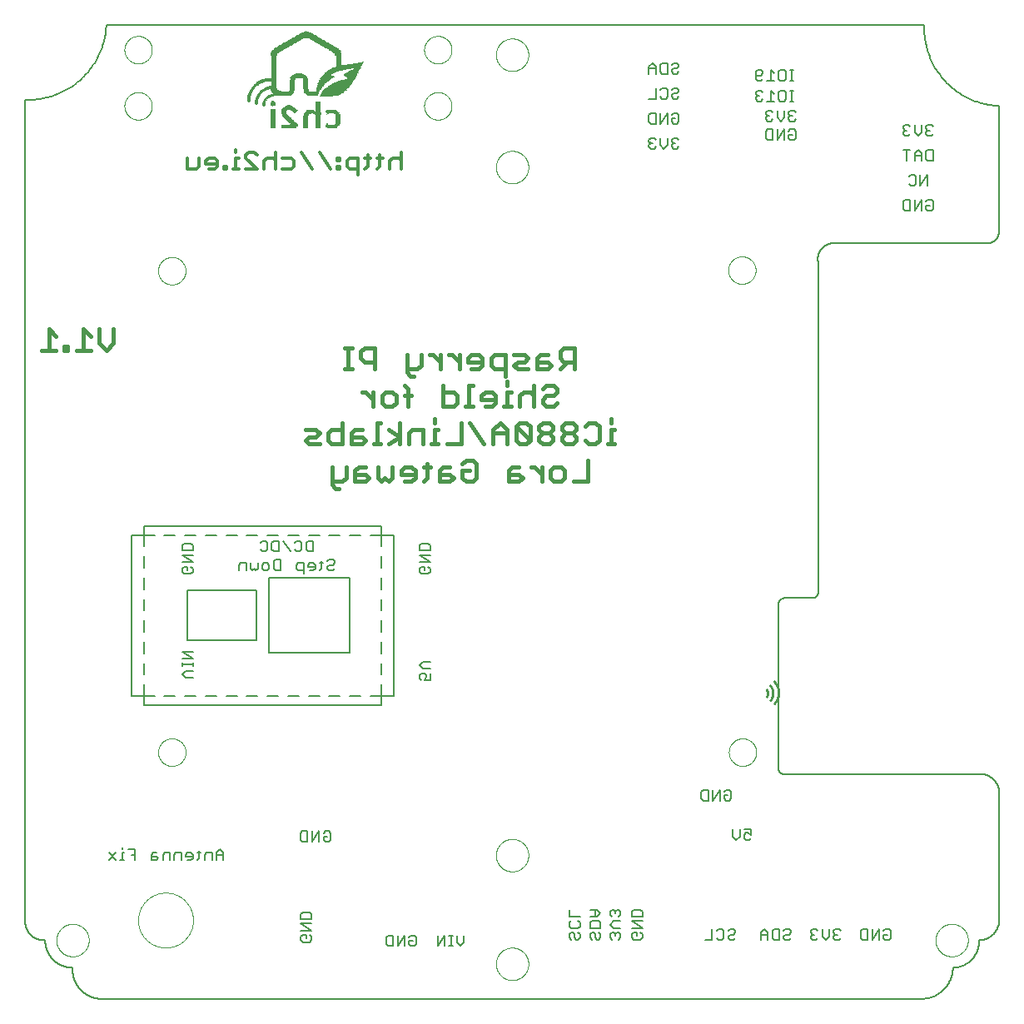
<source format=gbo>
G75*
%MOIN*%
%OFA0B0*%
%FSLAX25Y25*%
%IPPOS*%
%LPD*%
%AMOC8*
5,1,8,0,0,1.08239X$1,22.5*
%
%ADD10C,0.00600*%
%ADD11C,0.00000*%
%ADD12C,0.01500*%
%ADD13C,0.01200*%
%ADD14C,0.00800*%
%ADD15R,0.02990X0.00250*%
%ADD16R,0.02010X0.00250*%
%ADD17R,0.01990X0.00250*%
%ADD18R,0.06250X0.00250*%
%ADD19R,0.02000X0.00250*%
%ADD20R,0.03990X0.00250*%
%ADD21R,0.04750X0.00250*%
%ADD22R,0.05000X0.00250*%
%ADD23R,0.06500X0.00250*%
%ADD24R,0.05240X0.00250*%
%ADD25R,0.02500X0.00250*%
%ADD26R,0.01490X0.00250*%
%ADD27R,0.02240X0.00250*%
%ADD28R,0.00750X0.00250*%
%ADD29R,0.03010X0.00250*%
%ADD30R,0.00500X0.00250*%
%ADD31R,0.02760X0.00250*%
%ADD32R,0.01750X0.00250*%
%ADD33R,0.02510X0.00250*%
%ADD34R,0.02490X0.00250*%
%ADD35R,0.02260X0.00250*%
%ADD36R,0.00250X0.00250*%
%ADD37R,0.00740X0.00250*%
%ADD38R,0.03000X0.00250*%
%ADD39R,0.02750X0.00250*%
%ADD40R,0.01740X0.00250*%
%ADD41R,0.04990X0.00250*%
%ADD42R,0.00760X0.00250*%
%ADD43R,0.04000X0.00250*%
%ADD44R,0.01260X0.00250*%
%ADD45R,0.03500X0.00250*%
%ADD46R,0.01760X0.00250*%
%ADD47R,0.03740X0.00250*%
%ADD48R,0.02740X0.00250*%
%ADD49R,0.01510X0.00250*%
%ADD50R,0.05750X0.00250*%
%ADD51R,0.05250X0.00250*%
%ADD52R,0.04250X0.00250*%
%ADD53R,0.03490X0.00250*%
%ADD54R,0.01250X0.00250*%
%ADD55R,0.01010X0.00250*%
%ADD56R,0.02250X0.00250*%
%ADD57R,0.01500X0.00250*%
%ADD58R,0.01000X0.00250*%
%ADD59R,0.06740X0.00250*%
%ADD60R,0.03750X0.00250*%
%ADD61R,0.08990X0.00250*%
%ADD62R,0.07490X0.00250*%
%ADD63R,0.09000X0.00250*%
%ADD64R,0.07740X0.00250*%
%ADD65R,0.04500X0.00250*%
%ADD66R,0.08750X0.00250*%
%ADD67R,0.08240X0.00250*%
%ADD68R,0.05010X0.00250*%
%ADD69R,0.08000X0.00250*%
%ADD70R,0.08510X0.00250*%
%ADD71R,0.05260X0.00250*%
%ADD72R,0.08250X0.00250*%
%ADD73R,0.08500X0.00250*%
%ADD74R,0.04260X0.00250*%
%ADD75R,0.09010X0.00250*%
%ADD76R,0.03250X0.00250*%
%ADD77R,0.01240X0.00250*%
%ADD78R,0.05490X0.00250*%
%ADD79R,0.04490X0.00250*%
%ADD80R,0.08740X0.00250*%
%ADD81R,0.08010X0.00250*%
%ADD82R,0.07750X0.00250*%
%ADD83R,0.07240X0.00250*%
%ADD84R,0.07000X0.00250*%
%ADD85R,0.06760X0.00250*%
%ADD86R,0.06000X0.00250*%
%ADD87R,0.07250X0.00250*%
%ADD88R,0.05500X0.00250*%
%ADD89R,0.06750X0.00250*%
%ADD90R,0.04740X0.00250*%
%ADD91R,0.03260X0.00250*%
%ADD92R,0.05510X0.00250*%
%ADD93R,0.04010X0.00250*%
%ADD94R,0.04510X0.00250*%
%ADD95R,0.06510X0.00250*%
%ADD96R,0.11010X0.00250*%
%ADD97R,0.10490X0.00250*%
%ADD98R,0.10000X0.00250*%
%ADD99R,0.10250X0.00250*%
%ADD100R,0.07260X0.00250*%
%ADD101R,0.06010X0.00250*%
%ADD102R,0.00510X0.00250*%
%ADD103R,0.03760X0.00250*%
%ADD104R,0.04240X0.00250*%
%ADD105R,0.04760X0.00250*%
%ADD106R,0.10260X0.00250*%
%ADD107R,0.09240X0.00250*%
%ADD108R,0.05740X0.00250*%
%ADD109C,0.01000*%
D10*
X0062095Y0042600D02*
X0062095Y0371600D01*
X0062862Y0371579D01*
X0063630Y0371576D01*
X0064397Y0371593D01*
X0065164Y0371628D01*
X0065930Y0371682D01*
X0066694Y0371755D01*
X0067456Y0371846D01*
X0068216Y0371957D01*
X0068972Y0372085D01*
X0069726Y0372233D01*
X0070475Y0372399D01*
X0071220Y0372583D01*
X0071961Y0372785D01*
X0072696Y0373006D01*
X0073425Y0373244D01*
X0074149Y0373500D01*
X0074866Y0373774D01*
X0075576Y0374066D01*
X0076279Y0374375D01*
X0076974Y0374701D01*
X0077660Y0375044D01*
X0078339Y0375403D01*
X0079008Y0375780D01*
X0079667Y0376172D01*
X0080317Y0376581D01*
X0080957Y0377005D01*
X0081586Y0377445D01*
X0082204Y0377900D01*
X0082810Y0378371D01*
X0083405Y0378856D01*
X0083988Y0379355D01*
X0084558Y0379869D01*
X0085116Y0380397D01*
X0085660Y0380938D01*
X0086191Y0381492D01*
X0086709Y0382059D01*
X0087212Y0382639D01*
X0087701Y0383230D01*
X0088175Y0383834D01*
X0088634Y0384449D01*
X0089078Y0385075D01*
X0089506Y0385712D01*
X0089919Y0386359D01*
X0090316Y0387016D01*
X0090696Y0387683D01*
X0091060Y0388359D01*
X0091408Y0389043D01*
X0091738Y0389736D01*
X0092051Y0390437D01*
X0092347Y0391145D01*
X0092626Y0391861D01*
X0092887Y0392582D01*
X0093130Y0393311D01*
X0093355Y0394044D01*
X0093562Y0394783D01*
X0093751Y0395527D01*
X0093921Y0396276D01*
X0094073Y0397028D01*
X0094207Y0397784D01*
X0094322Y0398543D01*
X0094418Y0399304D01*
X0094496Y0400068D01*
X0094555Y0400833D01*
X0094595Y0401600D01*
X0422095Y0401600D01*
X0422074Y0400845D01*
X0422071Y0400089D01*
X0422087Y0399333D01*
X0422120Y0398578D01*
X0422172Y0397824D01*
X0422242Y0397072D01*
X0422331Y0396321D01*
X0422437Y0395573D01*
X0422561Y0394827D01*
X0422704Y0394085D01*
X0422864Y0393346D01*
X0423042Y0392612D01*
X0423238Y0391882D01*
X0423452Y0391157D01*
X0423682Y0390437D01*
X0423931Y0389724D01*
X0424196Y0389016D01*
X0424478Y0388315D01*
X0424778Y0387621D01*
X0425094Y0386934D01*
X0425426Y0386255D01*
X0425775Y0385585D01*
X0426140Y0384923D01*
X0426520Y0384270D01*
X0426917Y0383627D01*
X0427328Y0382993D01*
X0427755Y0382369D01*
X0428197Y0381756D01*
X0428654Y0381154D01*
X0429125Y0380563D01*
X0429610Y0379984D01*
X0430109Y0379416D01*
X0430622Y0378861D01*
X0431148Y0378318D01*
X0431687Y0377788D01*
X0432238Y0377271D01*
X0432802Y0376768D01*
X0433378Y0376278D01*
X0433965Y0375803D01*
X0434564Y0375342D01*
X0435174Y0374895D01*
X0435794Y0374464D01*
X0436425Y0374047D01*
X0437066Y0373646D01*
X0437716Y0373260D01*
X0438375Y0372891D01*
X0439043Y0372537D01*
X0439719Y0372199D01*
X0440403Y0371878D01*
X0441095Y0371574D01*
X0441794Y0371286D01*
X0442499Y0371016D01*
X0443211Y0370762D01*
X0443929Y0370526D01*
X0444653Y0370307D01*
X0445381Y0370106D01*
X0446114Y0369922D01*
X0446852Y0369756D01*
X0447593Y0369609D01*
X0448337Y0369479D01*
X0449085Y0369367D01*
X0449835Y0369273D01*
X0450587Y0369197D01*
X0451340Y0369139D01*
X0452095Y0369100D01*
X0452095Y0319100D01*
X0452093Y0318960D01*
X0452087Y0318820D01*
X0452077Y0318680D01*
X0452064Y0318540D01*
X0452046Y0318401D01*
X0452024Y0318262D01*
X0451999Y0318125D01*
X0451970Y0317987D01*
X0451937Y0317851D01*
X0451900Y0317716D01*
X0451859Y0317582D01*
X0451814Y0317449D01*
X0451766Y0317317D01*
X0451714Y0317187D01*
X0451659Y0317058D01*
X0451600Y0316931D01*
X0451537Y0316805D01*
X0451471Y0316681D01*
X0451402Y0316560D01*
X0451329Y0316440D01*
X0451252Y0316322D01*
X0451173Y0316207D01*
X0451090Y0316093D01*
X0451004Y0315983D01*
X0450915Y0315874D01*
X0450823Y0315768D01*
X0450728Y0315665D01*
X0450631Y0315564D01*
X0450530Y0315467D01*
X0450427Y0315372D01*
X0450321Y0315280D01*
X0450212Y0315191D01*
X0450102Y0315105D01*
X0449988Y0315022D01*
X0449873Y0314943D01*
X0449755Y0314866D01*
X0449635Y0314793D01*
X0449514Y0314724D01*
X0449390Y0314658D01*
X0449264Y0314595D01*
X0449137Y0314536D01*
X0449008Y0314481D01*
X0448878Y0314429D01*
X0448746Y0314381D01*
X0448613Y0314336D01*
X0448479Y0314295D01*
X0448344Y0314258D01*
X0448208Y0314225D01*
X0448070Y0314196D01*
X0447933Y0314171D01*
X0447794Y0314149D01*
X0447655Y0314131D01*
X0447515Y0314118D01*
X0447375Y0314108D01*
X0447235Y0314102D01*
X0447095Y0314100D01*
X0384595Y0314100D01*
X0384440Y0314067D01*
X0384285Y0314030D01*
X0384131Y0313989D01*
X0383979Y0313945D01*
X0383827Y0313896D01*
X0383677Y0313844D01*
X0383529Y0313788D01*
X0383381Y0313729D01*
X0383235Y0313665D01*
X0383091Y0313598D01*
X0382949Y0313528D01*
X0382808Y0313454D01*
X0382669Y0313377D01*
X0382533Y0313296D01*
X0382398Y0313211D01*
X0382265Y0313124D01*
X0382135Y0313033D01*
X0382007Y0312939D01*
X0381881Y0312842D01*
X0381758Y0312741D01*
X0381637Y0312638D01*
X0381519Y0312531D01*
X0381404Y0312422D01*
X0381291Y0312310D01*
X0381182Y0312195D01*
X0381075Y0312077D01*
X0380971Y0311957D01*
X0380870Y0311834D01*
X0380772Y0311709D01*
X0380677Y0311581D01*
X0380586Y0311451D01*
X0380498Y0311319D01*
X0380413Y0311185D01*
X0380332Y0311048D01*
X0380254Y0310910D01*
X0380179Y0310770D01*
X0380108Y0310627D01*
X0380041Y0310484D01*
X0379977Y0310338D01*
X0379916Y0310191D01*
X0379860Y0310042D01*
X0379807Y0309893D01*
X0379758Y0309741D01*
X0379713Y0309589D01*
X0379671Y0309436D01*
X0379634Y0309281D01*
X0379600Y0309126D01*
X0379570Y0308970D01*
X0379544Y0308813D01*
X0379522Y0308656D01*
X0379504Y0308498D01*
X0379490Y0308339D01*
X0379480Y0308181D01*
X0379473Y0308022D01*
X0379471Y0307863D01*
X0379473Y0307704D01*
X0379478Y0307545D01*
X0379488Y0307387D01*
X0379501Y0307228D01*
X0379519Y0307071D01*
X0379540Y0306913D01*
X0379566Y0306756D01*
X0379595Y0306600D01*
X0379595Y0174100D01*
X0379583Y0174007D01*
X0379567Y0173915D01*
X0379547Y0173824D01*
X0379523Y0173733D01*
X0379496Y0173644D01*
X0379465Y0173555D01*
X0379430Y0173468D01*
X0379392Y0173383D01*
X0379350Y0173299D01*
X0379305Y0173217D01*
X0379257Y0173137D01*
X0379205Y0173059D01*
X0379150Y0172983D01*
X0379092Y0172910D01*
X0379031Y0172839D01*
X0378967Y0172771D01*
X0378900Y0172705D01*
X0378831Y0172642D01*
X0378759Y0172582D01*
X0378685Y0172525D01*
X0378608Y0172471D01*
X0378530Y0172421D01*
X0378449Y0172373D01*
X0378366Y0172330D01*
X0378282Y0172289D01*
X0378196Y0172252D01*
X0378109Y0172219D01*
X0378020Y0172189D01*
X0377930Y0172163D01*
X0377839Y0172141D01*
X0377747Y0172122D01*
X0377655Y0172107D01*
X0377562Y0172096D01*
X0377469Y0172089D01*
X0377375Y0172086D01*
X0377282Y0172087D01*
X0377188Y0172091D01*
X0377095Y0172100D01*
X0366095Y0172100D01*
X0365992Y0172088D01*
X0365890Y0172073D01*
X0365789Y0172054D01*
X0365688Y0172032D01*
X0365588Y0172005D01*
X0365489Y0171975D01*
X0365392Y0171941D01*
X0365296Y0171904D01*
X0365201Y0171863D01*
X0365108Y0171818D01*
X0365016Y0171770D01*
X0364927Y0171719D01*
X0364839Y0171664D01*
X0364754Y0171606D01*
X0364670Y0171545D01*
X0364590Y0171481D01*
X0364511Y0171414D01*
X0364435Y0171344D01*
X0364362Y0171271D01*
X0364292Y0171196D01*
X0364224Y0171118D01*
X0364159Y0171037D01*
X0364098Y0170954D01*
X0364039Y0170869D01*
X0363984Y0170782D01*
X0363932Y0170692D01*
X0363884Y0170601D01*
X0363839Y0170508D01*
X0363797Y0170414D01*
X0363759Y0170318D01*
X0363725Y0170220D01*
X0363694Y0170122D01*
X0363667Y0170022D01*
X0363644Y0169922D01*
X0363624Y0169820D01*
X0363609Y0169718D01*
X0363597Y0169616D01*
X0363589Y0169513D01*
X0363585Y0169409D01*
X0363584Y0169306D01*
X0363588Y0169203D01*
X0363595Y0169100D01*
X0363595Y0104100D01*
X0363597Y0104002D01*
X0363603Y0103904D01*
X0363612Y0103806D01*
X0363626Y0103709D01*
X0363643Y0103612D01*
X0363664Y0103516D01*
X0363689Y0103421D01*
X0363717Y0103327D01*
X0363750Y0103235D01*
X0363785Y0103143D01*
X0363825Y0103053D01*
X0363867Y0102965D01*
X0363914Y0102878D01*
X0363963Y0102794D01*
X0364016Y0102711D01*
X0364072Y0102631D01*
X0364132Y0102552D01*
X0364194Y0102476D01*
X0364259Y0102403D01*
X0364327Y0102332D01*
X0364398Y0102264D01*
X0364471Y0102199D01*
X0364547Y0102137D01*
X0364626Y0102077D01*
X0364706Y0102021D01*
X0364789Y0101968D01*
X0364873Y0101919D01*
X0364960Y0101872D01*
X0365048Y0101830D01*
X0365138Y0101790D01*
X0365230Y0101755D01*
X0365322Y0101722D01*
X0365416Y0101694D01*
X0365511Y0101669D01*
X0365607Y0101648D01*
X0365704Y0101631D01*
X0365801Y0101617D01*
X0365899Y0101608D01*
X0365997Y0101602D01*
X0366095Y0101600D01*
X0444595Y0101600D01*
X0444776Y0101598D01*
X0444957Y0101591D01*
X0445138Y0101580D01*
X0445319Y0101565D01*
X0445499Y0101545D01*
X0445679Y0101521D01*
X0445858Y0101493D01*
X0446036Y0101460D01*
X0446213Y0101423D01*
X0446390Y0101382D01*
X0446565Y0101337D01*
X0446740Y0101287D01*
X0446913Y0101233D01*
X0447084Y0101175D01*
X0447255Y0101113D01*
X0447423Y0101046D01*
X0447590Y0100976D01*
X0447756Y0100902D01*
X0447919Y0100823D01*
X0448080Y0100741D01*
X0448240Y0100655D01*
X0448397Y0100565D01*
X0448552Y0100471D01*
X0448705Y0100374D01*
X0448855Y0100272D01*
X0449003Y0100168D01*
X0449149Y0100059D01*
X0449291Y0099948D01*
X0449431Y0099832D01*
X0449568Y0099714D01*
X0449703Y0099592D01*
X0449834Y0099467D01*
X0449962Y0099339D01*
X0450087Y0099208D01*
X0450209Y0099073D01*
X0450327Y0098936D01*
X0450443Y0098796D01*
X0450554Y0098654D01*
X0450663Y0098508D01*
X0450767Y0098360D01*
X0450869Y0098210D01*
X0450966Y0098057D01*
X0451060Y0097902D01*
X0451150Y0097745D01*
X0451236Y0097585D01*
X0451318Y0097424D01*
X0451397Y0097261D01*
X0451471Y0097095D01*
X0451541Y0096928D01*
X0451608Y0096760D01*
X0451670Y0096589D01*
X0451728Y0096418D01*
X0451782Y0096245D01*
X0451832Y0096070D01*
X0451877Y0095895D01*
X0451918Y0095718D01*
X0451955Y0095541D01*
X0451988Y0095363D01*
X0452016Y0095184D01*
X0452040Y0095004D01*
X0452060Y0094824D01*
X0452075Y0094643D01*
X0452086Y0094462D01*
X0452093Y0094281D01*
X0452095Y0094100D01*
X0452095Y0044100D01*
X0452111Y0043900D01*
X0452122Y0043701D01*
X0452128Y0043500D01*
X0452129Y0043300D01*
X0452125Y0043100D01*
X0452117Y0042900D01*
X0452103Y0042700D01*
X0452085Y0042501D01*
X0452062Y0042302D01*
X0452035Y0042104D01*
X0452002Y0041906D01*
X0451965Y0041710D01*
X0451923Y0041514D01*
X0451876Y0041319D01*
X0451825Y0041126D01*
X0451769Y0040934D01*
X0451708Y0040743D01*
X0451643Y0040554D01*
X0451573Y0040366D01*
X0451499Y0040180D01*
X0451420Y0039996D01*
X0451336Y0039814D01*
X0451249Y0039634D01*
X0451157Y0039456D01*
X0451061Y0039281D01*
X0450960Y0039108D01*
X0450856Y0038937D01*
X0450747Y0038769D01*
X0450634Y0038603D01*
X0450518Y0038441D01*
X0450397Y0038281D01*
X0450273Y0038124D01*
X0450144Y0037970D01*
X0450013Y0037820D01*
X0449877Y0037672D01*
X0449738Y0037528D01*
X0449596Y0037387D01*
X0449450Y0037250D01*
X0449301Y0037116D01*
X0449149Y0036986D01*
X0448993Y0036860D01*
X0448835Y0036738D01*
X0448674Y0036619D01*
X0448510Y0036504D01*
X0448343Y0036394D01*
X0448174Y0036287D01*
X0448002Y0036184D01*
X0447827Y0036086D01*
X0447651Y0035992D01*
X0447472Y0035902D01*
X0447291Y0035817D01*
X0447108Y0035736D01*
X0446923Y0035659D01*
X0446736Y0035587D01*
X0446548Y0035519D01*
X0446358Y0035456D01*
X0446166Y0035398D01*
X0445973Y0035344D01*
X0445779Y0035295D01*
X0445584Y0035251D01*
X0445388Y0035211D01*
X0445191Y0035176D01*
X0444993Y0035146D01*
X0444794Y0035121D01*
X0444595Y0035100D01*
X0444095Y0035100D01*
X0444098Y0034840D01*
X0444095Y0034580D01*
X0444085Y0034321D01*
X0444069Y0034061D01*
X0444047Y0033802D01*
X0444018Y0033544D01*
X0443984Y0033287D01*
X0443943Y0033030D01*
X0443896Y0032774D01*
X0443843Y0032520D01*
X0443783Y0032267D01*
X0443718Y0032016D01*
X0443646Y0031766D01*
X0443569Y0031518D01*
X0443485Y0031272D01*
X0443396Y0031028D01*
X0443300Y0030786D01*
X0443199Y0030547D01*
X0443092Y0030310D01*
X0442980Y0030076D01*
X0442862Y0029844D01*
X0442738Y0029616D01*
X0442609Y0029390D01*
X0442474Y0029168D01*
X0442334Y0028949D01*
X0442189Y0028734D01*
X0442039Y0028522D01*
X0441883Y0028313D01*
X0441723Y0028109D01*
X0441557Y0027908D01*
X0441387Y0027712D01*
X0441212Y0027520D01*
X0441033Y0027332D01*
X0440849Y0027148D01*
X0440661Y0026969D01*
X0440468Y0026795D01*
X0440271Y0026625D01*
X0440071Y0026460D01*
X0439866Y0026300D01*
X0439657Y0026145D01*
X0439445Y0025995D01*
X0439230Y0025850D01*
X0439010Y0025710D01*
X0438788Y0025576D01*
X0438562Y0025447D01*
X0438333Y0025324D01*
X0438102Y0025206D01*
X0437867Y0025094D01*
X0437630Y0024988D01*
X0437391Y0024887D01*
X0437149Y0024792D01*
X0436905Y0024703D01*
X0436659Y0024620D01*
X0436410Y0024543D01*
X0436160Y0024472D01*
X0435909Y0024407D01*
X0435656Y0024348D01*
X0435401Y0024295D01*
X0435146Y0024249D01*
X0434889Y0024208D01*
X0434631Y0024174D01*
X0434373Y0024146D01*
X0434114Y0024125D01*
X0433855Y0024109D01*
X0433595Y0024100D01*
X0433585Y0023792D01*
X0433568Y0023484D01*
X0433543Y0023177D01*
X0433511Y0022871D01*
X0433471Y0022565D01*
X0433425Y0022260D01*
X0433370Y0021957D01*
X0433309Y0021655D01*
X0433240Y0021355D01*
X0433164Y0021056D01*
X0433081Y0020759D01*
X0432991Y0020465D01*
X0432893Y0020172D01*
X0432789Y0019883D01*
X0432677Y0019595D01*
X0432559Y0019311D01*
X0432434Y0019029D01*
X0432302Y0018751D01*
X0432163Y0018475D01*
X0432018Y0018204D01*
X0431866Y0017935D01*
X0431708Y0017671D01*
X0431543Y0017410D01*
X0431373Y0017154D01*
X0431196Y0016902D01*
X0431013Y0016654D01*
X0430824Y0016410D01*
X0430629Y0016172D01*
X0430428Y0015937D01*
X0430222Y0015708D01*
X0430011Y0015484D01*
X0429794Y0015265D01*
X0429572Y0015052D01*
X0429345Y0014844D01*
X0429112Y0014641D01*
X0428875Y0014444D01*
X0428634Y0014253D01*
X0428387Y0014068D01*
X0428137Y0013888D01*
X0427882Y0013715D01*
X0427623Y0013548D01*
X0427360Y0013388D01*
X0427093Y0013234D01*
X0426823Y0013086D01*
X0426549Y0012945D01*
X0426271Y0012810D01*
X0425991Y0012682D01*
X0425708Y0012561D01*
X0425421Y0012447D01*
X0425132Y0012340D01*
X0424841Y0012240D01*
X0424547Y0012147D01*
X0424251Y0012061D01*
X0423953Y0011983D01*
X0423653Y0011911D01*
X0423352Y0011847D01*
X0423049Y0011790D01*
X0422745Y0011740D01*
X0422440Y0011698D01*
X0422134Y0011663D01*
X0421827Y0011636D01*
X0421519Y0011616D01*
X0421211Y0011603D01*
X0420903Y0011598D01*
X0420595Y0011600D01*
X0092095Y0011600D01*
X0091811Y0011621D01*
X0091528Y0011650D01*
X0091246Y0011685D01*
X0090964Y0011727D01*
X0090684Y0011776D01*
X0090405Y0011832D01*
X0090127Y0011894D01*
X0089851Y0011963D01*
X0089577Y0012039D01*
X0089305Y0012121D01*
X0089035Y0012210D01*
X0088766Y0012305D01*
X0088501Y0012407D01*
X0088238Y0012515D01*
X0087977Y0012629D01*
X0087719Y0012750D01*
X0087465Y0012877D01*
X0087213Y0013010D01*
X0086965Y0013149D01*
X0086720Y0013294D01*
X0086479Y0013445D01*
X0086242Y0013602D01*
X0086008Y0013764D01*
X0085778Y0013932D01*
X0085553Y0014106D01*
X0085332Y0014285D01*
X0085115Y0014469D01*
X0084903Y0014658D01*
X0084695Y0014853D01*
X0084492Y0015052D01*
X0084294Y0015257D01*
X0084101Y0015466D01*
X0083913Y0015679D01*
X0083730Y0015897D01*
X0083553Y0016120D01*
X0083381Y0016346D01*
X0083214Y0016577D01*
X0083053Y0016812D01*
X0082898Y0017050D01*
X0082749Y0017292D01*
X0082605Y0017538D01*
X0082468Y0017787D01*
X0082337Y0018040D01*
X0082211Y0018295D01*
X0082092Y0018554D01*
X0081980Y0018815D01*
X0081873Y0019079D01*
X0081773Y0019345D01*
X0081680Y0019614D01*
X0081593Y0019885D01*
X0081512Y0020158D01*
X0081438Y0020432D01*
X0081371Y0020709D01*
X0081311Y0020987D01*
X0081257Y0021266D01*
X0081210Y0021547D01*
X0081170Y0021829D01*
X0081136Y0022111D01*
X0081110Y0022394D01*
X0081090Y0022678D01*
X0081077Y0022962D01*
X0081071Y0023247D01*
X0081072Y0023531D01*
X0081080Y0023816D01*
X0081095Y0024100D01*
X0080829Y0024103D01*
X0080564Y0024113D01*
X0080298Y0024129D01*
X0080033Y0024151D01*
X0079769Y0024180D01*
X0079506Y0024215D01*
X0079243Y0024257D01*
X0078982Y0024305D01*
X0078721Y0024359D01*
X0078463Y0024420D01*
X0078205Y0024486D01*
X0077950Y0024559D01*
X0077696Y0024638D01*
X0077444Y0024724D01*
X0077194Y0024815D01*
X0076947Y0024912D01*
X0076702Y0025015D01*
X0076460Y0025124D01*
X0076220Y0025239D01*
X0075983Y0025360D01*
X0075749Y0025486D01*
X0075518Y0025618D01*
X0075291Y0025756D01*
X0075067Y0025899D01*
X0074846Y0026047D01*
X0074629Y0026201D01*
X0074416Y0026360D01*
X0074207Y0026524D01*
X0074002Y0026693D01*
X0073801Y0026866D01*
X0073604Y0027045D01*
X0073411Y0027228D01*
X0073223Y0027416D01*
X0073040Y0027609D01*
X0072861Y0027806D01*
X0072688Y0028007D01*
X0072519Y0028212D01*
X0072355Y0028421D01*
X0072196Y0028634D01*
X0072042Y0028851D01*
X0071894Y0029072D01*
X0071751Y0029296D01*
X0071613Y0029523D01*
X0071481Y0029754D01*
X0071355Y0029988D01*
X0071234Y0030225D01*
X0071119Y0030465D01*
X0071010Y0030707D01*
X0070907Y0030952D01*
X0070810Y0031199D01*
X0070719Y0031449D01*
X0070633Y0031701D01*
X0070554Y0031955D01*
X0070481Y0032210D01*
X0070415Y0032468D01*
X0070354Y0032726D01*
X0070300Y0032987D01*
X0070252Y0033248D01*
X0070210Y0033511D01*
X0070175Y0033774D01*
X0070146Y0034038D01*
X0070124Y0034303D01*
X0070108Y0034569D01*
X0070098Y0034834D01*
X0070095Y0035100D01*
X0069595Y0035100D01*
X0069414Y0035102D01*
X0069233Y0035109D01*
X0069052Y0035120D01*
X0068871Y0035135D01*
X0068691Y0035155D01*
X0068511Y0035179D01*
X0068332Y0035207D01*
X0068154Y0035240D01*
X0067977Y0035277D01*
X0067800Y0035318D01*
X0067625Y0035363D01*
X0067450Y0035413D01*
X0067277Y0035467D01*
X0067106Y0035525D01*
X0066935Y0035587D01*
X0066767Y0035654D01*
X0066600Y0035724D01*
X0066434Y0035798D01*
X0066271Y0035877D01*
X0066110Y0035959D01*
X0065950Y0036045D01*
X0065793Y0036135D01*
X0065638Y0036229D01*
X0065485Y0036326D01*
X0065335Y0036428D01*
X0065187Y0036532D01*
X0065041Y0036641D01*
X0064899Y0036752D01*
X0064759Y0036868D01*
X0064622Y0036986D01*
X0064487Y0037108D01*
X0064356Y0037233D01*
X0064228Y0037361D01*
X0064103Y0037492D01*
X0063981Y0037627D01*
X0063863Y0037764D01*
X0063747Y0037904D01*
X0063636Y0038046D01*
X0063527Y0038192D01*
X0063423Y0038340D01*
X0063321Y0038490D01*
X0063224Y0038643D01*
X0063130Y0038798D01*
X0063040Y0038955D01*
X0062954Y0039115D01*
X0062872Y0039276D01*
X0062793Y0039439D01*
X0062719Y0039605D01*
X0062649Y0039772D01*
X0062582Y0039940D01*
X0062520Y0040111D01*
X0062462Y0040282D01*
X0062408Y0040455D01*
X0062358Y0040630D01*
X0062313Y0040805D01*
X0062272Y0040982D01*
X0062235Y0041159D01*
X0062202Y0041337D01*
X0062174Y0041516D01*
X0062150Y0041696D01*
X0062130Y0041876D01*
X0062115Y0042057D01*
X0062104Y0042238D01*
X0062097Y0042419D01*
X0062095Y0042600D01*
X0109595Y0129350D02*
X0109595Y0132850D01*
X0109595Y0137468D01*
X0109595Y0141405D02*
X0109595Y0146022D01*
X0109595Y0149959D02*
X0109595Y0154577D01*
X0109595Y0158514D02*
X0109595Y0163131D01*
X0109595Y0167069D02*
X0109595Y0171686D01*
X0109595Y0175623D02*
X0109595Y0180241D01*
X0109595Y0184178D02*
X0109595Y0188795D01*
X0109595Y0192732D02*
X0109595Y0197350D01*
X0109595Y0200850D01*
X0204595Y0200850D01*
X0204595Y0197350D01*
X0204595Y0192732D01*
X0204595Y0188795D02*
X0204595Y0184178D01*
X0204595Y0180241D02*
X0204595Y0175623D01*
X0204595Y0171686D02*
X0204595Y0167069D01*
X0204595Y0163131D02*
X0204595Y0158514D01*
X0204595Y0154577D02*
X0204595Y0149959D01*
X0204595Y0146022D02*
X0204595Y0141405D01*
X0204595Y0137468D02*
X0204595Y0132850D01*
X0204595Y0129350D01*
X0109595Y0129350D01*
X0109595Y0132850D02*
X0104595Y0132850D01*
X0104595Y0197350D01*
X0109595Y0197350D01*
X0113903Y0197350D01*
X0117840Y0197350D02*
X0122148Y0197350D01*
X0126085Y0197350D02*
X0130392Y0197350D01*
X0134329Y0197350D02*
X0138637Y0197350D01*
X0142574Y0197350D02*
X0146882Y0197350D01*
X0150819Y0197350D02*
X0155127Y0197350D01*
X0159064Y0197350D02*
X0163371Y0197350D01*
X0167308Y0197350D02*
X0171616Y0197350D01*
X0175553Y0197350D02*
X0179861Y0197350D01*
X0183798Y0197350D02*
X0188106Y0197350D01*
X0192043Y0197350D02*
X0196350Y0197350D01*
X0200287Y0197350D02*
X0204595Y0197350D01*
X0209595Y0197350D01*
X0209595Y0132850D01*
X0204595Y0132850D01*
X0200287Y0132850D01*
X0196350Y0132850D02*
X0192043Y0132850D01*
X0188106Y0132850D02*
X0183798Y0132850D01*
X0179861Y0132850D02*
X0175553Y0132850D01*
X0171616Y0132850D02*
X0167308Y0132850D01*
X0163371Y0132850D02*
X0159064Y0132850D01*
X0155127Y0132850D02*
X0150819Y0132850D01*
X0146882Y0132850D02*
X0142574Y0132850D01*
X0138637Y0132850D02*
X0134329Y0132850D01*
X0130392Y0132850D02*
X0126085Y0132850D01*
X0122148Y0132850D02*
X0117840Y0132850D01*
X0113903Y0132850D02*
X0109595Y0132850D01*
X0127095Y0155350D02*
X0127095Y0175350D01*
X0154595Y0175350D01*
X0154595Y0155350D01*
X0127095Y0155350D01*
X0159595Y0150350D02*
X0192095Y0150350D01*
X0192095Y0180350D01*
X0159595Y0180350D01*
X0159595Y0150350D01*
D11*
X0115345Y0110350D02*
X0115347Y0110498D01*
X0115353Y0110646D01*
X0115363Y0110794D01*
X0115377Y0110942D01*
X0115395Y0111089D01*
X0115417Y0111236D01*
X0115443Y0111382D01*
X0115472Y0111527D01*
X0115506Y0111672D01*
X0115544Y0111815D01*
X0115585Y0111958D01*
X0115630Y0112099D01*
X0115680Y0112239D01*
X0115732Y0112377D01*
X0115789Y0112515D01*
X0115849Y0112650D01*
X0115913Y0112784D01*
X0115980Y0112916D01*
X0116051Y0113046D01*
X0116126Y0113175D01*
X0116204Y0113301D01*
X0116285Y0113425D01*
X0116369Y0113547D01*
X0116457Y0113666D01*
X0116548Y0113783D01*
X0116642Y0113898D01*
X0116740Y0114010D01*
X0116840Y0114119D01*
X0116943Y0114226D01*
X0117049Y0114330D01*
X0117157Y0114431D01*
X0117269Y0114529D01*
X0117383Y0114624D01*
X0117499Y0114715D01*
X0117618Y0114804D01*
X0117739Y0114889D01*
X0117863Y0114971D01*
X0117989Y0115050D01*
X0118116Y0115125D01*
X0118246Y0115197D01*
X0118378Y0115266D01*
X0118511Y0115330D01*
X0118646Y0115391D01*
X0118783Y0115449D01*
X0118921Y0115503D01*
X0119061Y0115553D01*
X0119202Y0115599D01*
X0119344Y0115641D01*
X0119487Y0115680D01*
X0119631Y0115714D01*
X0119777Y0115745D01*
X0119922Y0115772D01*
X0120069Y0115795D01*
X0120216Y0115814D01*
X0120364Y0115829D01*
X0120511Y0115840D01*
X0120660Y0115847D01*
X0120808Y0115850D01*
X0120956Y0115849D01*
X0121104Y0115844D01*
X0121252Y0115835D01*
X0121400Y0115822D01*
X0121548Y0115805D01*
X0121694Y0115784D01*
X0121841Y0115759D01*
X0121986Y0115730D01*
X0122131Y0115698D01*
X0122274Y0115661D01*
X0122417Y0115621D01*
X0122559Y0115576D01*
X0122699Y0115528D01*
X0122838Y0115476D01*
X0122975Y0115421D01*
X0123111Y0115361D01*
X0123246Y0115298D01*
X0123378Y0115232D01*
X0123509Y0115162D01*
X0123638Y0115088D01*
X0123764Y0115011D01*
X0123889Y0114931D01*
X0124011Y0114847D01*
X0124132Y0114760D01*
X0124249Y0114670D01*
X0124365Y0114576D01*
X0124477Y0114480D01*
X0124587Y0114381D01*
X0124695Y0114278D01*
X0124799Y0114173D01*
X0124901Y0114065D01*
X0124999Y0113954D01*
X0125095Y0113841D01*
X0125188Y0113725D01*
X0125277Y0113607D01*
X0125363Y0113486D01*
X0125446Y0113363D01*
X0125526Y0113238D01*
X0125602Y0113111D01*
X0125675Y0112981D01*
X0125744Y0112850D01*
X0125809Y0112717D01*
X0125872Y0112583D01*
X0125930Y0112446D01*
X0125985Y0112308D01*
X0126035Y0112169D01*
X0126083Y0112028D01*
X0126126Y0111887D01*
X0126166Y0111744D01*
X0126201Y0111600D01*
X0126233Y0111455D01*
X0126261Y0111309D01*
X0126285Y0111163D01*
X0126305Y0111016D01*
X0126321Y0110868D01*
X0126333Y0110721D01*
X0126341Y0110572D01*
X0126345Y0110424D01*
X0126345Y0110276D01*
X0126341Y0110128D01*
X0126333Y0109979D01*
X0126321Y0109832D01*
X0126305Y0109684D01*
X0126285Y0109537D01*
X0126261Y0109391D01*
X0126233Y0109245D01*
X0126201Y0109100D01*
X0126166Y0108956D01*
X0126126Y0108813D01*
X0126083Y0108672D01*
X0126035Y0108531D01*
X0125985Y0108392D01*
X0125930Y0108254D01*
X0125872Y0108117D01*
X0125809Y0107983D01*
X0125744Y0107850D01*
X0125675Y0107719D01*
X0125602Y0107589D01*
X0125526Y0107462D01*
X0125446Y0107337D01*
X0125363Y0107214D01*
X0125277Y0107093D01*
X0125188Y0106975D01*
X0125095Y0106859D01*
X0124999Y0106746D01*
X0124901Y0106635D01*
X0124799Y0106527D01*
X0124695Y0106422D01*
X0124587Y0106319D01*
X0124477Y0106220D01*
X0124365Y0106124D01*
X0124249Y0106030D01*
X0124132Y0105940D01*
X0124011Y0105853D01*
X0123889Y0105769D01*
X0123764Y0105689D01*
X0123638Y0105612D01*
X0123509Y0105538D01*
X0123378Y0105468D01*
X0123246Y0105402D01*
X0123111Y0105339D01*
X0122975Y0105279D01*
X0122838Y0105224D01*
X0122699Y0105172D01*
X0122559Y0105124D01*
X0122417Y0105079D01*
X0122274Y0105039D01*
X0122131Y0105002D01*
X0121986Y0104970D01*
X0121841Y0104941D01*
X0121694Y0104916D01*
X0121548Y0104895D01*
X0121400Y0104878D01*
X0121252Y0104865D01*
X0121104Y0104856D01*
X0120956Y0104851D01*
X0120808Y0104850D01*
X0120660Y0104853D01*
X0120511Y0104860D01*
X0120364Y0104871D01*
X0120216Y0104886D01*
X0120069Y0104905D01*
X0119922Y0104928D01*
X0119777Y0104955D01*
X0119631Y0104986D01*
X0119487Y0105020D01*
X0119344Y0105059D01*
X0119202Y0105101D01*
X0119061Y0105147D01*
X0118921Y0105197D01*
X0118783Y0105251D01*
X0118646Y0105309D01*
X0118511Y0105370D01*
X0118378Y0105434D01*
X0118246Y0105503D01*
X0118116Y0105575D01*
X0117989Y0105650D01*
X0117863Y0105729D01*
X0117739Y0105811D01*
X0117618Y0105896D01*
X0117499Y0105985D01*
X0117383Y0106076D01*
X0117269Y0106171D01*
X0117157Y0106269D01*
X0117049Y0106370D01*
X0116943Y0106474D01*
X0116840Y0106581D01*
X0116740Y0106690D01*
X0116642Y0106802D01*
X0116548Y0106917D01*
X0116457Y0107034D01*
X0116369Y0107153D01*
X0116285Y0107275D01*
X0116204Y0107399D01*
X0116126Y0107525D01*
X0116051Y0107654D01*
X0115980Y0107784D01*
X0115913Y0107916D01*
X0115849Y0108050D01*
X0115789Y0108185D01*
X0115732Y0108323D01*
X0115680Y0108461D01*
X0115630Y0108601D01*
X0115585Y0108742D01*
X0115544Y0108885D01*
X0115506Y0109028D01*
X0115472Y0109173D01*
X0115443Y0109318D01*
X0115417Y0109464D01*
X0115395Y0109611D01*
X0115377Y0109758D01*
X0115363Y0109906D01*
X0115353Y0110054D01*
X0115347Y0110202D01*
X0115345Y0110350D01*
X0107345Y0043100D02*
X0107348Y0043370D01*
X0107358Y0043640D01*
X0107375Y0043909D01*
X0107398Y0044178D01*
X0107428Y0044447D01*
X0107464Y0044714D01*
X0107507Y0044981D01*
X0107556Y0045246D01*
X0107612Y0045510D01*
X0107675Y0045773D01*
X0107743Y0046034D01*
X0107819Y0046293D01*
X0107900Y0046550D01*
X0107988Y0046806D01*
X0108082Y0047059D01*
X0108182Y0047310D01*
X0108289Y0047558D01*
X0108401Y0047803D01*
X0108520Y0048046D01*
X0108644Y0048285D01*
X0108774Y0048522D01*
X0108910Y0048755D01*
X0109052Y0048985D01*
X0109199Y0049211D01*
X0109352Y0049434D01*
X0109510Y0049653D01*
X0109673Y0049868D01*
X0109842Y0050078D01*
X0110016Y0050285D01*
X0110195Y0050487D01*
X0110378Y0050685D01*
X0110567Y0050878D01*
X0110760Y0051067D01*
X0110958Y0051250D01*
X0111160Y0051429D01*
X0111367Y0051603D01*
X0111577Y0051772D01*
X0111792Y0051935D01*
X0112011Y0052093D01*
X0112234Y0052246D01*
X0112460Y0052393D01*
X0112690Y0052535D01*
X0112923Y0052671D01*
X0113160Y0052801D01*
X0113399Y0052925D01*
X0113642Y0053044D01*
X0113887Y0053156D01*
X0114135Y0053263D01*
X0114386Y0053363D01*
X0114639Y0053457D01*
X0114895Y0053545D01*
X0115152Y0053626D01*
X0115411Y0053702D01*
X0115672Y0053770D01*
X0115935Y0053833D01*
X0116199Y0053889D01*
X0116464Y0053938D01*
X0116731Y0053981D01*
X0116998Y0054017D01*
X0117267Y0054047D01*
X0117536Y0054070D01*
X0117805Y0054087D01*
X0118075Y0054097D01*
X0118345Y0054100D01*
X0118615Y0054097D01*
X0118885Y0054087D01*
X0119154Y0054070D01*
X0119423Y0054047D01*
X0119692Y0054017D01*
X0119959Y0053981D01*
X0120226Y0053938D01*
X0120491Y0053889D01*
X0120755Y0053833D01*
X0121018Y0053770D01*
X0121279Y0053702D01*
X0121538Y0053626D01*
X0121795Y0053545D01*
X0122051Y0053457D01*
X0122304Y0053363D01*
X0122555Y0053263D01*
X0122803Y0053156D01*
X0123048Y0053044D01*
X0123291Y0052925D01*
X0123530Y0052801D01*
X0123767Y0052671D01*
X0124000Y0052535D01*
X0124230Y0052393D01*
X0124456Y0052246D01*
X0124679Y0052093D01*
X0124898Y0051935D01*
X0125113Y0051772D01*
X0125323Y0051603D01*
X0125530Y0051429D01*
X0125732Y0051250D01*
X0125930Y0051067D01*
X0126123Y0050878D01*
X0126312Y0050685D01*
X0126495Y0050487D01*
X0126674Y0050285D01*
X0126848Y0050078D01*
X0127017Y0049868D01*
X0127180Y0049653D01*
X0127338Y0049434D01*
X0127491Y0049211D01*
X0127638Y0048985D01*
X0127780Y0048755D01*
X0127916Y0048522D01*
X0128046Y0048285D01*
X0128170Y0048046D01*
X0128289Y0047803D01*
X0128401Y0047558D01*
X0128508Y0047310D01*
X0128608Y0047059D01*
X0128702Y0046806D01*
X0128790Y0046550D01*
X0128871Y0046293D01*
X0128947Y0046034D01*
X0129015Y0045773D01*
X0129078Y0045510D01*
X0129134Y0045246D01*
X0129183Y0044981D01*
X0129226Y0044714D01*
X0129262Y0044447D01*
X0129292Y0044178D01*
X0129315Y0043909D01*
X0129332Y0043640D01*
X0129342Y0043370D01*
X0129345Y0043100D01*
X0129342Y0042830D01*
X0129332Y0042560D01*
X0129315Y0042291D01*
X0129292Y0042022D01*
X0129262Y0041753D01*
X0129226Y0041486D01*
X0129183Y0041219D01*
X0129134Y0040954D01*
X0129078Y0040690D01*
X0129015Y0040427D01*
X0128947Y0040166D01*
X0128871Y0039907D01*
X0128790Y0039650D01*
X0128702Y0039394D01*
X0128608Y0039141D01*
X0128508Y0038890D01*
X0128401Y0038642D01*
X0128289Y0038397D01*
X0128170Y0038154D01*
X0128046Y0037915D01*
X0127916Y0037678D01*
X0127780Y0037445D01*
X0127638Y0037215D01*
X0127491Y0036989D01*
X0127338Y0036766D01*
X0127180Y0036547D01*
X0127017Y0036332D01*
X0126848Y0036122D01*
X0126674Y0035915D01*
X0126495Y0035713D01*
X0126312Y0035515D01*
X0126123Y0035322D01*
X0125930Y0035133D01*
X0125732Y0034950D01*
X0125530Y0034771D01*
X0125323Y0034597D01*
X0125113Y0034428D01*
X0124898Y0034265D01*
X0124679Y0034107D01*
X0124456Y0033954D01*
X0124230Y0033807D01*
X0124000Y0033665D01*
X0123767Y0033529D01*
X0123530Y0033399D01*
X0123291Y0033275D01*
X0123048Y0033156D01*
X0122803Y0033044D01*
X0122555Y0032937D01*
X0122304Y0032837D01*
X0122051Y0032743D01*
X0121795Y0032655D01*
X0121538Y0032574D01*
X0121279Y0032498D01*
X0121018Y0032430D01*
X0120755Y0032367D01*
X0120491Y0032311D01*
X0120226Y0032262D01*
X0119959Y0032219D01*
X0119692Y0032183D01*
X0119423Y0032153D01*
X0119154Y0032130D01*
X0118885Y0032113D01*
X0118615Y0032103D01*
X0118345Y0032100D01*
X0118075Y0032103D01*
X0117805Y0032113D01*
X0117536Y0032130D01*
X0117267Y0032153D01*
X0116998Y0032183D01*
X0116731Y0032219D01*
X0116464Y0032262D01*
X0116199Y0032311D01*
X0115935Y0032367D01*
X0115672Y0032430D01*
X0115411Y0032498D01*
X0115152Y0032574D01*
X0114895Y0032655D01*
X0114639Y0032743D01*
X0114386Y0032837D01*
X0114135Y0032937D01*
X0113887Y0033044D01*
X0113642Y0033156D01*
X0113399Y0033275D01*
X0113160Y0033399D01*
X0112923Y0033529D01*
X0112690Y0033665D01*
X0112460Y0033807D01*
X0112234Y0033954D01*
X0112011Y0034107D01*
X0111792Y0034265D01*
X0111577Y0034428D01*
X0111367Y0034597D01*
X0111160Y0034771D01*
X0110958Y0034950D01*
X0110760Y0035133D01*
X0110567Y0035322D01*
X0110378Y0035515D01*
X0110195Y0035713D01*
X0110016Y0035915D01*
X0109842Y0036122D01*
X0109673Y0036332D01*
X0109510Y0036547D01*
X0109352Y0036766D01*
X0109199Y0036989D01*
X0109052Y0037215D01*
X0108910Y0037445D01*
X0108774Y0037678D01*
X0108644Y0037915D01*
X0108520Y0038154D01*
X0108401Y0038397D01*
X0108289Y0038642D01*
X0108182Y0038890D01*
X0108082Y0039141D01*
X0107988Y0039394D01*
X0107900Y0039650D01*
X0107819Y0039907D01*
X0107743Y0040166D01*
X0107675Y0040427D01*
X0107612Y0040690D01*
X0107556Y0040954D01*
X0107507Y0041219D01*
X0107464Y0041486D01*
X0107428Y0041753D01*
X0107398Y0042022D01*
X0107375Y0042291D01*
X0107358Y0042560D01*
X0107348Y0042830D01*
X0107345Y0043100D01*
X0074595Y0035100D02*
X0074597Y0035261D01*
X0074603Y0035421D01*
X0074613Y0035582D01*
X0074627Y0035742D01*
X0074645Y0035902D01*
X0074666Y0036061D01*
X0074692Y0036220D01*
X0074722Y0036378D01*
X0074755Y0036535D01*
X0074793Y0036692D01*
X0074834Y0036847D01*
X0074879Y0037001D01*
X0074928Y0037154D01*
X0074981Y0037306D01*
X0075037Y0037457D01*
X0075098Y0037606D01*
X0075161Y0037754D01*
X0075229Y0037900D01*
X0075300Y0038044D01*
X0075374Y0038186D01*
X0075452Y0038327D01*
X0075534Y0038465D01*
X0075619Y0038602D01*
X0075707Y0038736D01*
X0075799Y0038868D01*
X0075894Y0038998D01*
X0075992Y0039126D01*
X0076093Y0039251D01*
X0076197Y0039373D01*
X0076304Y0039493D01*
X0076414Y0039610D01*
X0076527Y0039725D01*
X0076643Y0039836D01*
X0076762Y0039945D01*
X0076883Y0040050D01*
X0077007Y0040153D01*
X0077133Y0040253D01*
X0077261Y0040349D01*
X0077392Y0040442D01*
X0077526Y0040532D01*
X0077661Y0040619D01*
X0077799Y0040702D01*
X0077938Y0040782D01*
X0078080Y0040858D01*
X0078223Y0040931D01*
X0078368Y0041000D01*
X0078515Y0041066D01*
X0078663Y0041128D01*
X0078813Y0041186D01*
X0078964Y0041241D01*
X0079117Y0041292D01*
X0079271Y0041339D01*
X0079426Y0041382D01*
X0079582Y0041421D01*
X0079738Y0041457D01*
X0079896Y0041488D01*
X0080054Y0041516D01*
X0080213Y0041540D01*
X0080373Y0041560D01*
X0080533Y0041576D01*
X0080693Y0041588D01*
X0080854Y0041596D01*
X0081015Y0041600D01*
X0081175Y0041600D01*
X0081336Y0041596D01*
X0081497Y0041588D01*
X0081657Y0041576D01*
X0081817Y0041560D01*
X0081977Y0041540D01*
X0082136Y0041516D01*
X0082294Y0041488D01*
X0082452Y0041457D01*
X0082608Y0041421D01*
X0082764Y0041382D01*
X0082919Y0041339D01*
X0083073Y0041292D01*
X0083226Y0041241D01*
X0083377Y0041186D01*
X0083527Y0041128D01*
X0083675Y0041066D01*
X0083822Y0041000D01*
X0083967Y0040931D01*
X0084110Y0040858D01*
X0084252Y0040782D01*
X0084391Y0040702D01*
X0084529Y0040619D01*
X0084664Y0040532D01*
X0084798Y0040442D01*
X0084929Y0040349D01*
X0085057Y0040253D01*
X0085183Y0040153D01*
X0085307Y0040050D01*
X0085428Y0039945D01*
X0085547Y0039836D01*
X0085663Y0039725D01*
X0085776Y0039610D01*
X0085886Y0039493D01*
X0085993Y0039373D01*
X0086097Y0039251D01*
X0086198Y0039126D01*
X0086296Y0038998D01*
X0086391Y0038868D01*
X0086483Y0038736D01*
X0086571Y0038602D01*
X0086656Y0038465D01*
X0086738Y0038327D01*
X0086816Y0038186D01*
X0086890Y0038044D01*
X0086961Y0037900D01*
X0087029Y0037754D01*
X0087092Y0037606D01*
X0087153Y0037457D01*
X0087209Y0037306D01*
X0087262Y0037154D01*
X0087311Y0037001D01*
X0087356Y0036847D01*
X0087397Y0036692D01*
X0087435Y0036535D01*
X0087468Y0036378D01*
X0087498Y0036220D01*
X0087524Y0036061D01*
X0087545Y0035902D01*
X0087563Y0035742D01*
X0087577Y0035582D01*
X0087587Y0035421D01*
X0087593Y0035261D01*
X0087595Y0035100D01*
X0087593Y0034939D01*
X0087587Y0034779D01*
X0087577Y0034618D01*
X0087563Y0034458D01*
X0087545Y0034298D01*
X0087524Y0034139D01*
X0087498Y0033980D01*
X0087468Y0033822D01*
X0087435Y0033665D01*
X0087397Y0033508D01*
X0087356Y0033353D01*
X0087311Y0033199D01*
X0087262Y0033046D01*
X0087209Y0032894D01*
X0087153Y0032743D01*
X0087092Y0032594D01*
X0087029Y0032446D01*
X0086961Y0032300D01*
X0086890Y0032156D01*
X0086816Y0032014D01*
X0086738Y0031873D01*
X0086656Y0031735D01*
X0086571Y0031598D01*
X0086483Y0031464D01*
X0086391Y0031332D01*
X0086296Y0031202D01*
X0086198Y0031074D01*
X0086097Y0030949D01*
X0085993Y0030827D01*
X0085886Y0030707D01*
X0085776Y0030590D01*
X0085663Y0030475D01*
X0085547Y0030364D01*
X0085428Y0030255D01*
X0085307Y0030150D01*
X0085183Y0030047D01*
X0085057Y0029947D01*
X0084929Y0029851D01*
X0084798Y0029758D01*
X0084664Y0029668D01*
X0084529Y0029581D01*
X0084391Y0029498D01*
X0084252Y0029418D01*
X0084110Y0029342D01*
X0083967Y0029269D01*
X0083822Y0029200D01*
X0083675Y0029134D01*
X0083527Y0029072D01*
X0083377Y0029014D01*
X0083226Y0028959D01*
X0083073Y0028908D01*
X0082919Y0028861D01*
X0082764Y0028818D01*
X0082608Y0028779D01*
X0082452Y0028743D01*
X0082294Y0028712D01*
X0082136Y0028684D01*
X0081977Y0028660D01*
X0081817Y0028640D01*
X0081657Y0028624D01*
X0081497Y0028612D01*
X0081336Y0028604D01*
X0081175Y0028600D01*
X0081015Y0028600D01*
X0080854Y0028604D01*
X0080693Y0028612D01*
X0080533Y0028624D01*
X0080373Y0028640D01*
X0080213Y0028660D01*
X0080054Y0028684D01*
X0079896Y0028712D01*
X0079738Y0028743D01*
X0079582Y0028779D01*
X0079426Y0028818D01*
X0079271Y0028861D01*
X0079117Y0028908D01*
X0078964Y0028959D01*
X0078813Y0029014D01*
X0078663Y0029072D01*
X0078515Y0029134D01*
X0078368Y0029200D01*
X0078223Y0029269D01*
X0078080Y0029342D01*
X0077938Y0029418D01*
X0077799Y0029498D01*
X0077661Y0029581D01*
X0077526Y0029668D01*
X0077392Y0029758D01*
X0077261Y0029851D01*
X0077133Y0029947D01*
X0077007Y0030047D01*
X0076883Y0030150D01*
X0076762Y0030255D01*
X0076643Y0030364D01*
X0076527Y0030475D01*
X0076414Y0030590D01*
X0076304Y0030707D01*
X0076197Y0030827D01*
X0076093Y0030949D01*
X0075992Y0031074D01*
X0075894Y0031202D01*
X0075799Y0031332D01*
X0075707Y0031464D01*
X0075619Y0031598D01*
X0075534Y0031735D01*
X0075452Y0031873D01*
X0075374Y0032014D01*
X0075300Y0032156D01*
X0075229Y0032300D01*
X0075161Y0032446D01*
X0075098Y0032594D01*
X0075037Y0032743D01*
X0074981Y0032894D01*
X0074928Y0033046D01*
X0074879Y0033199D01*
X0074834Y0033353D01*
X0074793Y0033508D01*
X0074755Y0033665D01*
X0074722Y0033822D01*
X0074692Y0033980D01*
X0074666Y0034139D01*
X0074645Y0034298D01*
X0074627Y0034458D01*
X0074613Y0034618D01*
X0074603Y0034779D01*
X0074597Y0034939D01*
X0074595Y0035100D01*
X0250595Y0025600D02*
X0250597Y0025761D01*
X0250603Y0025921D01*
X0250613Y0026082D01*
X0250627Y0026242D01*
X0250645Y0026402D01*
X0250666Y0026561D01*
X0250692Y0026720D01*
X0250722Y0026878D01*
X0250755Y0027035D01*
X0250793Y0027192D01*
X0250834Y0027347D01*
X0250879Y0027501D01*
X0250928Y0027654D01*
X0250981Y0027806D01*
X0251037Y0027957D01*
X0251098Y0028106D01*
X0251161Y0028254D01*
X0251229Y0028400D01*
X0251300Y0028544D01*
X0251374Y0028686D01*
X0251452Y0028827D01*
X0251534Y0028965D01*
X0251619Y0029102D01*
X0251707Y0029236D01*
X0251799Y0029368D01*
X0251894Y0029498D01*
X0251992Y0029626D01*
X0252093Y0029751D01*
X0252197Y0029873D01*
X0252304Y0029993D01*
X0252414Y0030110D01*
X0252527Y0030225D01*
X0252643Y0030336D01*
X0252762Y0030445D01*
X0252883Y0030550D01*
X0253007Y0030653D01*
X0253133Y0030753D01*
X0253261Y0030849D01*
X0253392Y0030942D01*
X0253526Y0031032D01*
X0253661Y0031119D01*
X0253799Y0031202D01*
X0253938Y0031282D01*
X0254080Y0031358D01*
X0254223Y0031431D01*
X0254368Y0031500D01*
X0254515Y0031566D01*
X0254663Y0031628D01*
X0254813Y0031686D01*
X0254964Y0031741D01*
X0255117Y0031792D01*
X0255271Y0031839D01*
X0255426Y0031882D01*
X0255582Y0031921D01*
X0255738Y0031957D01*
X0255896Y0031988D01*
X0256054Y0032016D01*
X0256213Y0032040D01*
X0256373Y0032060D01*
X0256533Y0032076D01*
X0256693Y0032088D01*
X0256854Y0032096D01*
X0257015Y0032100D01*
X0257175Y0032100D01*
X0257336Y0032096D01*
X0257497Y0032088D01*
X0257657Y0032076D01*
X0257817Y0032060D01*
X0257977Y0032040D01*
X0258136Y0032016D01*
X0258294Y0031988D01*
X0258452Y0031957D01*
X0258608Y0031921D01*
X0258764Y0031882D01*
X0258919Y0031839D01*
X0259073Y0031792D01*
X0259226Y0031741D01*
X0259377Y0031686D01*
X0259527Y0031628D01*
X0259675Y0031566D01*
X0259822Y0031500D01*
X0259967Y0031431D01*
X0260110Y0031358D01*
X0260252Y0031282D01*
X0260391Y0031202D01*
X0260529Y0031119D01*
X0260664Y0031032D01*
X0260798Y0030942D01*
X0260929Y0030849D01*
X0261057Y0030753D01*
X0261183Y0030653D01*
X0261307Y0030550D01*
X0261428Y0030445D01*
X0261547Y0030336D01*
X0261663Y0030225D01*
X0261776Y0030110D01*
X0261886Y0029993D01*
X0261993Y0029873D01*
X0262097Y0029751D01*
X0262198Y0029626D01*
X0262296Y0029498D01*
X0262391Y0029368D01*
X0262483Y0029236D01*
X0262571Y0029102D01*
X0262656Y0028965D01*
X0262738Y0028827D01*
X0262816Y0028686D01*
X0262890Y0028544D01*
X0262961Y0028400D01*
X0263029Y0028254D01*
X0263092Y0028106D01*
X0263153Y0027957D01*
X0263209Y0027806D01*
X0263262Y0027654D01*
X0263311Y0027501D01*
X0263356Y0027347D01*
X0263397Y0027192D01*
X0263435Y0027035D01*
X0263468Y0026878D01*
X0263498Y0026720D01*
X0263524Y0026561D01*
X0263545Y0026402D01*
X0263563Y0026242D01*
X0263577Y0026082D01*
X0263587Y0025921D01*
X0263593Y0025761D01*
X0263595Y0025600D01*
X0263593Y0025439D01*
X0263587Y0025279D01*
X0263577Y0025118D01*
X0263563Y0024958D01*
X0263545Y0024798D01*
X0263524Y0024639D01*
X0263498Y0024480D01*
X0263468Y0024322D01*
X0263435Y0024165D01*
X0263397Y0024008D01*
X0263356Y0023853D01*
X0263311Y0023699D01*
X0263262Y0023546D01*
X0263209Y0023394D01*
X0263153Y0023243D01*
X0263092Y0023094D01*
X0263029Y0022946D01*
X0262961Y0022800D01*
X0262890Y0022656D01*
X0262816Y0022514D01*
X0262738Y0022373D01*
X0262656Y0022235D01*
X0262571Y0022098D01*
X0262483Y0021964D01*
X0262391Y0021832D01*
X0262296Y0021702D01*
X0262198Y0021574D01*
X0262097Y0021449D01*
X0261993Y0021327D01*
X0261886Y0021207D01*
X0261776Y0021090D01*
X0261663Y0020975D01*
X0261547Y0020864D01*
X0261428Y0020755D01*
X0261307Y0020650D01*
X0261183Y0020547D01*
X0261057Y0020447D01*
X0260929Y0020351D01*
X0260798Y0020258D01*
X0260664Y0020168D01*
X0260529Y0020081D01*
X0260391Y0019998D01*
X0260252Y0019918D01*
X0260110Y0019842D01*
X0259967Y0019769D01*
X0259822Y0019700D01*
X0259675Y0019634D01*
X0259527Y0019572D01*
X0259377Y0019514D01*
X0259226Y0019459D01*
X0259073Y0019408D01*
X0258919Y0019361D01*
X0258764Y0019318D01*
X0258608Y0019279D01*
X0258452Y0019243D01*
X0258294Y0019212D01*
X0258136Y0019184D01*
X0257977Y0019160D01*
X0257817Y0019140D01*
X0257657Y0019124D01*
X0257497Y0019112D01*
X0257336Y0019104D01*
X0257175Y0019100D01*
X0257015Y0019100D01*
X0256854Y0019104D01*
X0256693Y0019112D01*
X0256533Y0019124D01*
X0256373Y0019140D01*
X0256213Y0019160D01*
X0256054Y0019184D01*
X0255896Y0019212D01*
X0255738Y0019243D01*
X0255582Y0019279D01*
X0255426Y0019318D01*
X0255271Y0019361D01*
X0255117Y0019408D01*
X0254964Y0019459D01*
X0254813Y0019514D01*
X0254663Y0019572D01*
X0254515Y0019634D01*
X0254368Y0019700D01*
X0254223Y0019769D01*
X0254080Y0019842D01*
X0253938Y0019918D01*
X0253799Y0019998D01*
X0253661Y0020081D01*
X0253526Y0020168D01*
X0253392Y0020258D01*
X0253261Y0020351D01*
X0253133Y0020447D01*
X0253007Y0020547D01*
X0252883Y0020650D01*
X0252762Y0020755D01*
X0252643Y0020864D01*
X0252527Y0020975D01*
X0252414Y0021090D01*
X0252304Y0021207D01*
X0252197Y0021327D01*
X0252093Y0021449D01*
X0251992Y0021574D01*
X0251894Y0021702D01*
X0251799Y0021832D01*
X0251707Y0021964D01*
X0251619Y0022098D01*
X0251534Y0022235D01*
X0251452Y0022373D01*
X0251374Y0022514D01*
X0251300Y0022656D01*
X0251229Y0022800D01*
X0251161Y0022946D01*
X0251098Y0023094D01*
X0251037Y0023243D01*
X0250981Y0023394D01*
X0250928Y0023546D01*
X0250879Y0023699D01*
X0250834Y0023853D01*
X0250793Y0024008D01*
X0250755Y0024165D01*
X0250722Y0024322D01*
X0250692Y0024480D01*
X0250666Y0024639D01*
X0250645Y0024798D01*
X0250627Y0024958D01*
X0250613Y0025118D01*
X0250603Y0025279D01*
X0250597Y0025439D01*
X0250595Y0025600D01*
X0250595Y0069100D02*
X0250597Y0069261D01*
X0250603Y0069421D01*
X0250613Y0069582D01*
X0250627Y0069742D01*
X0250645Y0069902D01*
X0250666Y0070061D01*
X0250692Y0070220D01*
X0250722Y0070378D01*
X0250755Y0070535D01*
X0250793Y0070692D01*
X0250834Y0070847D01*
X0250879Y0071001D01*
X0250928Y0071154D01*
X0250981Y0071306D01*
X0251037Y0071457D01*
X0251098Y0071606D01*
X0251161Y0071754D01*
X0251229Y0071900D01*
X0251300Y0072044D01*
X0251374Y0072186D01*
X0251452Y0072327D01*
X0251534Y0072465D01*
X0251619Y0072602D01*
X0251707Y0072736D01*
X0251799Y0072868D01*
X0251894Y0072998D01*
X0251992Y0073126D01*
X0252093Y0073251D01*
X0252197Y0073373D01*
X0252304Y0073493D01*
X0252414Y0073610D01*
X0252527Y0073725D01*
X0252643Y0073836D01*
X0252762Y0073945D01*
X0252883Y0074050D01*
X0253007Y0074153D01*
X0253133Y0074253D01*
X0253261Y0074349D01*
X0253392Y0074442D01*
X0253526Y0074532D01*
X0253661Y0074619D01*
X0253799Y0074702D01*
X0253938Y0074782D01*
X0254080Y0074858D01*
X0254223Y0074931D01*
X0254368Y0075000D01*
X0254515Y0075066D01*
X0254663Y0075128D01*
X0254813Y0075186D01*
X0254964Y0075241D01*
X0255117Y0075292D01*
X0255271Y0075339D01*
X0255426Y0075382D01*
X0255582Y0075421D01*
X0255738Y0075457D01*
X0255896Y0075488D01*
X0256054Y0075516D01*
X0256213Y0075540D01*
X0256373Y0075560D01*
X0256533Y0075576D01*
X0256693Y0075588D01*
X0256854Y0075596D01*
X0257015Y0075600D01*
X0257175Y0075600D01*
X0257336Y0075596D01*
X0257497Y0075588D01*
X0257657Y0075576D01*
X0257817Y0075560D01*
X0257977Y0075540D01*
X0258136Y0075516D01*
X0258294Y0075488D01*
X0258452Y0075457D01*
X0258608Y0075421D01*
X0258764Y0075382D01*
X0258919Y0075339D01*
X0259073Y0075292D01*
X0259226Y0075241D01*
X0259377Y0075186D01*
X0259527Y0075128D01*
X0259675Y0075066D01*
X0259822Y0075000D01*
X0259967Y0074931D01*
X0260110Y0074858D01*
X0260252Y0074782D01*
X0260391Y0074702D01*
X0260529Y0074619D01*
X0260664Y0074532D01*
X0260798Y0074442D01*
X0260929Y0074349D01*
X0261057Y0074253D01*
X0261183Y0074153D01*
X0261307Y0074050D01*
X0261428Y0073945D01*
X0261547Y0073836D01*
X0261663Y0073725D01*
X0261776Y0073610D01*
X0261886Y0073493D01*
X0261993Y0073373D01*
X0262097Y0073251D01*
X0262198Y0073126D01*
X0262296Y0072998D01*
X0262391Y0072868D01*
X0262483Y0072736D01*
X0262571Y0072602D01*
X0262656Y0072465D01*
X0262738Y0072327D01*
X0262816Y0072186D01*
X0262890Y0072044D01*
X0262961Y0071900D01*
X0263029Y0071754D01*
X0263092Y0071606D01*
X0263153Y0071457D01*
X0263209Y0071306D01*
X0263262Y0071154D01*
X0263311Y0071001D01*
X0263356Y0070847D01*
X0263397Y0070692D01*
X0263435Y0070535D01*
X0263468Y0070378D01*
X0263498Y0070220D01*
X0263524Y0070061D01*
X0263545Y0069902D01*
X0263563Y0069742D01*
X0263577Y0069582D01*
X0263587Y0069421D01*
X0263593Y0069261D01*
X0263595Y0069100D01*
X0263593Y0068939D01*
X0263587Y0068779D01*
X0263577Y0068618D01*
X0263563Y0068458D01*
X0263545Y0068298D01*
X0263524Y0068139D01*
X0263498Y0067980D01*
X0263468Y0067822D01*
X0263435Y0067665D01*
X0263397Y0067508D01*
X0263356Y0067353D01*
X0263311Y0067199D01*
X0263262Y0067046D01*
X0263209Y0066894D01*
X0263153Y0066743D01*
X0263092Y0066594D01*
X0263029Y0066446D01*
X0262961Y0066300D01*
X0262890Y0066156D01*
X0262816Y0066014D01*
X0262738Y0065873D01*
X0262656Y0065735D01*
X0262571Y0065598D01*
X0262483Y0065464D01*
X0262391Y0065332D01*
X0262296Y0065202D01*
X0262198Y0065074D01*
X0262097Y0064949D01*
X0261993Y0064827D01*
X0261886Y0064707D01*
X0261776Y0064590D01*
X0261663Y0064475D01*
X0261547Y0064364D01*
X0261428Y0064255D01*
X0261307Y0064150D01*
X0261183Y0064047D01*
X0261057Y0063947D01*
X0260929Y0063851D01*
X0260798Y0063758D01*
X0260664Y0063668D01*
X0260529Y0063581D01*
X0260391Y0063498D01*
X0260252Y0063418D01*
X0260110Y0063342D01*
X0259967Y0063269D01*
X0259822Y0063200D01*
X0259675Y0063134D01*
X0259527Y0063072D01*
X0259377Y0063014D01*
X0259226Y0062959D01*
X0259073Y0062908D01*
X0258919Y0062861D01*
X0258764Y0062818D01*
X0258608Y0062779D01*
X0258452Y0062743D01*
X0258294Y0062712D01*
X0258136Y0062684D01*
X0257977Y0062660D01*
X0257817Y0062640D01*
X0257657Y0062624D01*
X0257497Y0062612D01*
X0257336Y0062604D01*
X0257175Y0062600D01*
X0257015Y0062600D01*
X0256854Y0062604D01*
X0256693Y0062612D01*
X0256533Y0062624D01*
X0256373Y0062640D01*
X0256213Y0062660D01*
X0256054Y0062684D01*
X0255896Y0062712D01*
X0255738Y0062743D01*
X0255582Y0062779D01*
X0255426Y0062818D01*
X0255271Y0062861D01*
X0255117Y0062908D01*
X0254964Y0062959D01*
X0254813Y0063014D01*
X0254663Y0063072D01*
X0254515Y0063134D01*
X0254368Y0063200D01*
X0254223Y0063269D01*
X0254080Y0063342D01*
X0253938Y0063418D01*
X0253799Y0063498D01*
X0253661Y0063581D01*
X0253526Y0063668D01*
X0253392Y0063758D01*
X0253261Y0063851D01*
X0253133Y0063947D01*
X0253007Y0064047D01*
X0252883Y0064150D01*
X0252762Y0064255D01*
X0252643Y0064364D01*
X0252527Y0064475D01*
X0252414Y0064590D01*
X0252304Y0064707D01*
X0252197Y0064827D01*
X0252093Y0064949D01*
X0251992Y0065074D01*
X0251894Y0065202D01*
X0251799Y0065332D01*
X0251707Y0065464D01*
X0251619Y0065598D01*
X0251534Y0065735D01*
X0251452Y0065873D01*
X0251374Y0066014D01*
X0251300Y0066156D01*
X0251229Y0066300D01*
X0251161Y0066446D01*
X0251098Y0066594D01*
X0251037Y0066743D01*
X0250981Y0066894D01*
X0250928Y0067046D01*
X0250879Y0067199D01*
X0250834Y0067353D01*
X0250793Y0067508D01*
X0250755Y0067665D01*
X0250722Y0067822D01*
X0250692Y0067980D01*
X0250666Y0068139D01*
X0250645Y0068298D01*
X0250627Y0068458D01*
X0250613Y0068618D01*
X0250603Y0068779D01*
X0250597Y0068939D01*
X0250595Y0069100D01*
X0343845Y0110350D02*
X0343847Y0110498D01*
X0343853Y0110646D01*
X0343863Y0110794D01*
X0343877Y0110942D01*
X0343895Y0111089D01*
X0343917Y0111236D01*
X0343943Y0111382D01*
X0343972Y0111527D01*
X0344006Y0111672D01*
X0344044Y0111815D01*
X0344085Y0111958D01*
X0344130Y0112099D01*
X0344180Y0112239D01*
X0344232Y0112377D01*
X0344289Y0112515D01*
X0344349Y0112650D01*
X0344413Y0112784D01*
X0344480Y0112916D01*
X0344551Y0113046D01*
X0344626Y0113175D01*
X0344704Y0113301D01*
X0344785Y0113425D01*
X0344869Y0113547D01*
X0344957Y0113666D01*
X0345048Y0113783D01*
X0345142Y0113898D01*
X0345240Y0114010D01*
X0345340Y0114119D01*
X0345443Y0114226D01*
X0345549Y0114330D01*
X0345657Y0114431D01*
X0345769Y0114529D01*
X0345883Y0114624D01*
X0345999Y0114715D01*
X0346118Y0114804D01*
X0346239Y0114889D01*
X0346363Y0114971D01*
X0346489Y0115050D01*
X0346616Y0115125D01*
X0346746Y0115197D01*
X0346878Y0115266D01*
X0347011Y0115330D01*
X0347146Y0115391D01*
X0347283Y0115449D01*
X0347421Y0115503D01*
X0347561Y0115553D01*
X0347702Y0115599D01*
X0347844Y0115641D01*
X0347987Y0115680D01*
X0348131Y0115714D01*
X0348277Y0115745D01*
X0348422Y0115772D01*
X0348569Y0115795D01*
X0348716Y0115814D01*
X0348864Y0115829D01*
X0349011Y0115840D01*
X0349160Y0115847D01*
X0349308Y0115850D01*
X0349456Y0115849D01*
X0349604Y0115844D01*
X0349752Y0115835D01*
X0349900Y0115822D01*
X0350048Y0115805D01*
X0350194Y0115784D01*
X0350341Y0115759D01*
X0350486Y0115730D01*
X0350631Y0115698D01*
X0350774Y0115661D01*
X0350917Y0115621D01*
X0351059Y0115576D01*
X0351199Y0115528D01*
X0351338Y0115476D01*
X0351475Y0115421D01*
X0351611Y0115361D01*
X0351746Y0115298D01*
X0351878Y0115232D01*
X0352009Y0115162D01*
X0352138Y0115088D01*
X0352264Y0115011D01*
X0352389Y0114931D01*
X0352511Y0114847D01*
X0352632Y0114760D01*
X0352749Y0114670D01*
X0352865Y0114576D01*
X0352977Y0114480D01*
X0353087Y0114381D01*
X0353195Y0114278D01*
X0353299Y0114173D01*
X0353401Y0114065D01*
X0353499Y0113954D01*
X0353595Y0113841D01*
X0353688Y0113725D01*
X0353777Y0113607D01*
X0353863Y0113486D01*
X0353946Y0113363D01*
X0354026Y0113238D01*
X0354102Y0113111D01*
X0354175Y0112981D01*
X0354244Y0112850D01*
X0354309Y0112717D01*
X0354372Y0112583D01*
X0354430Y0112446D01*
X0354485Y0112308D01*
X0354535Y0112169D01*
X0354583Y0112028D01*
X0354626Y0111887D01*
X0354666Y0111744D01*
X0354701Y0111600D01*
X0354733Y0111455D01*
X0354761Y0111309D01*
X0354785Y0111163D01*
X0354805Y0111016D01*
X0354821Y0110868D01*
X0354833Y0110721D01*
X0354841Y0110572D01*
X0354845Y0110424D01*
X0354845Y0110276D01*
X0354841Y0110128D01*
X0354833Y0109979D01*
X0354821Y0109832D01*
X0354805Y0109684D01*
X0354785Y0109537D01*
X0354761Y0109391D01*
X0354733Y0109245D01*
X0354701Y0109100D01*
X0354666Y0108956D01*
X0354626Y0108813D01*
X0354583Y0108672D01*
X0354535Y0108531D01*
X0354485Y0108392D01*
X0354430Y0108254D01*
X0354372Y0108117D01*
X0354309Y0107983D01*
X0354244Y0107850D01*
X0354175Y0107719D01*
X0354102Y0107589D01*
X0354026Y0107462D01*
X0353946Y0107337D01*
X0353863Y0107214D01*
X0353777Y0107093D01*
X0353688Y0106975D01*
X0353595Y0106859D01*
X0353499Y0106746D01*
X0353401Y0106635D01*
X0353299Y0106527D01*
X0353195Y0106422D01*
X0353087Y0106319D01*
X0352977Y0106220D01*
X0352865Y0106124D01*
X0352749Y0106030D01*
X0352632Y0105940D01*
X0352511Y0105853D01*
X0352389Y0105769D01*
X0352264Y0105689D01*
X0352138Y0105612D01*
X0352009Y0105538D01*
X0351878Y0105468D01*
X0351746Y0105402D01*
X0351611Y0105339D01*
X0351475Y0105279D01*
X0351338Y0105224D01*
X0351199Y0105172D01*
X0351059Y0105124D01*
X0350917Y0105079D01*
X0350774Y0105039D01*
X0350631Y0105002D01*
X0350486Y0104970D01*
X0350341Y0104941D01*
X0350194Y0104916D01*
X0350048Y0104895D01*
X0349900Y0104878D01*
X0349752Y0104865D01*
X0349604Y0104856D01*
X0349456Y0104851D01*
X0349308Y0104850D01*
X0349160Y0104853D01*
X0349011Y0104860D01*
X0348864Y0104871D01*
X0348716Y0104886D01*
X0348569Y0104905D01*
X0348422Y0104928D01*
X0348277Y0104955D01*
X0348131Y0104986D01*
X0347987Y0105020D01*
X0347844Y0105059D01*
X0347702Y0105101D01*
X0347561Y0105147D01*
X0347421Y0105197D01*
X0347283Y0105251D01*
X0347146Y0105309D01*
X0347011Y0105370D01*
X0346878Y0105434D01*
X0346746Y0105503D01*
X0346616Y0105575D01*
X0346489Y0105650D01*
X0346363Y0105729D01*
X0346239Y0105811D01*
X0346118Y0105896D01*
X0345999Y0105985D01*
X0345883Y0106076D01*
X0345769Y0106171D01*
X0345657Y0106269D01*
X0345549Y0106370D01*
X0345443Y0106474D01*
X0345340Y0106581D01*
X0345240Y0106690D01*
X0345142Y0106802D01*
X0345048Y0106917D01*
X0344957Y0107034D01*
X0344869Y0107153D01*
X0344785Y0107275D01*
X0344704Y0107399D01*
X0344626Y0107525D01*
X0344551Y0107654D01*
X0344480Y0107784D01*
X0344413Y0107916D01*
X0344349Y0108050D01*
X0344289Y0108185D01*
X0344232Y0108323D01*
X0344180Y0108461D01*
X0344130Y0108601D01*
X0344085Y0108742D01*
X0344044Y0108885D01*
X0344006Y0109028D01*
X0343972Y0109173D01*
X0343943Y0109318D01*
X0343917Y0109464D01*
X0343895Y0109611D01*
X0343877Y0109758D01*
X0343863Y0109906D01*
X0343853Y0110054D01*
X0343847Y0110202D01*
X0343845Y0110350D01*
X0426595Y0035100D02*
X0426597Y0035261D01*
X0426603Y0035421D01*
X0426613Y0035582D01*
X0426627Y0035742D01*
X0426645Y0035902D01*
X0426666Y0036061D01*
X0426692Y0036220D01*
X0426722Y0036378D01*
X0426755Y0036535D01*
X0426793Y0036692D01*
X0426834Y0036847D01*
X0426879Y0037001D01*
X0426928Y0037154D01*
X0426981Y0037306D01*
X0427037Y0037457D01*
X0427098Y0037606D01*
X0427161Y0037754D01*
X0427229Y0037900D01*
X0427300Y0038044D01*
X0427374Y0038186D01*
X0427452Y0038327D01*
X0427534Y0038465D01*
X0427619Y0038602D01*
X0427707Y0038736D01*
X0427799Y0038868D01*
X0427894Y0038998D01*
X0427992Y0039126D01*
X0428093Y0039251D01*
X0428197Y0039373D01*
X0428304Y0039493D01*
X0428414Y0039610D01*
X0428527Y0039725D01*
X0428643Y0039836D01*
X0428762Y0039945D01*
X0428883Y0040050D01*
X0429007Y0040153D01*
X0429133Y0040253D01*
X0429261Y0040349D01*
X0429392Y0040442D01*
X0429526Y0040532D01*
X0429661Y0040619D01*
X0429799Y0040702D01*
X0429938Y0040782D01*
X0430080Y0040858D01*
X0430223Y0040931D01*
X0430368Y0041000D01*
X0430515Y0041066D01*
X0430663Y0041128D01*
X0430813Y0041186D01*
X0430964Y0041241D01*
X0431117Y0041292D01*
X0431271Y0041339D01*
X0431426Y0041382D01*
X0431582Y0041421D01*
X0431738Y0041457D01*
X0431896Y0041488D01*
X0432054Y0041516D01*
X0432213Y0041540D01*
X0432373Y0041560D01*
X0432533Y0041576D01*
X0432693Y0041588D01*
X0432854Y0041596D01*
X0433015Y0041600D01*
X0433175Y0041600D01*
X0433336Y0041596D01*
X0433497Y0041588D01*
X0433657Y0041576D01*
X0433817Y0041560D01*
X0433977Y0041540D01*
X0434136Y0041516D01*
X0434294Y0041488D01*
X0434452Y0041457D01*
X0434608Y0041421D01*
X0434764Y0041382D01*
X0434919Y0041339D01*
X0435073Y0041292D01*
X0435226Y0041241D01*
X0435377Y0041186D01*
X0435527Y0041128D01*
X0435675Y0041066D01*
X0435822Y0041000D01*
X0435967Y0040931D01*
X0436110Y0040858D01*
X0436252Y0040782D01*
X0436391Y0040702D01*
X0436529Y0040619D01*
X0436664Y0040532D01*
X0436798Y0040442D01*
X0436929Y0040349D01*
X0437057Y0040253D01*
X0437183Y0040153D01*
X0437307Y0040050D01*
X0437428Y0039945D01*
X0437547Y0039836D01*
X0437663Y0039725D01*
X0437776Y0039610D01*
X0437886Y0039493D01*
X0437993Y0039373D01*
X0438097Y0039251D01*
X0438198Y0039126D01*
X0438296Y0038998D01*
X0438391Y0038868D01*
X0438483Y0038736D01*
X0438571Y0038602D01*
X0438656Y0038465D01*
X0438738Y0038327D01*
X0438816Y0038186D01*
X0438890Y0038044D01*
X0438961Y0037900D01*
X0439029Y0037754D01*
X0439092Y0037606D01*
X0439153Y0037457D01*
X0439209Y0037306D01*
X0439262Y0037154D01*
X0439311Y0037001D01*
X0439356Y0036847D01*
X0439397Y0036692D01*
X0439435Y0036535D01*
X0439468Y0036378D01*
X0439498Y0036220D01*
X0439524Y0036061D01*
X0439545Y0035902D01*
X0439563Y0035742D01*
X0439577Y0035582D01*
X0439587Y0035421D01*
X0439593Y0035261D01*
X0439595Y0035100D01*
X0439593Y0034939D01*
X0439587Y0034779D01*
X0439577Y0034618D01*
X0439563Y0034458D01*
X0439545Y0034298D01*
X0439524Y0034139D01*
X0439498Y0033980D01*
X0439468Y0033822D01*
X0439435Y0033665D01*
X0439397Y0033508D01*
X0439356Y0033353D01*
X0439311Y0033199D01*
X0439262Y0033046D01*
X0439209Y0032894D01*
X0439153Y0032743D01*
X0439092Y0032594D01*
X0439029Y0032446D01*
X0438961Y0032300D01*
X0438890Y0032156D01*
X0438816Y0032014D01*
X0438738Y0031873D01*
X0438656Y0031735D01*
X0438571Y0031598D01*
X0438483Y0031464D01*
X0438391Y0031332D01*
X0438296Y0031202D01*
X0438198Y0031074D01*
X0438097Y0030949D01*
X0437993Y0030827D01*
X0437886Y0030707D01*
X0437776Y0030590D01*
X0437663Y0030475D01*
X0437547Y0030364D01*
X0437428Y0030255D01*
X0437307Y0030150D01*
X0437183Y0030047D01*
X0437057Y0029947D01*
X0436929Y0029851D01*
X0436798Y0029758D01*
X0436664Y0029668D01*
X0436529Y0029581D01*
X0436391Y0029498D01*
X0436252Y0029418D01*
X0436110Y0029342D01*
X0435967Y0029269D01*
X0435822Y0029200D01*
X0435675Y0029134D01*
X0435527Y0029072D01*
X0435377Y0029014D01*
X0435226Y0028959D01*
X0435073Y0028908D01*
X0434919Y0028861D01*
X0434764Y0028818D01*
X0434608Y0028779D01*
X0434452Y0028743D01*
X0434294Y0028712D01*
X0434136Y0028684D01*
X0433977Y0028660D01*
X0433817Y0028640D01*
X0433657Y0028624D01*
X0433497Y0028612D01*
X0433336Y0028604D01*
X0433175Y0028600D01*
X0433015Y0028600D01*
X0432854Y0028604D01*
X0432693Y0028612D01*
X0432533Y0028624D01*
X0432373Y0028640D01*
X0432213Y0028660D01*
X0432054Y0028684D01*
X0431896Y0028712D01*
X0431738Y0028743D01*
X0431582Y0028779D01*
X0431426Y0028818D01*
X0431271Y0028861D01*
X0431117Y0028908D01*
X0430964Y0028959D01*
X0430813Y0029014D01*
X0430663Y0029072D01*
X0430515Y0029134D01*
X0430368Y0029200D01*
X0430223Y0029269D01*
X0430080Y0029342D01*
X0429938Y0029418D01*
X0429799Y0029498D01*
X0429661Y0029581D01*
X0429526Y0029668D01*
X0429392Y0029758D01*
X0429261Y0029851D01*
X0429133Y0029947D01*
X0429007Y0030047D01*
X0428883Y0030150D01*
X0428762Y0030255D01*
X0428643Y0030364D01*
X0428527Y0030475D01*
X0428414Y0030590D01*
X0428304Y0030707D01*
X0428197Y0030827D01*
X0428093Y0030949D01*
X0427992Y0031074D01*
X0427894Y0031202D01*
X0427799Y0031332D01*
X0427707Y0031464D01*
X0427619Y0031598D01*
X0427534Y0031735D01*
X0427452Y0031873D01*
X0427374Y0032014D01*
X0427300Y0032156D01*
X0427229Y0032300D01*
X0427161Y0032446D01*
X0427098Y0032594D01*
X0427037Y0032743D01*
X0426981Y0032894D01*
X0426928Y0033046D01*
X0426879Y0033199D01*
X0426834Y0033353D01*
X0426793Y0033508D01*
X0426755Y0033665D01*
X0426722Y0033822D01*
X0426692Y0033980D01*
X0426666Y0034139D01*
X0426645Y0034298D01*
X0426627Y0034458D01*
X0426613Y0034618D01*
X0426603Y0034779D01*
X0426597Y0034939D01*
X0426595Y0035100D01*
X0343595Y0303350D02*
X0343597Y0303498D01*
X0343603Y0303646D01*
X0343613Y0303794D01*
X0343627Y0303942D01*
X0343645Y0304089D01*
X0343667Y0304236D01*
X0343693Y0304382D01*
X0343722Y0304527D01*
X0343756Y0304672D01*
X0343794Y0304815D01*
X0343835Y0304958D01*
X0343880Y0305099D01*
X0343930Y0305239D01*
X0343982Y0305377D01*
X0344039Y0305515D01*
X0344099Y0305650D01*
X0344163Y0305784D01*
X0344230Y0305916D01*
X0344301Y0306046D01*
X0344376Y0306175D01*
X0344454Y0306301D01*
X0344535Y0306425D01*
X0344619Y0306547D01*
X0344707Y0306666D01*
X0344798Y0306783D01*
X0344892Y0306898D01*
X0344990Y0307010D01*
X0345090Y0307119D01*
X0345193Y0307226D01*
X0345299Y0307330D01*
X0345407Y0307431D01*
X0345519Y0307529D01*
X0345633Y0307624D01*
X0345749Y0307715D01*
X0345868Y0307804D01*
X0345989Y0307889D01*
X0346113Y0307971D01*
X0346239Y0308050D01*
X0346366Y0308125D01*
X0346496Y0308197D01*
X0346628Y0308266D01*
X0346761Y0308330D01*
X0346896Y0308391D01*
X0347033Y0308449D01*
X0347171Y0308503D01*
X0347311Y0308553D01*
X0347452Y0308599D01*
X0347594Y0308641D01*
X0347737Y0308680D01*
X0347881Y0308714D01*
X0348027Y0308745D01*
X0348172Y0308772D01*
X0348319Y0308795D01*
X0348466Y0308814D01*
X0348614Y0308829D01*
X0348761Y0308840D01*
X0348910Y0308847D01*
X0349058Y0308850D01*
X0349206Y0308849D01*
X0349354Y0308844D01*
X0349502Y0308835D01*
X0349650Y0308822D01*
X0349798Y0308805D01*
X0349944Y0308784D01*
X0350091Y0308759D01*
X0350236Y0308730D01*
X0350381Y0308698D01*
X0350524Y0308661D01*
X0350667Y0308621D01*
X0350809Y0308576D01*
X0350949Y0308528D01*
X0351088Y0308476D01*
X0351225Y0308421D01*
X0351361Y0308361D01*
X0351496Y0308298D01*
X0351628Y0308232D01*
X0351759Y0308162D01*
X0351888Y0308088D01*
X0352014Y0308011D01*
X0352139Y0307931D01*
X0352261Y0307847D01*
X0352382Y0307760D01*
X0352499Y0307670D01*
X0352615Y0307576D01*
X0352727Y0307480D01*
X0352837Y0307381D01*
X0352945Y0307278D01*
X0353049Y0307173D01*
X0353151Y0307065D01*
X0353249Y0306954D01*
X0353345Y0306841D01*
X0353438Y0306725D01*
X0353527Y0306607D01*
X0353613Y0306486D01*
X0353696Y0306363D01*
X0353776Y0306238D01*
X0353852Y0306111D01*
X0353925Y0305981D01*
X0353994Y0305850D01*
X0354059Y0305717D01*
X0354122Y0305583D01*
X0354180Y0305446D01*
X0354235Y0305308D01*
X0354285Y0305169D01*
X0354333Y0305028D01*
X0354376Y0304887D01*
X0354416Y0304744D01*
X0354451Y0304600D01*
X0354483Y0304455D01*
X0354511Y0304309D01*
X0354535Y0304163D01*
X0354555Y0304016D01*
X0354571Y0303868D01*
X0354583Y0303721D01*
X0354591Y0303572D01*
X0354595Y0303424D01*
X0354595Y0303276D01*
X0354591Y0303128D01*
X0354583Y0302979D01*
X0354571Y0302832D01*
X0354555Y0302684D01*
X0354535Y0302537D01*
X0354511Y0302391D01*
X0354483Y0302245D01*
X0354451Y0302100D01*
X0354416Y0301956D01*
X0354376Y0301813D01*
X0354333Y0301672D01*
X0354285Y0301531D01*
X0354235Y0301392D01*
X0354180Y0301254D01*
X0354122Y0301117D01*
X0354059Y0300983D01*
X0353994Y0300850D01*
X0353925Y0300719D01*
X0353852Y0300589D01*
X0353776Y0300462D01*
X0353696Y0300337D01*
X0353613Y0300214D01*
X0353527Y0300093D01*
X0353438Y0299975D01*
X0353345Y0299859D01*
X0353249Y0299746D01*
X0353151Y0299635D01*
X0353049Y0299527D01*
X0352945Y0299422D01*
X0352837Y0299319D01*
X0352727Y0299220D01*
X0352615Y0299124D01*
X0352499Y0299030D01*
X0352382Y0298940D01*
X0352261Y0298853D01*
X0352139Y0298769D01*
X0352014Y0298689D01*
X0351888Y0298612D01*
X0351759Y0298538D01*
X0351628Y0298468D01*
X0351496Y0298402D01*
X0351361Y0298339D01*
X0351225Y0298279D01*
X0351088Y0298224D01*
X0350949Y0298172D01*
X0350809Y0298124D01*
X0350667Y0298079D01*
X0350524Y0298039D01*
X0350381Y0298002D01*
X0350236Y0297970D01*
X0350091Y0297941D01*
X0349944Y0297916D01*
X0349798Y0297895D01*
X0349650Y0297878D01*
X0349502Y0297865D01*
X0349354Y0297856D01*
X0349206Y0297851D01*
X0349058Y0297850D01*
X0348910Y0297853D01*
X0348761Y0297860D01*
X0348614Y0297871D01*
X0348466Y0297886D01*
X0348319Y0297905D01*
X0348172Y0297928D01*
X0348027Y0297955D01*
X0347881Y0297986D01*
X0347737Y0298020D01*
X0347594Y0298059D01*
X0347452Y0298101D01*
X0347311Y0298147D01*
X0347171Y0298197D01*
X0347033Y0298251D01*
X0346896Y0298309D01*
X0346761Y0298370D01*
X0346628Y0298434D01*
X0346496Y0298503D01*
X0346366Y0298575D01*
X0346239Y0298650D01*
X0346113Y0298729D01*
X0345989Y0298811D01*
X0345868Y0298896D01*
X0345749Y0298985D01*
X0345633Y0299076D01*
X0345519Y0299171D01*
X0345407Y0299269D01*
X0345299Y0299370D01*
X0345193Y0299474D01*
X0345090Y0299581D01*
X0344990Y0299690D01*
X0344892Y0299802D01*
X0344798Y0299917D01*
X0344707Y0300034D01*
X0344619Y0300153D01*
X0344535Y0300275D01*
X0344454Y0300399D01*
X0344376Y0300525D01*
X0344301Y0300654D01*
X0344230Y0300784D01*
X0344163Y0300916D01*
X0344099Y0301050D01*
X0344039Y0301185D01*
X0343982Y0301323D01*
X0343930Y0301461D01*
X0343880Y0301601D01*
X0343835Y0301742D01*
X0343794Y0301885D01*
X0343756Y0302028D01*
X0343722Y0302173D01*
X0343693Y0302318D01*
X0343667Y0302464D01*
X0343645Y0302611D01*
X0343627Y0302758D01*
X0343613Y0302906D01*
X0343603Y0303054D01*
X0343597Y0303202D01*
X0343595Y0303350D01*
X0250595Y0344600D02*
X0250597Y0344761D01*
X0250603Y0344921D01*
X0250613Y0345082D01*
X0250627Y0345242D01*
X0250645Y0345402D01*
X0250666Y0345561D01*
X0250692Y0345720D01*
X0250722Y0345878D01*
X0250755Y0346035D01*
X0250793Y0346192D01*
X0250834Y0346347D01*
X0250879Y0346501D01*
X0250928Y0346654D01*
X0250981Y0346806D01*
X0251037Y0346957D01*
X0251098Y0347106D01*
X0251161Y0347254D01*
X0251229Y0347400D01*
X0251300Y0347544D01*
X0251374Y0347686D01*
X0251452Y0347827D01*
X0251534Y0347965D01*
X0251619Y0348102D01*
X0251707Y0348236D01*
X0251799Y0348368D01*
X0251894Y0348498D01*
X0251992Y0348626D01*
X0252093Y0348751D01*
X0252197Y0348873D01*
X0252304Y0348993D01*
X0252414Y0349110D01*
X0252527Y0349225D01*
X0252643Y0349336D01*
X0252762Y0349445D01*
X0252883Y0349550D01*
X0253007Y0349653D01*
X0253133Y0349753D01*
X0253261Y0349849D01*
X0253392Y0349942D01*
X0253526Y0350032D01*
X0253661Y0350119D01*
X0253799Y0350202D01*
X0253938Y0350282D01*
X0254080Y0350358D01*
X0254223Y0350431D01*
X0254368Y0350500D01*
X0254515Y0350566D01*
X0254663Y0350628D01*
X0254813Y0350686D01*
X0254964Y0350741D01*
X0255117Y0350792D01*
X0255271Y0350839D01*
X0255426Y0350882D01*
X0255582Y0350921D01*
X0255738Y0350957D01*
X0255896Y0350988D01*
X0256054Y0351016D01*
X0256213Y0351040D01*
X0256373Y0351060D01*
X0256533Y0351076D01*
X0256693Y0351088D01*
X0256854Y0351096D01*
X0257015Y0351100D01*
X0257175Y0351100D01*
X0257336Y0351096D01*
X0257497Y0351088D01*
X0257657Y0351076D01*
X0257817Y0351060D01*
X0257977Y0351040D01*
X0258136Y0351016D01*
X0258294Y0350988D01*
X0258452Y0350957D01*
X0258608Y0350921D01*
X0258764Y0350882D01*
X0258919Y0350839D01*
X0259073Y0350792D01*
X0259226Y0350741D01*
X0259377Y0350686D01*
X0259527Y0350628D01*
X0259675Y0350566D01*
X0259822Y0350500D01*
X0259967Y0350431D01*
X0260110Y0350358D01*
X0260252Y0350282D01*
X0260391Y0350202D01*
X0260529Y0350119D01*
X0260664Y0350032D01*
X0260798Y0349942D01*
X0260929Y0349849D01*
X0261057Y0349753D01*
X0261183Y0349653D01*
X0261307Y0349550D01*
X0261428Y0349445D01*
X0261547Y0349336D01*
X0261663Y0349225D01*
X0261776Y0349110D01*
X0261886Y0348993D01*
X0261993Y0348873D01*
X0262097Y0348751D01*
X0262198Y0348626D01*
X0262296Y0348498D01*
X0262391Y0348368D01*
X0262483Y0348236D01*
X0262571Y0348102D01*
X0262656Y0347965D01*
X0262738Y0347827D01*
X0262816Y0347686D01*
X0262890Y0347544D01*
X0262961Y0347400D01*
X0263029Y0347254D01*
X0263092Y0347106D01*
X0263153Y0346957D01*
X0263209Y0346806D01*
X0263262Y0346654D01*
X0263311Y0346501D01*
X0263356Y0346347D01*
X0263397Y0346192D01*
X0263435Y0346035D01*
X0263468Y0345878D01*
X0263498Y0345720D01*
X0263524Y0345561D01*
X0263545Y0345402D01*
X0263563Y0345242D01*
X0263577Y0345082D01*
X0263587Y0344921D01*
X0263593Y0344761D01*
X0263595Y0344600D01*
X0263593Y0344439D01*
X0263587Y0344279D01*
X0263577Y0344118D01*
X0263563Y0343958D01*
X0263545Y0343798D01*
X0263524Y0343639D01*
X0263498Y0343480D01*
X0263468Y0343322D01*
X0263435Y0343165D01*
X0263397Y0343008D01*
X0263356Y0342853D01*
X0263311Y0342699D01*
X0263262Y0342546D01*
X0263209Y0342394D01*
X0263153Y0342243D01*
X0263092Y0342094D01*
X0263029Y0341946D01*
X0262961Y0341800D01*
X0262890Y0341656D01*
X0262816Y0341514D01*
X0262738Y0341373D01*
X0262656Y0341235D01*
X0262571Y0341098D01*
X0262483Y0340964D01*
X0262391Y0340832D01*
X0262296Y0340702D01*
X0262198Y0340574D01*
X0262097Y0340449D01*
X0261993Y0340327D01*
X0261886Y0340207D01*
X0261776Y0340090D01*
X0261663Y0339975D01*
X0261547Y0339864D01*
X0261428Y0339755D01*
X0261307Y0339650D01*
X0261183Y0339547D01*
X0261057Y0339447D01*
X0260929Y0339351D01*
X0260798Y0339258D01*
X0260664Y0339168D01*
X0260529Y0339081D01*
X0260391Y0338998D01*
X0260252Y0338918D01*
X0260110Y0338842D01*
X0259967Y0338769D01*
X0259822Y0338700D01*
X0259675Y0338634D01*
X0259527Y0338572D01*
X0259377Y0338514D01*
X0259226Y0338459D01*
X0259073Y0338408D01*
X0258919Y0338361D01*
X0258764Y0338318D01*
X0258608Y0338279D01*
X0258452Y0338243D01*
X0258294Y0338212D01*
X0258136Y0338184D01*
X0257977Y0338160D01*
X0257817Y0338140D01*
X0257657Y0338124D01*
X0257497Y0338112D01*
X0257336Y0338104D01*
X0257175Y0338100D01*
X0257015Y0338100D01*
X0256854Y0338104D01*
X0256693Y0338112D01*
X0256533Y0338124D01*
X0256373Y0338140D01*
X0256213Y0338160D01*
X0256054Y0338184D01*
X0255896Y0338212D01*
X0255738Y0338243D01*
X0255582Y0338279D01*
X0255426Y0338318D01*
X0255271Y0338361D01*
X0255117Y0338408D01*
X0254964Y0338459D01*
X0254813Y0338514D01*
X0254663Y0338572D01*
X0254515Y0338634D01*
X0254368Y0338700D01*
X0254223Y0338769D01*
X0254080Y0338842D01*
X0253938Y0338918D01*
X0253799Y0338998D01*
X0253661Y0339081D01*
X0253526Y0339168D01*
X0253392Y0339258D01*
X0253261Y0339351D01*
X0253133Y0339447D01*
X0253007Y0339547D01*
X0252883Y0339650D01*
X0252762Y0339755D01*
X0252643Y0339864D01*
X0252527Y0339975D01*
X0252414Y0340090D01*
X0252304Y0340207D01*
X0252197Y0340327D01*
X0252093Y0340449D01*
X0251992Y0340574D01*
X0251894Y0340702D01*
X0251799Y0340832D01*
X0251707Y0340964D01*
X0251619Y0341098D01*
X0251534Y0341235D01*
X0251452Y0341373D01*
X0251374Y0341514D01*
X0251300Y0341656D01*
X0251229Y0341800D01*
X0251161Y0341946D01*
X0251098Y0342094D01*
X0251037Y0342243D01*
X0250981Y0342394D01*
X0250928Y0342546D01*
X0250879Y0342699D01*
X0250834Y0342853D01*
X0250793Y0343008D01*
X0250755Y0343165D01*
X0250722Y0343322D01*
X0250692Y0343480D01*
X0250666Y0343639D01*
X0250645Y0343798D01*
X0250627Y0343958D01*
X0250613Y0344118D01*
X0250603Y0344279D01*
X0250597Y0344439D01*
X0250595Y0344600D01*
X0221845Y0369100D02*
X0221847Y0369248D01*
X0221853Y0369396D01*
X0221863Y0369544D01*
X0221877Y0369692D01*
X0221895Y0369839D01*
X0221917Y0369986D01*
X0221943Y0370132D01*
X0221972Y0370277D01*
X0222006Y0370422D01*
X0222044Y0370565D01*
X0222085Y0370708D01*
X0222130Y0370849D01*
X0222180Y0370989D01*
X0222232Y0371127D01*
X0222289Y0371265D01*
X0222349Y0371400D01*
X0222413Y0371534D01*
X0222480Y0371666D01*
X0222551Y0371796D01*
X0222626Y0371925D01*
X0222704Y0372051D01*
X0222785Y0372175D01*
X0222869Y0372297D01*
X0222957Y0372416D01*
X0223048Y0372533D01*
X0223142Y0372648D01*
X0223240Y0372760D01*
X0223340Y0372869D01*
X0223443Y0372976D01*
X0223549Y0373080D01*
X0223657Y0373181D01*
X0223769Y0373279D01*
X0223883Y0373374D01*
X0223999Y0373465D01*
X0224118Y0373554D01*
X0224239Y0373639D01*
X0224363Y0373721D01*
X0224489Y0373800D01*
X0224616Y0373875D01*
X0224746Y0373947D01*
X0224878Y0374016D01*
X0225011Y0374080D01*
X0225146Y0374141D01*
X0225283Y0374199D01*
X0225421Y0374253D01*
X0225561Y0374303D01*
X0225702Y0374349D01*
X0225844Y0374391D01*
X0225987Y0374430D01*
X0226131Y0374464D01*
X0226277Y0374495D01*
X0226422Y0374522D01*
X0226569Y0374545D01*
X0226716Y0374564D01*
X0226864Y0374579D01*
X0227011Y0374590D01*
X0227160Y0374597D01*
X0227308Y0374600D01*
X0227456Y0374599D01*
X0227604Y0374594D01*
X0227752Y0374585D01*
X0227900Y0374572D01*
X0228048Y0374555D01*
X0228194Y0374534D01*
X0228341Y0374509D01*
X0228486Y0374480D01*
X0228631Y0374448D01*
X0228774Y0374411D01*
X0228917Y0374371D01*
X0229059Y0374326D01*
X0229199Y0374278D01*
X0229338Y0374226D01*
X0229475Y0374171D01*
X0229611Y0374111D01*
X0229746Y0374048D01*
X0229878Y0373982D01*
X0230009Y0373912D01*
X0230138Y0373838D01*
X0230264Y0373761D01*
X0230389Y0373681D01*
X0230511Y0373597D01*
X0230632Y0373510D01*
X0230749Y0373420D01*
X0230865Y0373326D01*
X0230977Y0373230D01*
X0231087Y0373131D01*
X0231195Y0373028D01*
X0231299Y0372923D01*
X0231401Y0372815D01*
X0231499Y0372704D01*
X0231595Y0372591D01*
X0231688Y0372475D01*
X0231777Y0372357D01*
X0231863Y0372236D01*
X0231946Y0372113D01*
X0232026Y0371988D01*
X0232102Y0371861D01*
X0232175Y0371731D01*
X0232244Y0371600D01*
X0232309Y0371467D01*
X0232372Y0371333D01*
X0232430Y0371196D01*
X0232485Y0371058D01*
X0232535Y0370919D01*
X0232583Y0370778D01*
X0232626Y0370637D01*
X0232666Y0370494D01*
X0232701Y0370350D01*
X0232733Y0370205D01*
X0232761Y0370059D01*
X0232785Y0369913D01*
X0232805Y0369766D01*
X0232821Y0369618D01*
X0232833Y0369471D01*
X0232841Y0369322D01*
X0232845Y0369174D01*
X0232845Y0369026D01*
X0232841Y0368878D01*
X0232833Y0368729D01*
X0232821Y0368582D01*
X0232805Y0368434D01*
X0232785Y0368287D01*
X0232761Y0368141D01*
X0232733Y0367995D01*
X0232701Y0367850D01*
X0232666Y0367706D01*
X0232626Y0367563D01*
X0232583Y0367422D01*
X0232535Y0367281D01*
X0232485Y0367142D01*
X0232430Y0367004D01*
X0232372Y0366867D01*
X0232309Y0366733D01*
X0232244Y0366600D01*
X0232175Y0366469D01*
X0232102Y0366339D01*
X0232026Y0366212D01*
X0231946Y0366087D01*
X0231863Y0365964D01*
X0231777Y0365843D01*
X0231688Y0365725D01*
X0231595Y0365609D01*
X0231499Y0365496D01*
X0231401Y0365385D01*
X0231299Y0365277D01*
X0231195Y0365172D01*
X0231087Y0365069D01*
X0230977Y0364970D01*
X0230865Y0364874D01*
X0230749Y0364780D01*
X0230632Y0364690D01*
X0230511Y0364603D01*
X0230389Y0364519D01*
X0230264Y0364439D01*
X0230138Y0364362D01*
X0230009Y0364288D01*
X0229878Y0364218D01*
X0229746Y0364152D01*
X0229611Y0364089D01*
X0229475Y0364029D01*
X0229338Y0363974D01*
X0229199Y0363922D01*
X0229059Y0363874D01*
X0228917Y0363829D01*
X0228774Y0363789D01*
X0228631Y0363752D01*
X0228486Y0363720D01*
X0228341Y0363691D01*
X0228194Y0363666D01*
X0228048Y0363645D01*
X0227900Y0363628D01*
X0227752Y0363615D01*
X0227604Y0363606D01*
X0227456Y0363601D01*
X0227308Y0363600D01*
X0227160Y0363603D01*
X0227011Y0363610D01*
X0226864Y0363621D01*
X0226716Y0363636D01*
X0226569Y0363655D01*
X0226422Y0363678D01*
X0226277Y0363705D01*
X0226131Y0363736D01*
X0225987Y0363770D01*
X0225844Y0363809D01*
X0225702Y0363851D01*
X0225561Y0363897D01*
X0225421Y0363947D01*
X0225283Y0364001D01*
X0225146Y0364059D01*
X0225011Y0364120D01*
X0224878Y0364184D01*
X0224746Y0364253D01*
X0224616Y0364325D01*
X0224489Y0364400D01*
X0224363Y0364479D01*
X0224239Y0364561D01*
X0224118Y0364646D01*
X0223999Y0364735D01*
X0223883Y0364826D01*
X0223769Y0364921D01*
X0223657Y0365019D01*
X0223549Y0365120D01*
X0223443Y0365224D01*
X0223340Y0365331D01*
X0223240Y0365440D01*
X0223142Y0365552D01*
X0223048Y0365667D01*
X0222957Y0365784D01*
X0222869Y0365903D01*
X0222785Y0366025D01*
X0222704Y0366149D01*
X0222626Y0366275D01*
X0222551Y0366404D01*
X0222480Y0366534D01*
X0222413Y0366666D01*
X0222349Y0366800D01*
X0222289Y0366935D01*
X0222232Y0367073D01*
X0222180Y0367211D01*
X0222130Y0367351D01*
X0222085Y0367492D01*
X0222044Y0367635D01*
X0222006Y0367778D01*
X0221972Y0367923D01*
X0221943Y0368068D01*
X0221917Y0368214D01*
X0221895Y0368361D01*
X0221877Y0368508D01*
X0221863Y0368656D01*
X0221853Y0368804D01*
X0221847Y0368952D01*
X0221845Y0369100D01*
X0221845Y0391600D02*
X0221847Y0391748D01*
X0221853Y0391896D01*
X0221863Y0392044D01*
X0221877Y0392192D01*
X0221895Y0392339D01*
X0221917Y0392486D01*
X0221943Y0392632D01*
X0221972Y0392777D01*
X0222006Y0392922D01*
X0222044Y0393065D01*
X0222085Y0393208D01*
X0222130Y0393349D01*
X0222180Y0393489D01*
X0222232Y0393627D01*
X0222289Y0393765D01*
X0222349Y0393900D01*
X0222413Y0394034D01*
X0222480Y0394166D01*
X0222551Y0394296D01*
X0222626Y0394425D01*
X0222704Y0394551D01*
X0222785Y0394675D01*
X0222869Y0394797D01*
X0222957Y0394916D01*
X0223048Y0395033D01*
X0223142Y0395148D01*
X0223240Y0395260D01*
X0223340Y0395369D01*
X0223443Y0395476D01*
X0223549Y0395580D01*
X0223657Y0395681D01*
X0223769Y0395779D01*
X0223883Y0395874D01*
X0223999Y0395965D01*
X0224118Y0396054D01*
X0224239Y0396139D01*
X0224363Y0396221D01*
X0224489Y0396300D01*
X0224616Y0396375D01*
X0224746Y0396447D01*
X0224878Y0396516D01*
X0225011Y0396580D01*
X0225146Y0396641D01*
X0225283Y0396699D01*
X0225421Y0396753D01*
X0225561Y0396803D01*
X0225702Y0396849D01*
X0225844Y0396891D01*
X0225987Y0396930D01*
X0226131Y0396964D01*
X0226277Y0396995D01*
X0226422Y0397022D01*
X0226569Y0397045D01*
X0226716Y0397064D01*
X0226864Y0397079D01*
X0227011Y0397090D01*
X0227160Y0397097D01*
X0227308Y0397100D01*
X0227456Y0397099D01*
X0227604Y0397094D01*
X0227752Y0397085D01*
X0227900Y0397072D01*
X0228048Y0397055D01*
X0228194Y0397034D01*
X0228341Y0397009D01*
X0228486Y0396980D01*
X0228631Y0396948D01*
X0228774Y0396911D01*
X0228917Y0396871D01*
X0229059Y0396826D01*
X0229199Y0396778D01*
X0229338Y0396726D01*
X0229475Y0396671D01*
X0229611Y0396611D01*
X0229746Y0396548D01*
X0229878Y0396482D01*
X0230009Y0396412D01*
X0230138Y0396338D01*
X0230264Y0396261D01*
X0230389Y0396181D01*
X0230511Y0396097D01*
X0230632Y0396010D01*
X0230749Y0395920D01*
X0230865Y0395826D01*
X0230977Y0395730D01*
X0231087Y0395631D01*
X0231195Y0395528D01*
X0231299Y0395423D01*
X0231401Y0395315D01*
X0231499Y0395204D01*
X0231595Y0395091D01*
X0231688Y0394975D01*
X0231777Y0394857D01*
X0231863Y0394736D01*
X0231946Y0394613D01*
X0232026Y0394488D01*
X0232102Y0394361D01*
X0232175Y0394231D01*
X0232244Y0394100D01*
X0232309Y0393967D01*
X0232372Y0393833D01*
X0232430Y0393696D01*
X0232485Y0393558D01*
X0232535Y0393419D01*
X0232583Y0393278D01*
X0232626Y0393137D01*
X0232666Y0392994D01*
X0232701Y0392850D01*
X0232733Y0392705D01*
X0232761Y0392559D01*
X0232785Y0392413D01*
X0232805Y0392266D01*
X0232821Y0392118D01*
X0232833Y0391971D01*
X0232841Y0391822D01*
X0232845Y0391674D01*
X0232845Y0391526D01*
X0232841Y0391378D01*
X0232833Y0391229D01*
X0232821Y0391082D01*
X0232805Y0390934D01*
X0232785Y0390787D01*
X0232761Y0390641D01*
X0232733Y0390495D01*
X0232701Y0390350D01*
X0232666Y0390206D01*
X0232626Y0390063D01*
X0232583Y0389922D01*
X0232535Y0389781D01*
X0232485Y0389642D01*
X0232430Y0389504D01*
X0232372Y0389367D01*
X0232309Y0389233D01*
X0232244Y0389100D01*
X0232175Y0388969D01*
X0232102Y0388839D01*
X0232026Y0388712D01*
X0231946Y0388587D01*
X0231863Y0388464D01*
X0231777Y0388343D01*
X0231688Y0388225D01*
X0231595Y0388109D01*
X0231499Y0387996D01*
X0231401Y0387885D01*
X0231299Y0387777D01*
X0231195Y0387672D01*
X0231087Y0387569D01*
X0230977Y0387470D01*
X0230865Y0387374D01*
X0230749Y0387280D01*
X0230632Y0387190D01*
X0230511Y0387103D01*
X0230389Y0387019D01*
X0230264Y0386939D01*
X0230138Y0386862D01*
X0230009Y0386788D01*
X0229878Y0386718D01*
X0229746Y0386652D01*
X0229611Y0386589D01*
X0229475Y0386529D01*
X0229338Y0386474D01*
X0229199Y0386422D01*
X0229059Y0386374D01*
X0228917Y0386329D01*
X0228774Y0386289D01*
X0228631Y0386252D01*
X0228486Y0386220D01*
X0228341Y0386191D01*
X0228194Y0386166D01*
X0228048Y0386145D01*
X0227900Y0386128D01*
X0227752Y0386115D01*
X0227604Y0386106D01*
X0227456Y0386101D01*
X0227308Y0386100D01*
X0227160Y0386103D01*
X0227011Y0386110D01*
X0226864Y0386121D01*
X0226716Y0386136D01*
X0226569Y0386155D01*
X0226422Y0386178D01*
X0226277Y0386205D01*
X0226131Y0386236D01*
X0225987Y0386270D01*
X0225844Y0386309D01*
X0225702Y0386351D01*
X0225561Y0386397D01*
X0225421Y0386447D01*
X0225283Y0386501D01*
X0225146Y0386559D01*
X0225011Y0386620D01*
X0224878Y0386684D01*
X0224746Y0386753D01*
X0224616Y0386825D01*
X0224489Y0386900D01*
X0224363Y0386979D01*
X0224239Y0387061D01*
X0224118Y0387146D01*
X0223999Y0387235D01*
X0223883Y0387326D01*
X0223769Y0387421D01*
X0223657Y0387519D01*
X0223549Y0387620D01*
X0223443Y0387724D01*
X0223340Y0387831D01*
X0223240Y0387940D01*
X0223142Y0388052D01*
X0223048Y0388167D01*
X0222957Y0388284D01*
X0222869Y0388403D01*
X0222785Y0388525D01*
X0222704Y0388649D01*
X0222626Y0388775D01*
X0222551Y0388904D01*
X0222480Y0389034D01*
X0222413Y0389166D01*
X0222349Y0389300D01*
X0222289Y0389435D01*
X0222232Y0389573D01*
X0222180Y0389711D01*
X0222130Y0389851D01*
X0222085Y0389992D01*
X0222044Y0390135D01*
X0222006Y0390278D01*
X0221972Y0390423D01*
X0221943Y0390568D01*
X0221917Y0390714D01*
X0221895Y0390861D01*
X0221877Y0391008D01*
X0221863Y0391156D01*
X0221853Y0391304D01*
X0221847Y0391452D01*
X0221845Y0391600D01*
X0250595Y0389600D02*
X0250597Y0389761D01*
X0250603Y0389921D01*
X0250613Y0390082D01*
X0250627Y0390242D01*
X0250645Y0390402D01*
X0250666Y0390561D01*
X0250692Y0390720D01*
X0250722Y0390878D01*
X0250755Y0391035D01*
X0250793Y0391192D01*
X0250834Y0391347D01*
X0250879Y0391501D01*
X0250928Y0391654D01*
X0250981Y0391806D01*
X0251037Y0391957D01*
X0251098Y0392106D01*
X0251161Y0392254D01*
X0251229Y0392400D01*
X0251300Y0392544D01*
X0251374Y0392686D01*
X0251452Y0392827D01*
X0251534Y0392965D01*
X0251619Y0393102D01*
X0251707Y0393236D01*
X0251799Y0393368D01*
X0251894Y0393498D01*
X0251992Y0393626D01*
X0252093Y0393751D01*
X0252197Y0393873D01*
X0252304Y0393993D01*
X0252414Y0394110D01*
X0252527Y0394225D01*
X0252643Y0394336D01*
X0252762Y0394445D01*
X0252883Y0394550D01*
X0253007Y0394653D01*
X0253133Y0394753D01*
X0253261Y0394849D01*
X0253392Y0394942D01*
X0253526Y0395032D01*
X0253661Y0395119D01*
X0253799Y0395202D01*
X0253938Y0395282D01*
X0254080Y0395358D01*
X0254223Y0395431D01*
X0254368Y0395500D01*
X0254515Y0395566D01*
X0254663Y0395628D01*
X0254813Y0395686D01*
X0254964Y0395741D01*
X0255117Y0395792D01*
X0255271Y0395839D01*
X0255426Y0395882D01*
X0255582Y0395921D01*
X0255738Y0395957D01*
X0255896Y0395988D01*
X0256054Y0396016D01*
X0256213Y0396040D01*
X0256373Y0396060D01*
X0256533Y0396076D01*
X0256693Y0396088D01*
X0256854Y0396096D01*
X0257015Y0396100D01*
X0257175Y0396100D01*
X0257336Y0396096D01*
X0257497Y0396088D01*
X0257657Y0396076D01*
X0257817Y0396060D01*
X0257977Y0396040D01*
X0258136Y0396016D01*
X0258294Y0395988D01*
X0258452Y0395957D01*
X0258608Y0395921D01*
X0258764Y0395882D01*
X0258919Y0395839D01*
X0259073Y0395792D01*
X0259226Y0395741D01*
X0259377Y0395686D01*
X0259527Y0395628D01*
X0259675Y0395566D01*
X0259822Y0395500D01*
X0259967Y0395431D01*
X0260110Y0395358D01*
X0260252Y0395282D01*
X0260391Y0395202D01*
X0260529Y0395119D01*
X0260664Y0395032D01*
X0260798Y0394942D01*
X0260929Y0394849D01*
X0261057Y0394753D01*
X0261183Y0394653D01*
X0261307Y0394550D01*
X0261428Y0394445D01*
X0261547Y0394336D01*
X0261663Y0394225D01*
X0261776Y0394110D01*
X0261886Y0393993D01*
X0261993Y0393873D01*
X0262097Y0393751D01*
X0262198Y0393626D01*
X0262296Y0393498D01*
X0262391Y0393368D01*
X0262483Y0393236D01*
X0262571Y0393102D01*
X0262656Y0392965D01*
X0262738Y0392827D01*
X0262816Y0392686D01*
X0262890Y0392544D01*
X0262961Y0392400D01*
X0263029Y0392254D01*
X0263092Y0392106D01*
X0263153Y0391957D01*
X0263209Y0391806D01*
X0263262Y0391654D01*
X0263311Y0391501D01*
X0263356Y0391347D01*
X0263397Y0391192D01*
X0263435Y0391035D01*
X0263468Y0390878D01*
X0263498Y0390720D01*
X0263524Y0390561D01*
X0263545Y0390402D01*
X0263563Y0390242D01*
X0263577Y0390082D01*
X0263587Y0389921D01*
X0263593Y0389761D01*
X0263595Y0389600D01*
X0263593Y0389439D01*
X0263587Y0389279D01*
X0263577Y0389118D01*
X0263563Y0388958D01*
X0263545Y0388798D01*
X0263524Y0388639D01*
X0263498Y0388480D01*
X0263468Y0388322D01*
X0263435Y0388165D01*
X0263397Y0388008D01*
X0263356Y0387853D01*
X0263311Y0387699D01*
X0263262Y0387546D01*
X0263209Y0387394D01*
X0263153Y0387243D01*
X0263092Y0387094D01*
X0263029Y0386946D01*
X0262961Y0386800D01*
X0262890Y0386656D01*
X0262816Y0386514D01*
X0262738Y0386373D01*
X0262656Y0386235D01*
X0262571Y0386098D01*
X0262483Y0385964D01*
X0262391Y0385832D01*
X0262296Y0385702D01*
X0262198Y0385574D01*
X0262097Y0385449D01*
X0261993Y0385327D01*
X0261886Y0385207D01*
X0261776Y0385090D01*
X0261663Y0384975D01*
X0261547Y0384864D01*
X0261428Y0384755D01*
X0261307Y0384650D01*
X0261183Y0384547D01*
X0261057Y0384447D01*
X0260929Y0384351D01*
X0260798Y0384258D01*
X0260664Y0384168D01*
X0260529Y0384081D01*
X0260391Y0383998D01*
X0260252Y0383918D01*
X0260110Y0383842D01*
X0259967Y0383769D01*
X0259822Y0383700D01*
X0259675Y0383634D01*
X0259527Y0383572D01*
X0259377Y0383514D01*
X0259226Y0383459D01*
X0259073Y0383408D01*
X0258919Y0383361D01*
X0258764Y0383318D01*
X0258608Y0383279D01*
X0258452Y0383243D01*
X0258294Y0383212D01*
X0258136Y0383184D01*
X0257977Y0383160D01*
X0257817Y0383140D01*
X0257657Y0383124D01*
X0257497Y0383112D01*
X0257336Y0383104D01*
X0257175Y0383100D01*
X0257015Y0383100D01*
X0256854Y0383104D01*
X0256693Y0383112D01*
X0256533Y0383124D01*
X0256373Y0383140D01*
X0256213Y0383160D01*
X0256054Y0383184D01*
X0255896Y0383212D01*
X0255738Y0383243D01*
X0255582Y0383279D01*
X0255426Y0383318D01*
X0255271Y0383361D01*
X0255117Y0383408D01*
X0254964Y0383459D01*
X0254813Y0383514D01*
X0254663Y0383572D01*
X0254515Y0383634D01*
X0254368Y0383700D01*
X0254223Y0383769D01*
X0254080Y0383842D01*
X0253938Y0383918D01*
X0253799Y0383998D01*
X0253661Y0384081D01*
X0253526Y0384168D01*
X0253392Y0384258D01*
X0253261Y0384351D01*
X0253133Y0384447D01*
X0253007Y0384547D01*
X0252883Y0384650D01*
X0252762Y0384755D01*
X0252643Y0384864D01*
X0252527Y0384975D01*
X0252414Y0385090D01*
X0252304Y0385207D01*
X0252197Y0385327D01*
X0252093Y0385449D01*
X0251992Y0385574D01*
X0251894Y0385702D01*
X0251799Y0385832D01*
X0251707Y0385964D01*
X0251619Y0386098D01*
X0251534Y0386235D01*
X0251452Y0386373D01*
X0251374Y0386514D01*
X0251300Y0386656D01*
X0251229Y0386800D01*
X0251161Y0386946D01*
X0251098Y0387094D01*
X0251037Y0387243D01*
X0250981Y0387394D01*
X0250928Y0387546D01*
X0250879Y0387699D01*
X0250834Y0387853D01*
X0250793Y0388008D01*
X0250755Y0388165D01*
X0250722Y0388322D01*
X0250692Y0388480D01*
X0250666Y0388639D01*
X0250645Y0388798D01*
X0250627Y0388958D01*
X0250613Y0389118D01*
X0250603Y0389279D01*
X0250597Y0389439D01*
X0250595Y0389600D01*
X0115345Y0303100D02*
X0115347Y0303248D01*
X0115353Y0303396D01*
X0115363Y0303544D01*
X0115377Y0303692D01*
X0115395Y0303839D01*
X0115417Y0303986D01*
X0115443Y0304132D01*
X0115472Y0304277D01*
X0115506Y0304422D01*
X0115544Y0304565D01*
X0115585Y0304708D01*
X0115630Y0304849D01*
X0115680Y0304989D01*
X0115732Y0305127D01*
X0115789Y0305265D01*
X0115849Y0305400D01*
X0115913Y0305534D01*
X0115980Y0305666D01*
X0116051Y0305796D01*
X0116126Y0305925D01*
X0116204Y0306051D01*
X0116285Y0306175D01*
X0116369Y0306297D01*
X0116457Y0306416D01*
X0116548Y0306533D01*
X0116642Y0306648D01*
X0116740Y0306760D01*
X0116840Y0306869D01*
X0116943Y0306976D01*
X0117049Y0307080D01*
X0117157Y0307181D01*
X0117269Y0307279D01*
X0117383Y0307374D01*
X0117499Y0307465D01*
X0117618Y0307554D01*
X0117739Y0307639D01*
X0117863Y0307721D01*
X0117989Y0307800D01*
X0118116Y0307875D01*
X0118246Y0307947D01*
X0118378Y0308016D01*
X0118511Y0308080D01*
X0118646Y0308141D01*
X0118783Y0308199D01*
X0118921Y0308253D01*
X0119061Y0308303D01*
X0119202Y0308349D01*
X0119344Y0308391D01*
X0119487Y0308430D01*
X0119631Y0308464D01*
X0119777Y0308495D01*
X0119922Y0308522D01*
X0120069Y0308545D01*
X0120216Y0308564D01*
X0120364Y0308579D01*
X0120511Y0308590D01*
X0120660Y0308597D01*
X0120808Y0308600D01*
X0120956Y0308599D01*
X0121104Y0308594D01*
X0121252Y0308585D01*
X0121400Y0308572D01*
X0121548Y0308555D01*
X0121694Y0308534D01*
X0121841Y0308509D01*
X0121986Y0308480D01*
X0122131Y0308448D01*
X0122274Y0308411D01*
X0122417Y0308371D01*
X0122559Y0308326D01*
X0122699Y0308278D01*
X0122838Y0308226D01*
X0122975Y0308171D01*
X0123111Y0308111D01*
X0123246Y0308048D01*
X0123378Y0307982D01*
X0123509Y0307912D01*
X0123638Y0307838D01*
X0123764Y0307761D01*
X0123889Y0307681D01*
X0124011Y0307597D01*
X0124132Y0307510D01*
X0124249Y0307420D01*
X0124365Y0307326D01*
X0124477Y0307230D01*
X0124587Y0307131D01*
X0124695Y0307028D01*
X0124799Y0306923D01*
X0124901Y0306815D01*
X0124999Y0306704D01*
X0125095Y0306591D01*
X0125188Y0306475D01*
X0125277Y0306357D01*
X0125363Y0306236D01*
X0125446Y0306113D01*
X0125526Y0305988D01*
X0125602Y0305861D01*
X0125675Y0305731D01*
X0125744Y0305600D01*
X0125809Y0305467D01*
X0125872Y0305333D01*
X0125930Y0305196D01*
X0125985Y0305058D01*
X0126035Y0304919D01*
X0126083Y0304778D01*
X0126126Y0304637D01*
X0126166Y0304494D01*
X0126201Y0304350D01*
X0126233Y0304205D01*
X0126261Y0304059D01*
X0126285Y0303913D01*
X0126305Y0303766D01*
X0126321Y0303618D01*
X0126333Y0303471D01*
X0126341Y0303322D01*
X0126345Y0303174D01*
X0126345Y0303026D01*
X0126341Y0302878D01*
X0126333Y0302729D01*
X0126321Y0302582D01*
X0126305Y0302434D01*
X0126285Y0302287D01*
X0126261Y0302141D01*
X0126233Y0301995D01*
X0126201Y0301850D01*
X0126166Y0301706D01*
X0126126Y0301563D01*
X0126083Y0301422D01*
X0126035Y0301281D01*
X0125985Y0301142D01*
X0125930Y0301004D01*
X0125872Y0300867D01*
X0125809Y0300733D01*
X0125744Y0300600D01*
X0125675Y0300469D01*
X0125602Y0300339D01*
X0125526Y0300212D01*
X0125446Y0300087D01*
X0125363Y0299964D01*
X0125277Y0299843D01*
X0125188Y0299725D01*
X0125095Y0299609D01*
X0124999Y0299496D01*
X0124901Y0299385D01*
X0124799Y0299277D01*
X0124695Y0299172D01*
X0124587Y0299069D01*
X0124477Y0298970D01*
X0124365Y0298874D01*
X0124249Y0298780D01*
X0124132Y0298690D01*
X0124011Y0298603D01*
X0123889Y0298519D01*
X0123764Y0298439D01*
X0123638Y0298362D01*
X0123509Y0298288D01*
X0123378Y0298218D01*
X0123246Y0298152D01*
X0123111Y0298089D01*
X0122975Y0298029D01*
X0122838Y0297974D01*
X0122699Y0297922D01*
X0122559Y0297874D01*
X0122417Y0297829D01*
X0122274Y0297789D01*
X0122131Y0297752D01*
X0121986Y0297720D01*
X0121841Y0297691D01*
X0121694Y0297666D01*
X0121548Y0297645D01*
X0121400Y0297628D01*
X0121252Y0297615D01*
X0121104Y0297606D01*
X0120956Y0297601D01*
X0120808Y0297600D01*
X0120660Y0297603D01*
X0120511Y0297610D01*
X0120364Y0297621D01*
X0120216Y0297636D01*
X0120069Y0297655D01*
X0119922Y0297678D01*
X0119777Y0297705D01*
X0119631Y0297736D01*
X0119487Y0297770D01*
X0119344Y0297809D01*
X0119202Y0297851D01*
X0119061Y0297897D01*
X0118921Y0297947D01*
X0118783Y0298001D01*
X0118646Y0298059D01*
X0118511Y0298120D01*
X0118378Y0298184D01*
X0118246Y0298253D01*
X0118116Y0298325D01*
X0117989Y0298400D01*
X0117863Y0298479D01*
X0117739Y0298561D01*
X0117618Y0298646D01*
X0117499Y0298735D01*
X0117383Y0298826D01*
X0117269Y0298921D01*
X0117157Y0299019D01*
X0117049Y0299120D01*
X0116943Y0299224D01*
X0116840Y0299331D01*
X0116740Y0299440D01*
X0116642Y0299552D01*
X0116548Y0299667D01*
X0116457Y0299784D01*
X0116369Y0299903D01*
X0116285Y0300025D01*
X0116204Y0300149D01*
X0116126Y0300275D01*
X0116051Y0300404D01*
X0115980Y0300534D01*
X0115913Y0300666D01*
X0115849Y0300800D01*
X0115789Y0300935D01*
X0115732Y0301073D01*
X0115680Y0301211D01*
X0115630Y0301351D01*
X0115585Y0301492D01*
X0115544Y0301635D01*
X0115506Y0301778D01*
X0115472Y0301923D01*
X0115443Y0302068D01*
X0115417Y0302214D01*
X0115395Y0302361D01*
X0115377Y0302508D01*
X0115363Y0302656D01*
X0115353Y0302804D01*
X0115347Y0302952D01*
X0115345Y0303100D01*
X0101845Y0369100D02*
X0101847Y0369248D01*
X0101853Y0369396D01*
X0101863Y0369544D01*
X0101877Y0369692D01*
X0101895Y0369839D01*
X0101917Y0369986D01*
X0101943Y0370132D01*
X0101972Y0370277D01*
X0102006Y0370422D01*
X0102044Y0370565D01*
X0102085Y0370708D01*
X0102130Y0370849D01*
X0102180Y0370989D01*
X0102232Y0371127D01*
X0102289Y0371265D01*
X0102349Y0371400D01*
X0102413Y0371534D01*
X0102480Y0371666D01*
X0102551Y0371796D01*
X0102626Y0371925D01*
X0102704Y0372051D01*
X0102785Y0372175D01*
X0102869Y0372297D01*
X0102957Y0372416D01*
X0103048Y0372533D01*
X0103142Y0372648D01*
X0103240Y0372760D01*
X0103340Y0372869D01*
X0103443Y0372976D01*
X0103549Y0373080D01*
X0103657Y0373181D01*
X0103769Y0373279D01*
X0103883Y0373374D01*
X0103999Y0373465D01*
X0104118Y0373554D01*
X0104239Y0373639D01*
X0104363Y0373721D01*
X0104489Y0373800D01*
X0104616Y0373875D01*
X0104746Y0373947D01*
X0104878Y0374016D01*
X0105011Y0374080D01*
X0105146Y0374141D01*
X0105283Y0374199D01*
X0105421Y0374253D01*
X0105561Y0374303D01*
X0105702Y0374349D01*
X0105844Y0374391D01*
X0105987Y0374430D01*
X0106131Y0374464D01*
X0106277Y0374495D01*
X0106422Y0374522D01*
X0106569Y0374545D01*
X0106716Y0374564D01*
X0106864Y0374579D01*
X0107011Y0374590D01*
X0107160Y0374597D01*
X0107308Y0374600D01*
X0107456Y0374599D01*
X0107604Y0374594D01*
X0107752Y0374585D01*
X0107900Y0374572D01*
X0108048Y0374555D01*
X0108194Y0374534D01*
X0108341Y0374509D01*
X0108486Y0374480D01*
X0108631Y0374448D01*
X0108774Y0374411D01*
X0108917Y0374371D01*
X0109059Y0374326D01*
X0109199Y0374278D01*
X0109338Y0374226D01*
X0109475Y0374171D01*
X0109611Y0374111D01*
X0109746Y0374048D01*
X0109878Y0373982D01*
X0110009Y0373912D01*
X0110138Y0373838D01*
X0110264Y0373761D01*
X0110389Y0373681D01*
X0110511Y0373597D01*
X0110632Y0373510D01*
X0110749Y0373420D01*
X0110865Y0373326D01*
X0110977Y0373230D01*
X0111087Y0373131D01*
X0111195Y0373028D01*
X0111299Y0372923D01*
X0111401Y0372815D01*
X0111499Y0372704D01*
X0111595Y0372591D01*
X0111688Y0372475D01*
X0111777Y0372357D01*
X0111863Y0372236D01*
X0111946Y0372113D01*
X0112026Y0371988D01*
X0112102Y0371861D01*
X0112175Y0371731D01*
X0112244Y0371600D01*
X0112309Y0371467D01*
X0112372Y0371333D01*
X0112430Y0371196D01*
X0112485Y0371058D01*
X0112535Y0370919D01*
X0112583Y0370778D01*
X0112626Y0370637D01*
X0112666Y0370494D01*
X0112701Y0370350D01*
X0112733Y0370205D01*
X0112761Y0370059D01*
X0112785Y0369913D01*
X0112805Y0369766D01*
X0112821Y0369618D01*
X0112833Y0369471D01*
X0112841Y0369322D01*
X0112845Y0369174D01*
X0112845Y0369026D01*
X0112841Y0368878D01*
X0112833Y0368729D01*
X0112821Y0368582D01*
X0112805Y0368434D01*
X0112785Y0368287D01*
X0112761Y0368141D01*
X0112733Y0367995D01*
X0112701Y0367850D01*
X0112666Y0367706D01*
X0112626Y0367563D01*
X0112583Y0367422D01*
X0112535Y0367281D01*
X0112485Y0367142D01*
X0112430Y0367004D01*
X0112372Y0366867D01*
X0112309Y0366733D01*
X0112244Y0366600D01*
X0112175Y0366469D01*
X0112102Y0366339D01*
X0112026Y0366212D01*
X0111946Y0366087D01*
X0111863Y0365964D01*
X0111777Y0365843D01*
X0111688Y0365725D01*
X0111595Y0365609D01*
X0111499Y0365496D01*
X0111401Y0365385D01*
X0111299Y0365277D01*
X0111195Y0365172D01*
X0111087Y0365069D01*
X0110977Y0364970D01*
X0110865Y0364874D01*
X0110749Y0364780D01*
X0110632Y0364690D01*
X0110511Y0364603D01*
X0110389Y0364519D01*
X0110264Y0364439D01*
X0110138Y0364362D01*
X0110009Y0364288D01*
X0109878Y0364218D01*
X0109746Y0364152D01*
X0109611Y0364089D01*
X0109475Y0364029D01*
X0109338Y0363974D01*
X0109199Y0363922D01*
X0109059Y0363874D01*
X0108917Y0363829D01*
X0108774Y0363789D01*
X0108631Y0363752D01*
X0108486Y0363720D01*
X0108341Y0363691D01*
X0108194Y0363666D01*
X0108048Y0363645D01*
X0107900Y0363628D01*
X0107752Y0363615D01*
X0107604Y0363606D01*
X0107456Y0363601D01*
X0107308Y0363600D01*
X0107160Y0363603D01*
X0107011Y0363610D01*
X0106864Y0363621D01*
X0106716Y0363636D01*
X0106569Y0363655D01*
X0106422Y0363678D01*
X0106277Y0363705D01*
X0106131Y0363736D01*
X0105987Y0363770D01*
X0105844Y0363809D01*
X0105702Y0363851D01*
X0105561Y0363897D01*
X0105421Y0363947D01*
X0105283Y0364001D01*
X0105146Y0364059D01*
X0105011Y0364120D01*
X0104878Y0364184D01*
X0104746Y0364253D01*
X0104616Y0364325D01*
X0104489Y0364400D01*
X0104363Y0364479D01*
X0104239Y0364561D01*
X0104118Y0364646D01*
X0103999Y0364735D01*
X0103883Y0364826D01*
X0103769Y0364921D01*
X0103657Y0365019D01*
X0103549Y0365120D01*
X0103443Y0365224D01*
X0103340Y0365331D01*
X0103240Y0365440D01*
X0103142Y0365552D01*
X0103048Y0365667D01*
X0102957Y0365784D01*
X0102869Y0365903D01*
X0102785Y0366025D01*
X0102704Y0366149D01*
X0102626Y0366275D01*
X0102551Y0366404D01*
X0102480Y0366534D01*
X0102413Y0366666D01*
X0102349Y0366800D01*
X0102289Y0366935D01*
X0102232Y0367073D01*
X0102180Y0367211D01*
X0102130Y0367351D01*
X0102085Y0367492D01*
X0102044Y0367635D01*
X0102006Y0367778D01*
X0101972Y0367923D01*
X0101943Y0368068D01*
X0101917Y0368214D01*
X0101895Y0368361D01*
X0101877Y0368508D01*
X0101863Y0368656D01*
X0101853Y0368804D01*
X0101847Y0368952D01*
X0101845Y0369100D01*
X0101845Y0391600D02*
X0101847Y0391748D01*
X0101853Y0391896D01*
X0101863Y0392044D01*
X0101877Y0392192D01*
X0101895Y0392339D01*
X0101917Y0392486D01*
X0101943Y0392632D01*
X0101972Y0392777D01*
X0102006Y0392922D01*
X0102044Y0393065D01*
X0102085Y0393208D01*
X0102130Y0393349D01*
X0102180Y0393489D01*
X0102232Y0393627D01*
X0102289Y0393765D01*
X0102349Y0393900D01*
X0102413Y0394034D01*
X0102480Y0394166D01*
X0102551Y0394296D01*
X0102626Y0394425D01*
X0102704Y0394551D01*
X0102785Y0394675D01*
X0102869Y0394797D01*
X0102957Y0394916D01*
X0103048Y0395033D01*
X0103142Y0395148D01*
X0103240Y0395260D01*
X0103340Y0395369D01*
X0103443Y0395476D01*
X0103549Y0395580D01*
X0103657Y0395681D01*
X0103769Y0395779D01*
X0103883Y0395874D01*
X0103999Y0395965D01*
X0104118Y0396054D01*
X0104239Y0396139D01*
X0104363Y0396221D01*
X0104489Y0396300D01*
X0104616Y0396375D01*
X0104746Y0396447D01*
X0104878Y0396516D01*
X0105011Y0396580D01*
X0105146Y0396641D01*
X0105283Y0396699D01*
X0105421Y0396753D01*
X0105561Y0396803D01*
X0105702Y0396849D01*
X0105844Y0396891D01*
X0105987Y0396930D01*
X0106131Y0396964D01*
X0106277Y0396995D01*
X0106422Y0397022D01*
X0106569Y0397045D01*
X0106716Y0397064D01*
X0106864Y0397079D01*
X0107011Y0397090D01*
X0107160Y0397097D01*
X0107308Y0397100D01*
X0107456Y0397099D01*
X0107604Y0397094D01*
X0107752Y0397085D01*
X0107900Y0397072D01*
X0108048Y0397055D01*
X0108194Y0397034D01*
X0108341Y0397009D01*
X0108486Y0396980D01*
X0108631Y0396948D01*
X0108774Y0396911D01*
X0108917Y0396871D01*
X0109059Y0396826D01*
X0109199Y0396778D01*
X0109338Y0396726D01*
X0109475Y0396671D01*
X0109611Y0396611D01*
X0109746Y0396548D01*
X0109878Y0396482D01*
X0110009Y0396412D01*
X0110138Y0396338D01*
X0110264Y0396261D01*
X0110389Y0396181D01*
X0110511Y0396097D01*
X0110632Y0396010D01*
X0110749Y0395920D01*
X0110865Y0395826D01*
X0110977Y0395730D01*
X0111087Y0395631D01*
X0111195Y0395528D01*
X0111299Y0395423D01*
X0111401Y0395315D01*
X0111499Y0395204D01*
X0111595Y0395091D01*
X0111688Y0394975D01*
X0111777Y0394857D01*
X0111863Y0394736D01*
X0111946Y0394613D01*
X0112026Y0394488D01*
X0112102Y0394361D01*
X0112175Y0394231D01*
X0112244Y0394100D01*
X0112309Y0393967D01*
X0112372Y0393833D01*
X0112430Y0393696D01*
X0112485Y0393558D01*
X0112535Y0393419D01*
X0112583Y0393278D01*
X0112626Y0393137D01*
X0112666Y0392994D01*
X0112701Y0392850D01*
X0112733Y0392705D01*
X0112761Y0392559D01*
X0112785Y0392413D01*
X0112805Y0392266D01*
X0112821Y0392118D01*
X0112833Y0391971D01*
X0112841Y0391822D01*
X0112845Y0391674D01*
X0112845Y0391526D01*
X0112841Y0391378D01*
X0112833Y0391229D01*
X0112821Y0391082D01*
X0112805Y0390934D01*
X0112785Y0390787D01*
X0112761Y0390641D01*
X0112733Y0390495D01*
X0112701Y0390350D01*
X0112666Y0390206D01*
X0112626Y0390063D01*
X0112583Y0389922D01*
X0112535Y0389781D01*
X0112485Y0389642D01*
X0112430Y0389504D01*
X0112372Y0389367D01*
X0112309Y0389233D01*
X0112244Y0389100D01*
X0112175Y0388969D01*
X0112102Y0388839D01*
X0112026Y0388712D01*
X0111946Y0388587D01*
X0111863Y0388464D01*
X0111777Y0388343D01*
X0111688Y0388225D01*
X0111595Y0388109D01*
X0111499Y0387996D01*
X0111401Y0387885D01*
X0111299Y0387777D01*
X0111195Y0387672D01*
X0111087Y0387569D01*
X0110977Y0387470D01*
X0110865Y0387374D01*
X0110749Y0387280D01*
X0110632Y0387190D01*
X0110511Y0387103D01*
X0110389Y0387019D01*
X0110264Y0386939D01*
X0110138Y0386862D01*
X0110009Y0386788D01*
X0109878Y0386718D01*
X0109746Y0386652D01*
X0109611Y0386589D01*
X0109475Y0386529D01*
X0109338Y0386474D01*
X0109199Y0386422D01*
X0109059Y0386374D01*
X0108917Y0386329D01*
X0108774Y0386289D01*
X0108631Y0386252D01*
X0108486Y0386220D01*
X0108341Y0386191D01*
X0108194Y0386166D01*
X0108048Y0386145D01*
X0107900Y0386128D01*
X0107752Y0386115D01*
X0107604Y0386106D01*
X0107456Y0386101D01*
X0107308Y0386100D01*
X0107160Y0386103D01*
X0107011Y0386110D01*
X0106864Y0386121D01*
X0106716Y0386136D01*
X0106569Y0386155D01*
X0106422Y0386178D01*
X0106277Y0386205D01*
X0106131Y0386236D01*
X0105987Y0386270D01*
X0105844Y0386309D01*
X0105702Y0386351D01*
X0105561Y0386397D01*
X0105421Y0386447D01*
X0105283Y0386501D01*
X0105146Y0386559D01*
X0105011Y0386620D01*
X0104878Y0386684D01*
X0104746Y0386753D01*
X0104616Y0386825D01*
X0104489Y0386900D01*
X0104363Y0386979D01*
X0104239Y0387061D01*
X0104118Y0387146D01*
X0103999Y0387235D01*
X0103883Y0387326D01*
X0103769Y0387421D01*
X0103657Y0387519D01*
X0103549Y0387620D01*
X0103443Y0387724D01*
X0103340Y0387831D01*
X0103240Y0387940D01*
X0103142Y0388052D01*
X0103048Y0388167D01*
X0102957Y0388284D01*
X0102869Y0388403D01*
X0102785Y0388525D01*
X0102704Y0388649D01*
X0102626Y0388775D01*
X0102551Y0388904D01*
X0102480Y0389034D01*
X0102413Y0389166D01*
X0102349Y0389300D01*
X0102289Y0389435D01*
X0102232Y0389573D01*
X0102180Y0389711D01*
X0102130Y0389851D01*
X0102085Y0389992D01*
X0102044Y0390135D01*
X0102006Y0390278D01*
X0101972Y0390423D01*
X0101943Y0390568D01*
X0101917Y0390714D01*
X0101895Y0390861D01*
X0101877Y0391008D01*
X0101863Y0391156D01*
X0101853Y0391304D01*
X0101847Y0391452D01*
X0101845Y0391600D01*
D12*
X0097459Y0279857D02*
X0097459Y0274186D01*
X0094623Y0271350D01*
X0091787Y0274186D01*
X0091787Y0279857D01*
X0088251Y0277022D02*
X0085415Y0279857D01*
X0085415Y0271350D01*
X0082580Y0271350D02*
X0088251Y0271350D01*
X0079043Y0271350D02*
X0077625Y0271350D01*
X0077625Y0272768D01*
X0079043Y0272768D01*
X0079043Y0271350D01*
X0074439Y0271350D02*
X0068768Y0271350D01*
X0071604Y0271350D02*
X0071604Y0279857D01*
X0074439Y0277022D01*
X0174194Y0239522D02*
X0178447Y0239522D01*
X0179865Y0238104D01*
X0178447Y0236686D01*
X0175612Y0236686D01*
X0174194Y0235268D01*
X0175612Y0233850D01*
X0179865Y0233850D01*
X0183402Y0235268D02*
X0183402Y0238104D01*
X0184820Y0239522D01*
X0189073Y0239522D01*
X0189073Y0242357D02*
X0189073Y0233850D01*
X0184820Y0233850D01*
X0183402Y0235268D01*
X0192610Y0236686D02*
X0196863Y0236686D01*
X0198281Y0235268D01*
X0196863Y0233850D01*
X0192610Y0233850D01*
X0192610Y0238104D01*
X0194027Y0239522D01*
X0196863Y0239522D01*
X0203002Y0242357D02*
X0203002Y0233850D01*
X0204420Y0233850D02*
X0201584Y0233850D01*
X0207839Y0233850D02*
X0212093Y0236686D01*
X0207839Y0239522D01*
X0204420Y0242357D02*
X0203002Y0242357D01*
X0201350Y0248850D02*
X0201350Y0254522D01*
X0198515Y0254522D02*
X0201350Y0251686D01*
X0204887Y0250268D02*
X0204887Y0253104D01*
X0206305Y0254522D01*
X0209140Y0254522D01*
X0210558Y0253104D01*
X0210558Y0250268D01*
X0209140Y0248850D01*
X0206305Y0248850D01*
X0204887Y0250268D01*
X0198515Y0254522D02*
X0197097Y0254522D01*
X0192910Y0263850D02*
X0190074Y0263850D01*
X0191492Y0263850D02*
X0191492Y0272357D01*
X0192910Y0272357D02*
X0190074Y0272357D01*
X0196446Y0270939D02*
X0196446Y0268104D01*
X0197864Y0266686D01*
X0202118Y0266686D01*
X0202118Y0263850D02*
X0202118Y0272357D01*
X0197864Y0272357D01*
X0196446Y0270939D01*
X0213861Y0257357D02*
X0215279Y0255939D01*
X0215279Y0248850D01*
X0216697Y0253104D02*
X0213861Y0253104D01*
X0216280Y0261014D02*
X0217698Y0261014D01*
X0216280Y0261014D02*
X0214862Y0262432D01*
X0214862Y0269522D01*
X0220533Y0269522D02*
X0220533Y0265268D01*
X0219116Y0263850D01*
X0214862Y0263850D01*
X0223953Y0269522D02*
X0225371Y0269522D01*
X0228207Y0266686D01*
X0228207Y0263850D02*
X0228207Y0269522D01*
X0231626Y0269522D02*
X0233044Y0269522D01*
X0235880Y0266686D01*
X0235880Y0263850D02*
X0235880Y0269522D01*
X0239416Y0268104D02*
X0239416Y0266686D01*
X0245088Y0266686D01*
X0245088Y0268104D02*
X0243670Y0269522D01*
X0240834Y0269522D01*
X0239416Y0268104D01*
X0240834Y0263850D02*
X0243670Y0263850D01*
X0245088Y0265268D01*
X0245088Y0268104D01*
X0248624Y0268104D02*
X0248624Y0265268D01*
X0250042Y0263850D01*
X0254296Y0263850D01*
X0254296Y0261014D02*
X0254296Y0269522D01*
X0250042Y0269522D01*
X0248624Y0268104D01*
X0257832Y0269522D02*
X0262086Y0269522D01*
X0263503Y0268104D01*
X0262086Y0266686D01*
X0259250Y0266686D01*
X0257832Y0265268D01*
X0259250Y0263850D01*
X0263503Y0263850D01*
X0267040Y0263850D02*
X0267040Y0268104D01*
X0268458Y0269522D01*
X0271293Y0269522D01*
X0271293Y0266686D02*
X0267040Y0266686D01*
X0267040Y0263850D02*
X0271293Y0263850D01*
X0272711Y0265268D01*
X0271293Y0266686D01*
X0276248Y0268104D02*
X0276248Y0270939D01*
X0277666Y0272357D01*
X0281919Y0272357D01*
X0281919Y0263850D01*
X0281919Y0266686D02*
X0277666Y0266686D01*
X0276248Y0268104D01*
X0279083Y0266686D02*
X0276248Y0263850D01*
X0273595Y0257357D02*
X0275013Y0255939D01*
X0275013Y0254522D01*
X0273595Y0253104D01*
X0270760Y0253104D01*
X0269342Y0251686D01*
X0269342Y0250268D01*
X0270760Y0248850D01*
X0273595Y0248850D01*
X0275013Y0250268D01*
X0269342Y0255939D02*
X0270760Y0257357D01*
X0273595Y0257357D01*
X0265805Y0257357D02*
X0265805Y0248850D01*
X0265805Y0253104D02*
X0264387Y0254522D01*
X0261552Y0254522D01*
X0260134Y0253104D01*
X0260134Y0248850D01*
X0256598Y0248850D02*
X0253762Y0248850D01*
X0255180Y0248850D02*
X0255180Y0254522D01*
X0256598Y0254522D01*
X0255180Y0257357D02*
X0255180Y0258775D01*
X0250459Y0253104D02*
X0249041Y0254522D01*
X0246205Y0254522D01*
X0244787Y0253104D01*
X0244787Y0251686D01*
X0250459Y0251686D01*
X0250459Y0250268D02*
X0250459Y0253104D01*
X0250459Y0250268D02*
X0249041Y0248850D01*
X0246205Y0248850D01*
X0241251Y0248850D02*
X0238415Y0248850D01*
X0239833Y0248850D02*
X0239833Y0257357D01*
X0241251Y0257357D01*
X0235112Y0253104D02*
X0233695Y0254522D01*
X0229441Y0254522D01*
X0229441Y0257357D02*
X0229441Y0248850D01*
X0233695Y0248850D01*
X0235112Y0250268D01*
X0235112Y0253104D01*
X0236647Y0242357D02*
X0236647Y0233850D01*
X0230976Y0233850D01*
X0227439Y0233850D02*
X0224604Y0233850D01*
X0226021Y0233850D02*
X0226021Y0239522D01*
X0227439Y0239522D01*
X0226021Y0242357D02*
X0226021Y0243775D01*
X0221301Y0239522D02*
X0217047Y0239522D01*
X0215629Y0238104D01*
X0215629Y0233850D01*
X0212093Y0233850D02*
X0212093Y0242357D01*
X0221301Y0239522D02*
X0221301Y0233850D01*
X0222952Y0225939D02*
X0222952Y0220268D01*
X0221534Y0218850D01*
X0218231Y0220268D02*
X0218231Y0223104D01*
X0216814Y0224522D01*
X0213978Y0224522D01*
X0212560Y0223104D01*
X0212560Y0221686D01*
X0218231Y0221686D01*
X0218231Y0220268D02*
X0216814Y0218850D01*
X0213978Y0218850D01*
X0209024Y0220268D02*
X0209024Y0224522D01*
X0209024Y0220268D02*
X0207606Y0218850D01*
X0206188Y0220268D01*
X0204770Y0218850D01*
X0203352Y0220268D01*
X0203352Y0224522D01*
X0198398Y0224522D02*
X0195562Y0224522D01*
X0194144Y0223104D01*
X0194144Y0218850D01*
X0198398Y0218850D01*
X0199816Y0220268D01*
X0198398Y0221686D01*
X0194144Y0221686D01*
X0190608Y0220268D02*
X0190608Y0224522D01*
X0190608Y0220268D02*
X0189190Y0218850D01*
X0184936Y0218850D01*
X0184936Y0217432D02*
X0186354Y0216014D01*
X0187772Y0216014D01*
X0184936Y0217432D02*
X0184936Y0224522D01*
X0221534Y0224522D02*
X0224370Y0224522D01*
X0227906Y0223104D02*
X0227906Y0218850D01*
X0232160Y0218850D01*
X0233578Y0220268D01*
X0232160Y0221686D01*
X0227906Y0221686D01*
X0227906Y0223104D02*
X0229324Y0224522D01*
X0232160Y0224522D01*
X0237114Y0225939D02*
X0238532Y0227357D01*
X0241368Y0227357D01*
X0242786Y0225939D01*
X0242786Y0220268D01*
X0241368Y0218850D01*
X0238532Y0218850D01*
X0237114Y0220268D01*
X0237114Y0223104D01*
X0239950Y0223104D01*
X0245855Y0233850D02*
X0240184Y0242357D01*
X0249391Y0239522D02*
X0249391Y0233850D01*
X0249391Y0238104D02*
X0255063Y0238104D01*
X0255063Y0239522D02*
X0252227Y0242357D01*
X0249391Y0239522D01*
X0255063Y0239522D02*
X0255063Y0233850D01*
X0258599Y0235268D02*
X0260017Y0233850D01*
X0262853Y0233850D01*
X0264271Y0235268D01*
X0258599Y0240939D01*
X0258599Y0235268D01*
X0258599Y0240939D02*
X0260017Y0242357D01*
X0262853Y0242357D01*
X0264271Y0240939D01*
X0264271Y0235268D01*
X0267807Y0235268D02*
X0269225Y0233850D01*
X0272061Y0233850D01*
X0273479Y0235268D01*
X0273479Y0236686D01*
X0272061Y0238104D01*
X0269225Y0238104D01*
X0267807Y0236686D01*
X0267807Y0235268D01*
X0269225Y0238104D02*
X0267807Y0239522D01*
X0267807Y0240939D01*
X0269225Y0242357D01*
X0272061Y0242357D01*
X0273479Y0240939D01*
X0273479Y0239522D01*
X0272061Y0238104D01*
X0277015Y0239522D02*
X0277015Y0240939D01*
X0278433Y0242357D01*
X0281269Y0242357D01*
X0282686Y0240939D01*
X0282686Y0239522D01*
X0281269Y0238104D01*
X0278433Y0238104D01*
X0277015Y0236686D01*
X0277015Y0235268D01*
X0278433Y0233850D01*
X0281269Y0233850D01*
X0282686Y0235268D01*
X0282686Y0236686D01*
X0281269Y0238104D01*
X0278433Y0238104D02*
X0277015Y0239522D01*
X0286223Y0240939D02*
X0287641Y0242357D01*
X0290476Y0242357D01*
X0291894Y0240939D01*
X0291894Y0235268D01*
X0290476Y0233850D01*
X0287641Y0233850D01*
X0286223Y0235268D01*
X0287290Y0227357D02*
X0287290Y0218850D01*
X0281619Y0218850D01*
X0278083Y0220268D02*
X0278083Y0223104D01*
X0276665Y0224522D01*
X0273829Y0224522D01*
X0272411Y0223104D01*
X0272411Y0220268D01*
X0273829Y0218850D01*
X0276665Y0218850D01*
X0278083Y0220268D01*
X0268875Y0221686D02*
X0266039Y0224522D01*
X0264621Y0224522D01*
X0268875Y0224522D02*
X0268875Y0218850D01*
X0261201Y0220268D02*
X0259784Y0221686D01*
X0255530Y0221686D01*
X0255530Y0223104D02*
X0255530Y0218850D01*
X0259784Y0218850D01*
X0261201Y0220268D01*
X0259784Y0224522D02*
X0256948Y0224522D01*
X0255530Y0223104D01*
X0295197Y0233850D02*
X0298033Y0233850D01*
X0296615Y0233850D02*
X0296615Y0239522D01*
X0298033Y0239522D01*
X0296615Y0242357D02*
X0296615Y0243775D01*
D13*
X0195505Y0341431D02*
X0195505Y0348237D01*
X0192102Y0348237D01*
X0190968Y0347103D01*
X0190968Y0344834D01*
X0192102Y0343700D01*
X0195505Y0343700D01*
X0198147Y0343700D02*
X0199281Y0344834D01*
X0199281Y0349372D01*
X0198147Y0348237D02*
X0200416Y0348237D01*
X0203058Y0348237D02*
X0205327Y0348237D01*
X0204192Y0349372D02*
X0204192Y0344834D01*
X0203058Y0343700D01*
X0208156Y0343700D02*
X0208156Y0347103D01*
X0209290Y0348237D01*
X0211559Y0348237D01*
X0212693Y0347103D01*
X0212693Y0350506D02*
X0212693Y0343700D01*
X0188139Y0343700D02*
X0188139Y0344834D01*
X0187004Y0344834D01*
X0187004Y0343700D01*
X0188139Y0343700D01*
X0188139Y0347103D02*
X0188139Y0348237D01*
X0187004Y0348237D01*
X0187004Y0347103D01*
X0188139Y0347103D01*
X0184455Y0343700D02*
X0179918Y0350506D01*
X0172552Y0350506D02*
X0177089Y0343700D01*
X0169723Y0344834D02*
X0169723Y0347103D01*
X0168589Y0348237D01*
X0165186Y0348237D01*
X0162357Y0347103D02*
X0161222Y0348237D01*
X0158954Y0348237D01*
X0157819Y0347103D01*
X0157819Y0343700D01*
X0154990Y0343700D02*
X0150453Y0348237D01*
X0150453Y0349372D01*
X0151587Y0350506D01*
X0153856Y0350506D01*
X0154990Y0349372D01*
X0154990Y0343700D02*
X0150453Y0343700D01*
X0147624Y0343700D02*
X0145355Y0343700D01*
X0146490Y0343700D02*
X0146490Y0348237D01*
X0147624Y0348237D01*
X0146490Y0350506D02*
X0146490Y0351640D01*
X0142713Y0344834D02*
X0141579Y0344834D01*
X0141579Y0343700D01*
X0142713Y0343700D01*
X0142713Y0344834D01*
X0139030Y0344834D02*
X0139030Y0347103D01*
X0137896Y0348237D01*
X0135627Y0348237D01*
X0134493Y0347103D01*
X0134493Y0345969D01*
X0139030Y0345969D01*
X0139030Y0344834D02*
X0137896Y0343700D01*
X0135627Y0343700D01*
X0131664Y0344834D02*
X0131664Y0348237D01*
X0131664Y0344834D02*
X0130529Y0343700D01*
X0127127Y0343700D01*
X0127127Y0348237D01*
X0162357Y0350506D02*
X0162357Y0343700D01*
X0165186Y0343700D02*
X0168589Y0343700D01*
X0169723Y0344834D01*
D14*
X0311841Y0352701D02*
X0312541Y0352000D01*
X0313943Y0352000D01*
X0314643Y0352701D01*
X0316445Y0353401D02*
X0316445Y0356204D01*
X0314643Y0355503D02*
X0313943Y0356204D01*
X0312541Y0356204D01*
X0311841Y0355503D01*
X0311841Y0354802D01*
X0312541Y0354102D01*
X0311841Y0353401D01*
X0311841Y0352701D01*
X0312541Y0354102D02*
X0313242Y0354102D01*
X0316445Y0353401D02*
X0317846Y0352000D01*
X0319247Y0353401D01*
X0319247Y0356204D01*
X0321049Y0355503D02*
X0321049Y0354802D01*
X0321749Y0354102D01*
X0321049Y0353401D01*
X0321049Y0352701D01*
X0321749Y0352000D01*
X0323150Y0352000D01*
X0323851Y0352701D01*
X0322450Y0354102D02*
X0321749Y0354102D01*
X0321049Y0355503D02*
X0321749Y0356204D01*
X0323150Y0356204D01*
X0323851Y0355503D01*
X0323150Y0362000D02*
X0321749Y0362000D01*
X0321049Y0362701D01*
X0321049Y0364102D01*
X0322450Y0364102D01*
X0323851Y0365503D02*
X0323851Y0362701D01*
X0323150Y0362000D01*
X0323851Y0365503D02*
X0323150Y0366204D01*
X0321749Y0366204D01*
X0321049Y0365503D01*
X0319247Y0366204D02*
X0316445Y0362000D01*
X0316445Y0366204D01*
X0314643Y0366204D02*
X0312541Y0366204D01*
X0311841Y0365503D01*
X0311841Y0362701D01*
X0312541Y0362000D01*
X0314643Y0362000D01*
X0314643Y0366204D01*
X0319247Y0366204D02*
X0319247Y0362000D01*
X0318547Y0372000D02*
X0317145Y0372000D01*
X0316445Y0372701D01*
X0314643Y0372000D02*
X0311841Y0372000D01*
X0314643Y0372000D02*
X0314643Y0376204D01*
X0316445Y0375503D02*
X0317145Y0376204D01*
X0318547Y0376204D01*
X0319247Y0375503D01*
X0319247Y0372701D01*
X0318547Y0372000D01*
X0321049Y0372701D02*
X0321749Y0372000D01*
X0323150Y0372000D01*
X0323851Y0372701D01*
X0323150Y0374102D02*
X0321749Y0374102D01*
X0321049Y0373401D01*
X0321049Y0372701D01*
X0323150Y0374102D02*
X0323851Y0374802D01*
X0323851Y0375503D01*
X0323150Y0376204D01*
X0321749Y0376204D01*
X0321049Y0375503D01*
X0321749Y0382000D02*
X0321049Y0382701D01*
X0321049Y0383401D01*
X0321749Y0384102D01*
X0323150Y0384102D01*
X0323851Y0384802D01*
X0323851Y0385503D01*
X0323150Y0386204D01*
X0321749Y0386204D01*
X0321049Y0385503D01*
X0319247Y0386204D02*
X0319247Y0382000D01*
X0317145Y0382000D01*
X0316445Y0382701D01*
X0316445Y0385503D01*
X0317145Y0386204D01*
X0319247Y0386204D01*
X0314643Y0384802D02*
X0313242Y0386204D01*
X0311841Y0384802D01*
X0311841Y0382000D01*
X0311841Y0384102D02*
X0314643Y0384102D01*
X0314643Y0384802D02*
X0314643Y0382000D01*
X0321749Y0382000D02*
X0323150Y0382000D01*
X0323851Y0382701D01*
X0354556Y0382753D02*
X0354556Y0379951D01*
X0355257Y0379250D01*
X0356658Y0379250D01*
X0357359Y0379951D01*
X0356658Y0381352D02*
X0354556Y0381352D01*
X0354556Y0382753D02*
X0355257Y0383454D01*
X0356658Y0383454D01*
X0357359Y0382753D01*
X0357359Y0382052D01*
X0356658Y0381352D01*
X0359160Y0379250D02*
X0361962Y0379250D01*
X0360561Y0379250D02*
X0360561Y0383454D01*
X0361962Y0382052D01*
X0363764Y0382753D02*
X0363764Y0379951D01*
X0364465Y0379250D01*
X0365866Y0379250D01*
X0366566Y0379951D01*
X0366566Y0382753D01*
X0365866Y0383454D01*
X0364465Y0383454D01*
X0363764Y0382753D01*
X0368234Y0383454D02*
X0369636Y0383454D01*
X0368935Y0383454D02*
X0368935Y0379250D01*
X0369636Y0379250D02*
X0368234Y0379250D01*
X0368234Y0375204D02*
X0369636Y0375204D01*
X0368935Y0375204D02*
X0368935Y0371000D01*
X0369636Y0371000D02*
X0368234Y0371000D01*
X0366566Y0371701D02*
X0365866Y0371000D01*
X0364465Y0371000D01*
X0363764Y0371701D01*
X0363764Y0374503D01*
X0364465Y0375204D01*
X0365866Y0375204D01*
X0366566Y0374503D01*
X0366566Y0371701D01*
X0365997Y0367204D02*
X0365997Y0364401D01*
X0364596Y0363000D01*
X0363195Y0364401D01*
X0363195Y0367204D01*
X0361393Y0366503D02*
X0360693Y0367204D01*
X0359291Y0367204D01*
X0358591Y0366503D01*
X0358591Y0365802D01*
X0359291Y0365102D01*
X0358591Y0364401D01*
X0358591Y0363701D01*
X0359291Y0363000D01*
X0360693Y0363000D01*
X0361393Y0363701D01*
X0359992Y0365102D02*
X0359291Y0365102D01*
X0359291Y0359704D02*
X0361393Y0359704D01*
X0361393Y0355500D01*
X0359291Y0355500D01*
X0358591Y0356201D01*
X0358591Y0359003D01*
X0359291Y0359704D01*
X0363195Y0359704D02*
X0363195Y0355500D01*
X0365997Y0359704D01*
X0365997Y0355500D01*
X0367799Y0356201D02*
X0367799Y0357602D01*
X0369200Y0357602D01*
X0370601Y0359003D02*
X0370601Y0356201D01*
X0369900Y0355500D01*
X0368499Y0355500D01*
X0367799Y0356201D01*
X0367799Y0359003D02*
X0368499Y0359704D01*
X0369900Y0359704D01*
X0370601Y0359003D01*
X0369900Y0363000D02*
X0370601Y0363701D01*
X0369900Y0363000D02*
X0368499Y0363000D01*
X0367799Y0363701D01*
X0367799Y0364401D01*
X0368499Y0365102D01*
X0369200Y0365102D01*
X0368499Y0365102D02*
X0367799Y0365802D01*
X0367799Y0366503D01*
X0368499Y0367204D01*
X0369900Y0367204D01*
X0370601Y0366503D01*
X0361962Y0371000D02*
X0359160Y0371000D01*
X0360561Y0371000D02*
X0360561Y0375204D01*
X0361962Y0373802D01*
X0357359Y0374503D02*
X0356658Y0375204D01*
X0355257Y0375204D01*
X0354556Y0374503D01*
X0354556Y0373802D01*
X0355257Y0373102D01*
X0354556Y0372401D01*
X0354556Y0371701D01*
X0355257Y0371000D01*
X0356658Y0371000D01*
X0357359Y0371701D01*
X0355957Y0373102D02*
X0355257Y0373102D01*
X0413591Y0360753D02*
X0413591Y0360052D01*
X0414291Y0359352D01*
X0413591Y0358651D01*
X0413591Y0357951D01*
X0414291Y0357250D01*
X0415693Y0357250D01*
X0416393Y0357951D01*
X0418195Y0358651D02*
X0418195Y0361454D01*
X0416393Y0360753D02*
X0415693Y0361454D01*
X0414291Y0361454D01*
X0413591Y0360753D01*
X0414291Y0359352D02*
X0414992Y0359352D01*
X0418195Y0358651D02*
X0419596Y0357250D01*
X0420997Y0358651D01*
X0420997Y0361454D01*
X0422799Y0360753D02*
X0422799Y0360052D01*
X0423499Y0359352D01*
X0422799Y0358651D01*
X0422799Y0357951D01*
X0423499Y0357250D01*
X0424900Y0357250D01*
X0425601Y0357951D01*
X0424200Y0359352D02*
X0423499Y0359352D01*
X0422799Y0360753D02*
X0423499Y0361454D01*
X0424900Y0361454D01*
X0425601Y0360753D01*
X0425601Y0351454D02*
X0423499Y0351454D01*
X0422799Y0350753D01*
X0422799Y0347951D01*
X0423499Y0347250D01*
X0425601Y0347250D01*
X0425601Y0351454D01*
X0420997Y0350052D02*
X0419596Y0351454D01*
X0418195Y0350052D01*
X0418195Y0347250D01*
X0418195Y0349352D02*
X0420997Y0349352D01*
X0420997Y0350052D02*
X0420997Y0347250D01*
X0414992Y0347250D02*
X0414992Y0351454D01*
X0416393Y0351454D02*
X0413591Y0351454D01*
X0416593Y0341454D02*
X0417995Y0341454D01*
X0418695Y0340753D01*
X0418695Y0337951D01*
X0417995Y0337250D01*
X0416593Y0337250D01*
X0415893Y0337951D01*
X0415893Y0340753D02*
X0416593Y0341454D01*
X0420497Y0341454D02*
X0420497Y0337250D01*
X0423299Y0341454D01*
X0423299Y0337250D01*
X0423499Y0331454D02*
X0424900Y0331454D01*
X0425601Y0330753D01*
X0425601Y0327951D01*
X0424900Y0327250D01*
X0423499Y0327250D01*
X0422799Y0327951D01*
X0422799Y0329352D01*
X0424200Y0329352D01*
X0422799Y0330753D02*
X0423499Y0331454D01*
X0420997Y0331454D02*
X0418195Y0327250D01*
X0418195Y0331454D01*
X0416393Y0331454D02*
X0414291Y0331454D01*
X0413591Y0330753D01*
X0413591Y0327951D01*
X0414291Y0327250D01*
X0416393Y0327250D01*
X0416393Y0331454D01*
X0420997Y0331454D02*
X0420997Y0327250D01*
X0224199Y0193154D02*
X0224199Y0191052D01*
X0219995Y0191052D01*
X0219995Y0193154D01*
X0220696Y0193854D01*
X0223498Y0193854D01*
X0224199Y0193154D01*
X0224199Y0189250D02*
X0219995Y0189250D01*
X0224199Y0186448D01*
X0219995Y0186448D01*
X0220696Y0184646D02*
X0222097Y0184646D01*
X0222097Y0183245D01*
X0223498Y0181844D02*
X0220696Y0181844D01*
X0219995Y0182545D01*
X0219995Y0183946D01*
X0220696Y0184646D01*
X0223498Y0184646D02*
X0224199Y0183946D01*
X0224199Y0182545D01*
X0223498Y0181844D01*
X0224199Y0146552D02*
X0221396Y0146552D01*
X0219995Y0145151D01*
X0221396Y0143750D01*
X0224199Y0143750D01*
X0224199Y0141948D02*
X0224199Y0139146D01*
X0222097Y0139146D01*
X0222798Y0140547D01*
X0222798Y0141248D01*
X0222097Y0141948D01*
X0220696Y0141948D01*
X0219995Y0141248D01*
X0219995Y0139847D01*
X0220696Y0139146D01*
X0185195Y0183250D02*
X0185896Y0183951D01*
X0185195Y0183250D02*
X0183794Y0183250D01*
X0183093Y0183951D01*
X0183093Y0184651D01*
X0183794Y0185352D01*
X0185195Y0185352D01*
X0185896Y0186052D01*
X0185896Y0186753D01*
X0185195Y0187454D01*
X0183794Y0187454D01*
X0183093Y0186753D01*
X0181292Y0186052D02*
X0179890Y0186052D01*
X0180591Y0186753D02*
X0180591Y0183951D01*
X0179890Y0183250D01*
X0178222Y0183951D02*
X0178222Y0185352D01*
X0177522Y0186052D01*
X0176121Y0186052D01*
X0175420Y0185352D01*
X0175420Y0184651D01*
X0178222Y0184651D01*
X0178222Y0183951D02*
X0177522Y0183250D01*
X0176121Y0183250D01*
X0173618Y0183250D02*
X0171517Y0183250D01*
X0170816Y0183951D01*
X0170816Y0185352D01*
X0171517Y0186052D01*
X0173618Y0186052D01*
X0173618Y0181849D01*
X0172150Y0190750D02*
X0170749Y0190750D01*
X0170049Y0191451D01*
X0168247Y0190750D02*
X0165445Y0194954D01*
X0163643Y0194954D02*
X0161541Y0194954D01*
X0160841Y0194253D01*
X0160841Y0191451D01*
X0161541Y0190750D01*
X0163643Y0190750D01*
X0163643Y0194954D01*
X0159039Y0194253D02*
X0159039Y0191451D01*
X0158339Y0190750D01*
X0156937Y0190750D01*
X0156237Y0191451D01*
X0156237Y0194253D02*
X0156937Y0194954D01*
X0158339Y0194954D01*
X0159039Y0194253D01*
X0162309Y0187454D02*
X0164411Y0187454D01*
X0164411Y0183250D01*
X0162309Y0183250D01*
X0161608Y0183951D01*
X0161608Y0186753D01*
X0162309Y0187454D01*
X0159807Y0185352D02*
X0159807Y0183951D01*
X0159106Y0183250D01*
X0157705Y0183250D01*
X0157004Y0183951D01*
X0157004Y0185352D01*
X0157705Y0186052D01*
X0159106Y0186052D01*
X0159807Y0185352D01*
X0155203Y0186052D02*
X0155203Y0183951D01*
X0154502Y0183250D01*
X0153802Y0183951D01*
X0153101Y0183250D01*
X0152400Y0183951D01*
X0152400Y0186052D01*
X0150599Y0186052D02*
X0148497Y0186052D01*
X0147796Y0185352D01*
X0147796Y0183250D01*
X0150599Y0183250D02*
X0150599Y0186052D01*
X0170049Y0194253D02*
X0170749Y0194954D01*
X0172150Y0194954D01*
X0172851Y0194253D01*
X0172851Y0191451D01*
X0172150Y0190750D01*
X0174653Y0191451D02*
X0174653Y0194253D01*
X0175353Y0194954D01*
X0177455Y0194954D01*
X0177455Y0190750D01*
X0175353Y0190750D01*
X0174653Y0191451D01*
X0129199Y0191052D02*
X0129199Y0193154D01*
X0128498Y0193854D01*
X0125696Y0193854D01*
X0124995Y0193154D01*
X0124995Y0191052D01*
X0129199Y0191052D01*
X0129199Y0189250D02*
X0124995Y0189250D01*
X0129199Y0186448D01*
X0124995Y0186448D01*
X0125696Y0184646D02*
X0127097Y0184646D01*
X0127097Y0183245D01*
X0128498Y0181844D02*
X0129199Y0182545D01*
X0129199Y0183946D01*
X0128498Y0184646D01*
X0128498Y0181844D02*
X0125696Y0181844D01*
X0124995Y0182545D01*
X0124995Y0183946D01*
X0125696Y0184646D01*
X0124995Y0150587D02*
X0129199Y0150587D01*
X0129199Y0147785D02*
X0124995Y0150587D01*
X0124995Y0147785D02*
X0129199Y0147785D01*
X0129199Y0146117D02*
X0129199Y0144715D01*
X0129199Y0145416D02*
X0124995Y0145416D01*
X0124995Y0144715D02*
X0124995Y0146117D01*
X0126396Y0142914D02*
X0124995Y0141513D01*
X0126396Y0140111D01*
X0129199Y0140111D01*
X0129199Y0142914D02*
X0126396Y0142914D01*
X0173041Y0078704D02*
X0172341Y0078003D01*
X0172341Y0075201D01*
X0173041Y0074500D01*
X0175143Y0074500D01*
X0175143Y0078704D01*
X0173041Y0078704D01*
X0176945Y0078704D02*
X0176945Y0074500D01*
X0179747Y0078704D01*
X0179747Y0074500D01*
X0181549Y0075201D02*
X0181549Y0076602D01*
X0182950Y0076602D01*
X0184351Y0078003D02*
X0184351Y0075201D01*
X0183650Y0074500D01*
X0182249Y0074500D01*
X0181549Y0075201D01*
X0181549Y0078003D02*
X0182249Y0078704D01*
X0183650Y0078704D01*
X0184351Y0078003D01*
X0175998Y0046354D02*
X0176699Y0045654D01*
X0176699Y0043552D01*
X0172495Y0043552D01*
X0172495Y0045654D01*
X0173196Y0046354D01*
X0175998Y0046354D01*
X0176699Y0041750D02*
X0172495Y0041750D01*
X0176699Y0038948D01*
X0172495Y0038948D01*
X0173196Y0037146D02*
X0174597Y0037146D01*
X0174597Y0035745D01*
X0175998Y0034344D02*
X0173196Y0034344D01*
X0172495Y0035045D01*
X0172495Y0036446D01*
X0173196Y0037146D01*
X0175998Y0037146D02*
X0176699Y0036446D01*
X0176699Y0035045D01*
X0175998Y0034344D01*
X0206591Y0033451D02*
X0206591Y0036253D01*
X0207291Y0036954D01*
X0209393Y0036954D01*
X0209393Y0032750D01*
X0207291Y0032750D01*
X0206591Y0033451D01*
X0211195Y0032750D02*
X0211195Y0036954D01*
X0213997Y0036954D02*
X0211195Y0032750D01*
X0213997Y0032750D02*
X0213997Y0036954D01*
X0215799Y0036253D02*
X0216499Y0036954D01*
X0217900Y0036954D01*
X0218601Y0036253D01*
X0218601Y0033451D01*
X0217900Y0032750D01*
X0216499Y0032750D01*
X0215799Y0033451D01*
X0215799Y0034852D01*
X0217200Y0034852D01*
X0227358Y0032750D02*
X0227358Y0036954D01*
X0230161Y0036954D02*
X0227358Y0032750D01*
X0230161Y0032750D02*
X0230161Y0036954D01*
X0231829Y0036954D02*
X0233230Y0036954D01*
X0232529Y0036954D02*
X0232529Y0032750D01*
X0231829Y0032750D02*
X0233230Y0032750D01*
X0235031Y0034151D02*
X0235031Y0036954D01*
X0237834Y0036954D02*
X0237834Y0034151D01*
X0236433Y0032750D01*
X0235031Y0034151D01*
X0279995Y0036045D02*
X0280696Y0035344D01*
X0279995Y0036045D02*
X0279995Y0037446D01*
X0280696Y0038146D01*
X0281396Y0038146D01*
X0282097Y0037446D01*
X0282097Y0036045D01*
X0282798Y0035344D01*
X0283498Y0035344D01*
X0284199Y0036045D01*
X0284199Y0037446D01*
X0283498Y0038146D01*
X0283498Y0039948D02*
X0280696Y0039948D01*
X0279995Y0040649D01*
X0279995Y0042050D01*
X0280696Y0042750D01*
X0279995Y0044552D02*
X0279995Y0047354D01*
X0279995Y0044552D02*
X0284199Y0044552D01*
X0283498Y0042750D02*
X0284199Y0042050D01*
X0284199Y0040649D01*
X0283498Y0039948D01*
X0288245Y0039948D02*
X0288245Y0042050D01*
X0288946Y0042750D01*
X0291748Y0042750D01*
X0292449Y0042050D01*
X0292449Y0039948D01*
X0288245Y0039948D01*
X0288946Y0038146D02*
X0288245Y0037446D01*
X0288245Y0036045D01*
X0288946Y0035344D01*
X0290347Y0036045D02*
X0290347Y0037446D01*
X0289646Y0038146D01*
X0288946Y0038146D01*
X0290347Y0036045D02*
X0291048Y0035344D01*
X0291748Y0035344D01*
X0292449Y0036045D01*
X0292449Y0037446D01*
X0291748Y0038146D01*
X0296245Y0037446D02*
X0296245Y0036045D01*
X0296946Y0035344D01*
X0298347Y0036745D02*
X0298347Y0037446D01*
X0297646Y0038146D01*
X0296946Y0038146D01*
X0296245Y0037446D01*
X0298347Y0037446D02*
X0299048Y0038146D01*
X0299748Y0038146D01*
X0300449Y0037446D01*
X0300449Y0036045D01*
X0299748Y0035344D01*
X0304995Y0036045D02*
X0304995Y0037446D01*
X0305696Y0038146D01*
X0307097Y0038146D01*
X0307097Y0036745D01*
X0308498Y0035344D02*
X0305696Y0035344D01*
X0304995Y0036045D01*
X0308498Y0035344D02*
X0309199Y0036045D01*
X0309199Y0037446D01*
X0308498Y0038146D01*
X0309199Y0039948D02*
X0304995Y0042750D01*
X0309199Y0042750D01*
X0309199Y0044552D02*
X0304995Y0044552D01*
X0304995Y0046654D01*
X0305696Y0047354D01*
X0308498Y0047354D01*
X0309199Y0046654D01*
X0309199Y0044552D01*
X0309199Y0039948D02*
X0304995Y0039948D01*
X0300449Y0039948D02*
X0297646Y0039948D01*
X0296245Y0041349D01*
X0297646Y0042750D01*
X0300449Y0042750D01*
X0299748Y0044552D02*
X0300449Y0045253D01*
X0300449Y0046654D01*
X0299748Y0047354D01*
X0299048Y0047354D01*
X0298347Y0046654D01*
X0297646Y0047354D01*
X0296946Y0047354D01*
X0296245Y0046654D01*
X0296245Y0045253D01*
X0296946Y0044552D01*
X0298347Y0045953D02*
X0298347Y0046654D01*
X0292449Y0045953D02*
X0291048Y0047354D01*
X0288245Y0047354D01*
X0290347Y0047354D02*
X0290347Y0044552D01*
X0291048Y0044552D02*
X0292449Y0045953D01*
X0291048Y0044552D02*
X0288245Y0044552D01*
X0334341Y0035250D02*
X0337143Y0035250D01*
X0337143Y0039454D01*
X0338945Y0038753D02*
X0339645Y0039454D01*
X0341047Y0039454D01*
X0341747Y0038753D01*
X0341747Y0035951D01*
X0341047Y0035250D01*
X0339645Y0035250D01*
X0338945Y0035951D01*
X0343549Y0035951D02*
X0344249Y0035250D01*
X0345650Y0035250D01*
X0346351Y0035951D01*
X0345650Y0037352D02*
X0344249Y0037352D01*
X0343549Y0036651D01*
X0343549Y0035951D01*
X0345650Y0037352D02*
X0346351Y0038052D01*
X0346351Y0038753D01*
X0345650Y0039454D01*
X0344249Y0039454D01*
X0343549Y0038753D01*
X0356591Y0038052D02*
X0356591Y0035250D01*
X0356591Y0037352D02*
X0359393Y0037352D01*
X0359393Y0038052D02*
X0357992Y0039454D01*
X0356591Y0038052D01*
X0359393Y0038052D02*
X0359393Y0035250D01*
X0361195Y0035951D02*
X0361895Y0035250D01*
X0363997Y0035250D01*
X0363997Y0039454D01*
X0361895Y0039454D01*
X0361195Y0038753D01*
X0361195Y0035951D01*
X0365799Y0035951D02*
X0366499Y0035250D01*
X0367900Y0035250D01*
X0368601Y0035951D01*
X0367900Y0037352D02*
X0368601Y0038052D01*
X0368601Y0038753D01*
X0367900Y0039454D01*
X0366499Y0039454D01*
X0365799Y0038753D01*
X0366499Y0037352D02*
X0365799Y0036651D01*
X0365799Y0035951D01*
X0366499Y0037352D02*
X0367900Y0037352D01*
X0376591Y0038052D02*
X0377291Y0037352D01*
X0376591Y0036651D01*
X0376591Y0035951D01*
X0377291Y0035250D01*
X0378693Y0035250D01*
X0379393Y0035951D01*
X0381195Y0036651D02*
X0381195Y0039454D01*
X0379393Y0038753D02*
X0378693Y0039454D01*
X0377291Y0039454D01*
X0376591Y0038753D01*
X0376591Y0038052D01*
X0377291Y0037352D02*
X0377992Y0037352D01*
X0381195Y0036651D02*
X0382596Y0035250D01*
X0383997Y0036651D01*
X0383997Y0039454D01*
X0385799Y0038753D02*
X0385799Y0038052D01*
X0386499Y0037352D01*
X0385799Y0036651D01*
X0385799Y0035951D01*
X0386499Y0035250D01*
X0387900Y0035250D01*
X0388601Y0035951D01*
X0387200Y0037352D02*
X0386499Y0037352D01*
X0385799Y0038753D02*
X0386499Y0039454D01*
X0387900Y0039454D01*
X0388601Y0038753D01*
X0396591Y0038753D02*
X0397291Y0039454D01*
X0399393Y0039454D01*
X0399393Y0035250D01*
X0397291Y0035250D01*
X0396591Y0035951D01*
X0396591Y0038753D01*
X0401195Y0039454D02*
X0401195Y0035250D01*
X0403997Y0039454D01*
X0403997Y0035250D01*
X0405799Y0035951D02*
X0405799Y0037352D01*
X0407200Y0037352D01*
X0408601Y0038753D02*
X0408601Y0035951D01*
X0407900Y0035250D01*
X0406499Y0035250D01*
X0405799Y0035951D01*
X0405799Y0038753D02*
X0406499Y0039454D01*
X0407900Y0039454D01*
X0408601Y0038753D01*
X0352799Y0075951D02*
X0352098Y0075250D01*
X0350697Y0075250D01*
X0349997Y0075951D01*
X0349997Y0077352D01*
X0350697Y0078052D01*
X0351398Y0078052D01*
X0352799Y0077352D01*
X0352799Y0079454D01*
X0349997Y0079454D01*
X0348195Y0079454D02*
X0348195Y0076651D01*
X0346794Y0075250D01*
X0345393Y0076651D01*
X0345393Y0079454D01*
X0344150Y0091000D02*
X0342749Y0091000D01*
X0342049Y0091701D01*
X0342049Y0093102D01*
X0343450Y0093102D01*
X0344851Y0094503D02*
X0344851Y0091701D01*
X0344150Y0091000D01*
X0344851Y0094503D02*
X0344150Y0095204D01*
X0342749Y0095204D01*
X0342049Y0094503D01*
X0340247Y0095204D02*
X0337445Y0091000D01*
X0337445Y0095204D01*
X0335643Y0095204D02*
X0335643Y0091000D01*
X0333541Y0091000D01*
X0332841Y0091701D01*
X0332841Y0094503D01*
X0333541Y0095204D01*
X0335643Y0095204D01*
X0340247Y0095204D02*
X0340247Y0091000D01*
X0141482Y0070052D02*
X0140081Y0071454D01*
X0138680Y0070052D01*
X0138680Y0067250D01*
X0136878Y0067250D02*
X0136878Y0070052D01*
X0134776Y0070052D01*
X0134076Y0069352D01*
X0134076Y0067250D01*
X0131574Y0067951D02*
X0130873Y0067250D01*
X0131574Y0067951D02*
X0131574Y0070753D01*
X0132274Y0070052D02*
X0130873Y0070052D01*
X0129205Y0069352D02*
X0128504Y0070052D01*
X0127103Y0070052D01*
X0126403Y0069352D01*
X0126403Y0068651D01*
X0129205Y0068651D01*
X0129205Y0067951D02*
X0129205Y0069352D01*
X0129205Y0067951D02*
X0128504Y0067250D01*
X0127103Y0067250D01*
X0124601Y0067250D02*
X0124601Y0070052D01*
X0122499Y0070052D01*
X0121799Y0069352D01*
X0121799Y0067250D01*
X0119997Y0067250D02*
X0119997Y0070052D01*
X0117895Y0070052D01*
X0117195Y0069352D01*
X0117195Y0067250D01*
X0115393Y0067951D02*
X0114693Y0068651D01*
X0112591Y0068651D01*
X0112591Y0069352D02*
X0112591Y0067250D01*
X0114693Y0067250D01*
X0115393Y0067951D01*
X0114693Y0070052D02*
X0113291Y0070052D01*
X0112591Y0069352D01*
X0106185Y0069352D02*
X0104784Y0069352D01*
X0106185Y0071454D02*
X0103383Y0071454D01*
X0101581Y0070052D02*
X0100881Y0070052D01*
X0100881Y0067250D01*
X0101581Y0067250D02*
X0100180Y0067250D01*
X0098512Y0067250D02*
X0095710Y0070052D01*
X0098512Y0070052D02*
X0095710Y0067250D01*
X0100881Y0071454D02*
X0100881Y0072154D01*
X0106185Y0071454D02*
X0106185Y0067250D01*
X0138680Y0069352D02*
X0141482Y0069352D01*
X0141482Y0070052D02*
X0141482Y0067250D01*
D15*
X0184970Y0360100D03*
X0187220Y0390100D03*
D16*
X0169220Y0379850D03*
X0169220Y0379600D03*
X0168970Y0379350D03*
X0168970Y0379100D03*
X0168970Y0378850D03*
X0168970Y0378600D03*
X0168970Y0378350D03*
X0168970Y0378100D03*
X0168970Y0377850D03*
X0168970Y0377600D03*
X0168970Y0377350D03*
X0168970Y0377100D03*
X0168970Y0376850D03*
X0168970Y0376600D03*
X0168970Y0376350D03*
X0168970Y0376100D03*
X0168970Y0375850D03*
X0168970Y0375600D03*
X0168970Y0375350D03*
X0168970Y0375100D03*
X0179470Y0370600D03*
X0179470Y0370350D03*
X0179470Y0370100D03*
X0179470Y0369850D03*
X0179470Y0369600D03*
X0179470Y0369350D03*
X0179470Y0369100D03*
X0179470Y0368850D03*
X0179470Y0368600D03*
X0179470Y0368350D03*
X0179470Y0368100D03*
X0179470Y0367850D03*
X0179470Y0367600D03*
X0179470Y0367350D03*
X0179470Y0367100D03*
X0179470Y0366850D03*
X0179470Y0366600D03*
X0179470Y0365100D03*
X0179470Y0364850D03*
X0179470Y0364600D03*
X0179470Y0364350D03*
X0179470Y0364100D03*
X0179470Y0363850D03*
X0179470Y0363600D03*
X0179470Y0363350D03*
X0179470Y0363100D03*
X0179470Y0362850D03*
X0179470Y0362600D03*
X0179470Y0362350D03*
X0179470Y0362100D03*
X0179470Y0361850D03*
X0179470Y0361600D03*
X0179470Y0361350D03*
X0179470Y0361100D03*
X0179470Y0360850D03*
X0179470Y0360600D03*
X0179470Y0360350D03*
X0179470Y0360100D03*
D17*
X0174470Y0360100D03*
X0174470Y0360350D03*
X0174470Y0360600D03*
X0174470Y0360850D03*
X0174470Y0361100D03*
X0174470Y0361350D03*
X0174470Y0361600D03*
X0174470Y0361850D03*
X0174470Y0362100D03*
X0174470Y0362350D03*
X0174470Y0362600D03*
X0174470Y0362850D03*
X0174470Y0363100D03*
X0174470Y0363350D03*
X0174470Y0363600D03*
X0174470Y0363850D03*
X0174470Y0364100D03*
X0174470Y0364350D03*
X0174470Y0364600D03*
X0174470Y0364850D03*
X0174720Y0365350D03*
X0165970Y0365600D03*
X0165720Y0365850D03*
X0165720Y0366100D03*
X0165720Y0366350D03*
X0165720Y0366600D03*
X0165720Y0366850D03*
X0174720Y0375100D03*
X0174470Y0375850D03*
X0174470Y0376100D03*
X0174470Y0376350D03*
X0174470Y0376600D03*
X0174470Y0376850D03*
X0174470Y0377100D03*
X0174470Y0377350D03*
X0174470Y0377600D03*
X0174470Y0377850D03*
X0174470Y0378100D03*
X0174470Y0378350D03*
X0174470Y0378600D03*
X0174470Y0378850D03*
X0174470Y0379100D03*
X0174470Y0379350D03*
X0174470Y0379600D03*
X0174220Y0379850D03*
X0196470Y0386100D03*
D18*
X0167850Y0360600D03*
X0167850Y0360350D03*
X0167850Y0360100D03*
X0159590Y0379350D03*
D19*
X0155215Y0377850D03*
X0161465Y0370350D03*
X0161465Y0370100D03*
X0161465Y0369600D03*
X0161465Y0367600D03*
X0161465Y0367350D03*
X0161465Y0367100D03*
X0161465Y0366850D03*
X0161465Y0366600D03*
X0161465Y0366350D03*
X0161465Y0366100D03*
X0161465Y0365850D03*
X0161465Y0365600D03*
X0161465Y0365350D03*
X0161465Y0365100D03*
X0161465Y0364850D03*
X0161465Y0364600D03*
X0161465Y0364350D03*
X0161465Y0364100D03*
X0161465Y0363850D03*
X0161465Y0363600D03*
X0161465Y0363350D03*
X0161465Y0363100D03*
X0161465Y0362850D03*
X0161465Y0362600D03*
X0161465Y0362350D03*
X0161465Y0362100D03*
X0161465Y0361850D03*
X0161465Y0361600D03*
X0161465Y0361350D03*
X0161465Y0361100D03*
X0161465Y0360850D03*
X0161465Y0360600D03*
X0161465Y0360350D03*
X0161465Y0360100D03*
X0179715Y0375850D03*
X0179715Y0376100D03*
X0179965Y0376350D03*
X0187215Y0365600D03*
X0187215Y0365350D03*
X0187465Y0365100D03*
X0187465Y0364850D03*
X0187465Y0364600D03*
X0187465Y0364350D03*
X0187465Y0364100D03*
X0187465Y0363850D03*
X0187465Y0363600D03*
X0187465Y0363350D03*
X0187465Y0363100D03*
X0187465Y0362850D03*
X0187465Y0362600D03*
X0187465Y0362350D03*
X0187215Y0361850D03*
D20*
X0184970Y0360350D03*
X0181970Y0379350D03*
X0182220Y0379600D03*
X0184720Y0382600D03*
D21*
X0183090Y0380350D03*
X0192340Y0380850D03*
X0184340Y0392350D03*
X0183090Y0393100D03*
X0181340Y0394100D03*
X0167850Y0394100D03*
X0166090Y0393100D03*
X0164840Y0392350D03*
X0167850Y0368100D03*
X0184850Y0366850D03*
X0184850Y0360600D03*
D22*
X0184975Y0360850D03*
X0184975Y0366600D03*
X0171715Y0381350D03*
X0192715Y0381850D03*
D23*
X0177225Y0366350D03*
X0177225Y0366100D03*
X0167975Y0361350D03*
X0167975Y0361100D03*
X0167975Y0360850D03*
X0171715Y0380600D03*
D24*
X0182595Y0372850D03*
X0185095Y0361100D03*
D25*
X0186715Y0361350D03*
X0180215Y0376850D03*
X0180215Y0377100D03*
X0180465Y0377350D03*
X0187465Y0389350D03*
X0187465Y0389600D03*
X0167465Y0363850D03*
X0167715Y0363600D03*
X0167965Y0363350D03*
X0168215Y0363100D03*
X0168465Y0362850D03*
X0155965Y0378350D03*
X0161715Y0389350D03*
X0161715Y0389600D03*
D26*
X0153970Y0376850D03*
X0153720Y0376600D03*
X0153470Y0376350D03*
X0153220Y0376100D03*
X0153220Y0375850D03*
X0152970Y0375600D03*
X0152720Y0375100D03*
X0158970Y0372100D03*
X0159220Y0372350D03*
X0183470Y0361350D03*
D27*
X0187095Y0361600D03*
X0186845Y0365850D03*
X0174845Y0365600D03*
X0174595Y0365100D03*
X0166345Y0365100D03*
X0166095Y0365350D03*
X0165845Y0367100D03*
X0166095Y0367350D03*
X0174845Y0374850D03*
X0174595Y0398600D03*
D28*
X0197090Y0386350D03*
X0183100Y0361600D03*
X0157850Y0368850D03*
X0154840Y0369600D03*
X0151850Y0370600D03*
D29*
X0156470Y0378600D03*
X0169720Y0361600D03*
X0178970Y0365850D03*
X0192720Y0379850D03*
D30*
X0182975Y0361850D03*
D31*
X0169595Y0361850D03*
X0169345Y0362100D03*
X0169845Y0367350D03*
D32*
X0161340Y0369350D03*
X0154590Y0377350D03*
X0154840Y0377600D03*
X0187340Y0362100D03*
D33*
X0179220Y0365600D03*
X0169970Y0367100D03*
X0168720Y0362600D03*
X0168970Y0362350D03*
X0192970Y0380100D03*
X0194970Y0383850D03*
D34*
X0194720Y0383600D03*
X0171720Y0381850D03*
X0160220Y0372850D03*
X0166470Y0364850D03*
X0166720Y0364600D03*
X0166970Y0364350D03*
X0167220Y0364100D03*
D35*
X0157845Y0375350D03*
X0179345Y0365350D03*
D36*
X0183100Y0365600D03*
X0170100Y0366100D03*
X0161340Y0368850D03*
X0174590Y0398850D03*
D37*
X0183345Y0365850D03*
D38*
X0176215Y0367100D03*
X0175225Y0365850D03*
X0180715Y0377850D03*
X0180975Y0378100D03*
X0183215Y0381600D03*
X0186965Y0390350D03*
X0194465Y0383350D03*
X0162215Y0390350D03*
X0161965Y0390100D03*
X0161215Y0376850D03*
X0161965Y0375350D03*
D39*
X0161840Y0375600D03*
X0158340Y0375600D03*
X0167840Y0368850D03*
X0180590Y0377600D03*
X0186590Y0366100D03*
X0161840Y0389850D03*
D40*
X0174595Y0375600D03*
X0174595Y0375350D03*
X0183595Y0366100D03*
X0159595Y0372600D03*
D41*
X0160220Y0376100D03*
X0185220Y0366350D03*
X0191470Y0379350D03*
D42*
X0170095Y0366350D03*
D43*
X0176215Y0366600D03*
X0191965Y0379600D03*
X0195215Y0385850D03*
X0186215Y0391100D03*
D44*
X0170095Y0366600D03*
X0157845Y0370350D03*
X0151845Y0370850D03*
X0151845Y0371100D03*
X0151845Y0371350D03*
X0151845Y0371600D03*
X0151845Y0371850D03*
X0151845Y0372100D03*
X0151845Y0372350D03*
X0151845Y0372600D03*
X0151845Y0372850D03*
X0151845Y0373100D03*
D45*
X0176215Y0366850D03*
X0182965Y0381100D03*
X0184225Y0382350D03*
X0193965Y0383100D03*
D46*
X0179595Y0375600D03*
X0170095Y0366850D03*
X0157345Y0375100D03*
X0157095Y0374850D03*
D47*
X0160845Y0376600D03*
X0181845Y0379100D03*
X0193845Y0382850D03*
X0184845Y0367100D03*
D48*
X0184845Y0367350D03*
X0187345Y0389850D03*
D49*
X0179470Y0375350D03*
X0179470Y0375100D03*
X0179220Y0374850D03*
X0176220Y0367350D03*
X0156720Y0374600D03*
X0151970Y0373350D03*
D50*
X0159840Y0379600D03*
X0167850Y0367600D03*
X0176850Y0374350D03*
X0176850Y0374600D03*
D51*
X0167850Y0367850D03*
X0174600Y0397850D03*
D52*
X0174600Y0398100D03*
X0185840Y0391350D03*
X0177090Y0373350D03*
X0167850Y0368350D03*
D53*
X0167720Y0368600D03*
D54*
X0167590Y0369100D03*
X0161340Y0369100D03*
X0158350Y0371350D03*
X0158600Y0371850D03*
X0155590Y0373100D03*
X0155340Y0372850D03*
X0155340Y0372600D03*
X0155090Y0372350D03*
X0155090Y0372100D03*
X0155090Y0371850D03*
X0154840Y0371350D03*
X0154840Y0371100D03*
X0154840Y0370850D03*
X0154840Y0370600D03*
X0154840Y0370350D03*
X0154840Y0370100D03*
X0154840Y0369850D03*
X0155840Y0373600D03*
X0152600Y0374850D03*
X0152350Y0374350D03*
X0152100Y0373850D03*
X0152100Y0373600D03*
D55*
X0157720Y0370100D03*
X0157720Y0369850D03*
X0157720Y0369600D03*
X0157720Y0369350D03*
X0157720Y0369100D03*
D56*
X0161340Y0369850D03*
X0161590Y0377100D03*
X0161590Y0377350D03*
X0161590Y0377600D03*
X0161590Y0377850D03*
X0161590Y0378100D03*
X0161590Y0378350D03*
X0161590Y0378600D03*
X0161590Y0380100D03*
X0161590Y0380350D03*
X0161590Y0380600D03*
X0161590Y0380850D03*
X0161590Y0381100D03*
X0161590Y0381350D03*
X0161590Y0381600D03*
X0161590Y0381850D03*
X0161590Y0382100D03*
X0161590Y0382350D03*
X0161590Y0382600D03*
X0161590Y0382850D03*
X0161590Y0383100D03*
X0161590Y0383350D03*
X0161590Y0383600D03*
X0161590Y0383850D03*
X0161590Y0384100D03*
X0161590Y0384350D03*
X0161590Y0384600D03*
X0161590Y0384850D03*
X0161590Y0385100D03*
X0161590Y0385350D03*
X0161590Y0385600D03*
X0161590Y0385850D03*
X0161590Y0386100D03*
X0161590Y0386350D03*
X0161590Y0386600D03*
X0161590Y0386850D03*
X0161590Y0387100D03*
X0161590Y0387350D03*
X0161590Y0387600D03*
X0161590Y0387850D03*
X0161590Y0388100D03*
X0161590Y0388350D03*
X0161590Y0388600D03*
X0161590Y0388850D03*
X0161590Y0389100D03*
X0155590Y0378100D03*
X0168590Y0374850D03*
X0180090Y0376600D03*
X0187590Y0385350D03*
X0187590Y0385600D03*
X0187590Y0385850D03*
X0187590Y0386100D03*
X0187590Y0386350D03*
X0187590Y0386600D03*
X0187590Y0386850D03*
X0187590Y0387100D03*
X0187590Y0387350D03*
X0187590Y0387600D03*
X0187590Y0387850D03*
X0187590Y0388100D03*
X0187590Y0388350D03*
X0187590Y0388600D03*
X0187590Y0388850D03*
X0187590Y0389100D03*
D57*
X0161465Y0370600D03*
X0156465Y0374350D03*
X0156215Y0374100D03*
X0155965Y0373850D03*
X0155715Y0373350D03*
X0152475Y0374600D03*
X0152225Y0374100D03*
X0154215Y0377100D03*
D58*
X0154965Y0371600D03*
X0157975Y0370850D03*
X0157975Y0370600D03*
X0158225Y0371100D03*
X0158475Y0371600D03*
X0161465Y0370850D03*
D59*
X0183595Y0373100D03*
X0174595Y0397350D03*
D60*
X0186590Y0390850D03*
X0192600Y0380600D03*
X0181600Y0378850D03*
X0177340Y0373100D03*
D61*
X0186970Y0376100D03*
X0187220Y0376350D03*
X0163720Y0373100D03*
D62*
X0183970Y0373350D03*
D63*
X0185715Y0374850D03*
X0186465Y0375600D03*
X0186715Y0375850D03*
X0165215Y0374600D03*
X0164215Y0373350D03*
D64*
X0184345Y0373600D03*
X0174595Y0397100D03*
D65*
X0170465Y0395600D03*
X0168225Y0394350D03*
X0165715Y0392850D03*
X0165215Y0392600D03*
X0164465Y0392100D03*
X0163965Y0391850D03*
X0179965Y0394850D03*
X0183965Y0392600D03*
X0185225Y0391850D03*
X0185225Y0382850D03*
X0183215Y0380850D03*
X0176965Y0373600D03*
D66*
X0185340Y0374600D03*
X0187600Y0376600D03*
X0164590Y0373600D03*
D67*
X0184595Y0373850D03*
D68*
X0176970Y0373850D03*
X0192470Y0381600D03*
D69*
X0165215Y0373850D03*
D70*
X0184970Y0374100D03*
D71*
X0183345Y0380600D03*
X0176845Y0374100D03*
D72*
X0165340Y0374100D03*
X0188090Y0377100D03*
X0188340Y0377350D03*
D73*
X0185215Y0374350D03*
X0165215Y0374350D03*
D74*
X0162845Y0374850D03*
X0163345Y0391350D03*
X0163595Y0391600D03*
D75*
X0185970Y0375100D03*
X0186220Y0375350D03*
D76*
X0181350Y0378600D03*
X0181100Y0378350D03*
X0183090Y0381350D03*
X0183590Y0381850D03*
X0183840Y0382100D03*
X0186840Y0390600D03*
X0174590Y0398350D03*
X0162090Y0375100D03*
D77*
X0152845Y0375350D03*
D78*
X0160220Y0375850D03*
D79*
X0160470Y0376350D03*
X0166970Y0393600D03*
X0167470Y0393850D03*
X0178720Y0395600D03*
X0179220Y0395350D03*
X0181720Y0393850D03*
X0182220Y0393600D03*
X0184720Y0392100D03*
X0192970Y0382100D03*
X0182470Y0379850D03*
D80*
X0187845Y0376850D03*
X0174595Y0396850D03*
D81*
X0188720Y0377600D03*
D82*
X0189090Y0377850D03*
X0188590Y0383850D03*
D83*
X0189345Y0378100D03*
D84*
X0189715Y0378350D03*
X0171715Y0380100D03*
D85*
X0190095Y0378600D03*
D86*
X0190475Y0378850D03*
X0171715Y0380850D03*
D87*
X0159090Y0378850D03*
D88*
X0171715Y0381100D03*
X0186715Y0383350D03*
X0190965Y0379100D03*
D89*
X0171840Y0380350D03*
X0159340Y0379100D03*
D90*
X0160345Y0379850D03*
X0166595Y0393350D03*
X0179595Y0395100D03*
X0182595Y0393350D03*
X0185845Y0383100D03*
X0182845Y0380100D03*
D91*
X0192845Y0380350D03*
X0162345Y0390600D03*
D92*
X0192220Y0381350D03*
X0192220Y0381100D03*
D93*
X0193470Y0382600D03*
X0171720Y0381600D03*
X0162970Y0391100D03*
D94*
X0168720Y0394600D03*
X0169220Y0394850D03*
X0169970Y0395350D03*
X0170970Y0395850D03*
X0178220Y0395850D03*
X0180470Y0394600D03*
X0180970Y0394350D03*
X0183470Y0392850D03*
X0193220Y0382350D03*
D95*
X0187470Y0383600D03*
D96*
X0190720Y0384100D03*
D97*
X0191220Y0384350D03*
D98*
X0191465Y0384600D03*
D99*
X0191590Y0384850D03*
X0191590Y0385100D03*
D100*
X0193345Y0385350D03*
D101*
X0193970Y0385600D03*
D102*
X0197470Y0386600D03*
D103*
X0162595Y0390850D03*
D104*
X0185595Y0391600D03*
D105*
X0177845Y0396100D03*
X0171345Y0396100D03*
X0169595Y0395100D03*
D106*
X0174595Y0396350D03*
D107*
X0174595Y0396600D03*
D108*
X0174595Y0397600D03*
D109*
X0358895Y0135450D02*
X0358950Y0135367D01*
X0359002Y0135282D01*
X0359051Y0135195D01*
X0359096Y0135106D01*
X0359138Y0135015D01*
X0359177Y0134924D01*
X0359212Y0134830D01*
X0359243Y0134736D01*
X0359271Y0134640D01*
X0359295Y0134543D01*
X0359316Y0134446D01*
X0359333Y0134347D01*
X0359346Y0134248D01*
X0359355Y0134149D01*
X0359361Y0134050D01*
X0359363Y0133950D01*
X0359361Y0133850D01*
X0359355Y0133751D01*
X0359346Y0133652D01*
X0359333Y0133553D01*
X0359316Y0133454D01*
X0359295Y0133357D01*
X0359271Y0133260D01*
X0359243Y0133164D01*
X0359212Y0133070D01*
X0359177Y0132976D01*
X0359138Y0132885D01*
X0359096Y0132794D01*
X0359051Y0132705D01*
X0359002Y0132618D01*
X0358950Y0132533D01*
X0358895Y0132450D01*
X0361895Y0129750D02*
X0362006Y0129864D01*
X0362114Y0129980D01*
X0362219Y0130099D01*
X0362321Y0130220D01*
X0362420Y0130344D01*
X0362515Y0130471D01*
X0362608Y0130600D01*
X0362697Y0130731D01*
X0362784Y0130864D01*
X0362866Y0131000D01*
X0362946Y0131137D01*
X0363022Y0131276D01*
X0363094Y0131417D01*
X0363163Y0131560D01*
X0363228Y0131705D01*
X0363290Y0131851D01*
X0363348Y0131999D01*
X0363402Y0132148D01*
X0363452Y0132299D01*
X0363499Y0132450D01*
X0363542Y0132603D01*
X0363581Y0132757D01*
X0363617Y0132911D01*
X0363648Y0133067D01*
X0363676Y0133223D01*
X0363699Y0133380D01*
X0363719Y0133537D01*
X0363735Y0133695D01*
X0363747Y0133854D01*
X0363755Y0134012D01*
X0363759Y0134171D01*
X0363759Y0134329D01*
X0363755Y0134488D01*
X0363747Y0134646D01*
X0363735Y0134805D01*
X0363719Y0134963D01*
X0363699Y0135120D01*
X0363676Y0135277D01*
X0363648Y0135433D01*
X0363617Y0135589D01*
X0363581Y0135743D01*
X0363542Y0135897D01*
X0363499Y0136050D01*
X0363452Y0136201D01*
X0363402Y0136352D01*
X0363348Y0136501D01*
X0363290Y0136649D01*
X0363228Y0136795D01*
X0363163Y0136940D01*
X0363094Y0137083D01*
X0363022Y0137224D01*
X0362946Y0137363D01*
X0362866Y0137500D01*
X0362784Y0137636D01*
X0362697Y0137769D01*
X0362608Y0137900D01*
X0362515Y0138029D01*
X0362420Y0138156D01*
X0362321Y0138280D01*
X0362219Y0138401D01*
X0362114Y0138520D01*
X0362006Y0138636D01*
X0361895Y0138750D01*
X0360345Y0137050D02*
X0360433Y0136952D01*
X0360517Y0136850D01*
X0360598Y0136747D01*
X0360677Y0136641D01*
X0360752Y0136533D01*
X0360824Y0136422D01*
X0360892Y0136310D01*
X0360957Y0136196D01*
X0361019Y0136079D01*
X0361078Y0135961D01*
X0361132Y0135842D01*
X0361184Y0135720D01*
X0361231Y0135597D01*
X0361275Y0135473D01*
X0361315Y0135348D01*
X0361352Y0135221D01*
X0361385Y0135094D01*
X0361414Y0134965D01*
X0361439Y0134836D01*
X0361460Y0134706D01*
X0361478Y0134576D01*
X0361491Y0134445D01*
X0361501Y0134313D01*
X0361507Y0134182D01*
X0361509Y0134050D01*
X0361507Y0133918D01*
X0361501Y0133787D01*
X0361491Y0133655D01*
X0361478Y0133524D01*
X0361460Y0133394D01*
X0361439Y0133264D01*
X0361414Y0133135D01*
X0361385Y0133006D01*
X0361352Y0132879D01*
X0361315Y0132752D01*
X0361275Y0132627D01*
X0361231Y0132503D01*
X0361184Y0132380D01*
X0361132Y0132258D01*
X0361078Y0132139D01*
X0361019Y0132021D01*
X0360957Y0131904D01*
X0360892Y0131790D01*
X0360824Y0131678D01*
X0360752Y0131567D01*
X0360677Y0131459D01*
X0360598Y0131353D01*
X0360517Y0131250D01*
X0360433Y0131148D01*
X0360345Y0131050D01*
M02*

</source>
